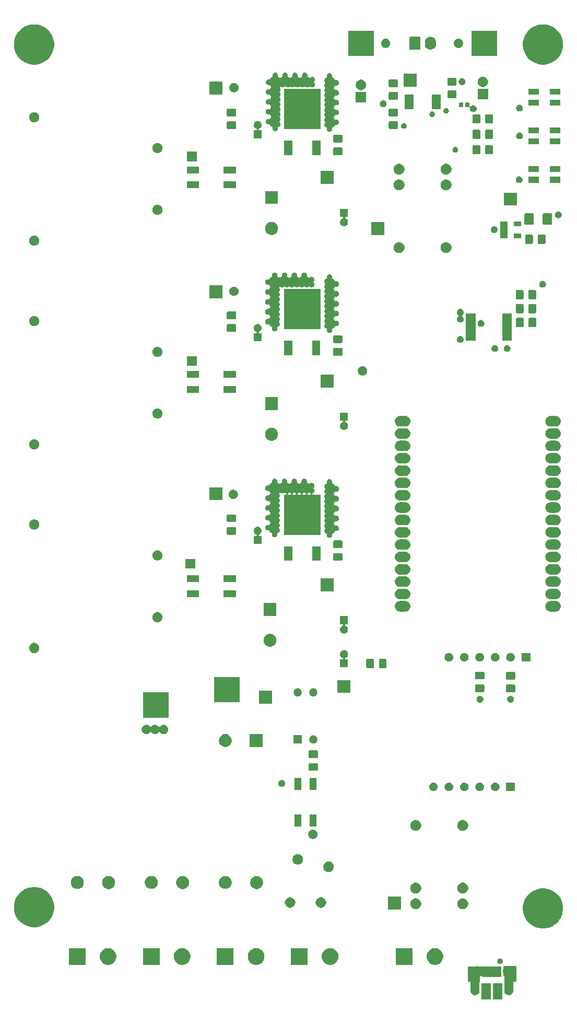
<source format=gbr>
G04 #@! TF.GenerationSoftware,KiCad,Pcbnew,(5.1.4)-1*
G04 #@! TF.CreationDate,2019-12-15T21:40:21+01:00*
G04 #@! TF.ProjectId,AcMonitoringSystem,41634d6f-6e69-4746-9f72-696e67537973,rev?*
G04 #@! TF.SameCoordinates,Original*
G04 #@! TF.FileFunction,Soldermask,Top*
G04 #@! TF.FilePolarity,Negative*
%FSLAX46Y46*%
G04 Gerber Fmt 4.6, Leading zero omitted, Abs format (unit mm)*
G04 Created by KiCad (PCBNEW (5.1.4)-1) date 2019-12-15 21:40:21*
%MOMM*%
%LPD*%
G04 APERTURE LIST*
%ADD10C,0.100000*%
G04 APERTURE END LIST*
D10*
G36*
X158951000Y-180936000D02*
G01*
X157419000Y-180936000D01*
X157419000Y-178334000D01*
X158951000Y-178334000D01*
X158951000Y-180936000D01*
X158951000Y-180936000D01*
G37*
G36*
X157031000Y-180936000D02*
G01*
X155499000Y-180936000D01*
X155499000Y-178334000D01*
X157031000Y-178334000D01*
X157031000Y-180936000D01*
X157031000Y-180936000D01*
G37*
G36*
X154922817Y-175572696D02*
G01*
X154942334Y-175578617D01*
X154966367Y-175583398D01*
X154978620Y-175584000D01*
X155476759Y-175584000D01*
X155481553Y-175587934D01*
X155503164Y-175599485D01*
X155526613Y-175606598D01*
X155550999Y-175609000D01*
X158776000Y-175609000D01*
X158776000Y-177361000D01*
X155674000Y-177361000D01*
X155674000Y-177310999D01*
X155671598Y-177286613D01*
X155664485Y-177263164D01*
X155652934Y-177241553D01*
X155637389Y-177222611D01*
X155618447Y-177207066D01*
X155596836Y-177195515D01*
X155573387Y-177188402D01*
X155549001Y-177186000D01*
X155363499Y-177186000D01*
X155339113Y-177188402D01*
X155315664Y-177195515D01*
X155294053Y-177207066D01*
X155275111Y-177222611D01*
X155259566Y-177241553D01*
X155248015Y-177263164D01*
X155240902Y-177286613D01*
X155238500Y-177310999D01*
X155238500Y-178148225D01*
X155230515Y-178163164D01*
X155223402Y-178186613D01*
X155221000Y-178210999D01*
X155221000Y-179589669D01*
X155218726Y-179598747D01*
X155210495Y-179682320D01*
X155179783Y-179783564D01*
X155168980Y-179819176D01*
X155101568Y-179945294D01*
X155010843Y-180055843D01*
X154900294Y-180146568D01*
X154774175Y-180213980D01*
X154774172Y-180213981D01*
X154637321Y-180255495D01*
X154495000Y-180269512D01*
X154352680Y-180255495D01*
X154215829Y-180213981D01*
X154215826Y-180213980D01*
X154089707Y-180146568D01*
X153979158Y-180055843D01*
X153888432Y-179945294D01*
X153821020Y-179819175D01*
X153821019Y-179819172D01*
X153779505Y-179682321D01*
X153771274Y-179598746D01*
X153769000Y-179587314D01*
X153769000Y-178210999D01*
X153766598Y-178186613D01*
X153759485Y-178163164D01*
X153747934Y-178141553D01*
X153732389Y-178122611D01*
X153713447Y-178107066D01*
X153691836Y-178095515D01*
X153668387Y-178088402D01*
X153644001Y-178086000D01*
X153311500Y-178086000D01*
X153311500Y-177212421D01*
X153314485Y-177206836D01*
X153321598Y-177183387D01*
X153324000Y-177159001D01*
X153324000Y-175584000D01*
X154631379Y-175584000D01*
X154655765Y-175581598D01*
X154667665Y-175578617D01*
X154687182Y-175572696D01*
X154805000Y-175561093D01*
X154922817Y-175572696D01*
X154922817Y-175572696D01*
G37*
G36*
X159668407Y-175563398D02*
G01*
X159680659Y-175564000D01*
X161176000Y-175564000D01*
X161176000Y-177159001D01*
X161178402Y-177183387D01*
X161185515Y-177206836D01*
X161188500Y-177212421D01*
X161188500Y-178086000D01*
X160825999Y-178086000D01*
X160801613Y-178088402D01*
X160778164Y-178095515D01*
X160756553Y-178107066D01*
X160737611Y-178122611D01*
X160722066Y-178141553D01*
X160710515Y-178163164D01*
X160703402Y-178186613D01*
X160701000Y-178210999D01*
X160701000Y-179539347D01*
X160699190Y-179541553D01*
X160687639Y-179563164D01*
X160678726Y-179598747D01*
X160670495Y-179682320D01*
X160639783Y-179783564D01*
X160628980Y-179819176D01*
X160561568Y-179945294D01*
X160470843Y-180055843D01*
X160360294Y-180146568D01*
X160234175Y-180213980D01*
X160234172Y-180213981D01*
X160097321Y-180255495D01*
X159955000Y-180269512D01*
X159812680Y-180255495D01*
X159675829Y-180213981D01*
X159675826Y-180213980D01*
X159549707Y-180146568D01*
X159439158Y-180055843D01*
X159348432Y-179945294D01*
X159281020Y-179819175D01*
X159281019Y-179819172D01*
X159239505Y-179682321D01*
X159229000Y-179575659D01*
X159229000Y-179154342D01*
X159239505Y-179047680D01*
X159243617Y-179034124D01*
X159248398Y-179010092D01*
X159249000Y-178997839D01*
X159249000Y-177290999D01*
X159246598Y-177266613D01*
X159239485Y-177243164D01*
X159227934Y-177221553D01*
X159212389Y-177202611D01*
X159193447Y-177187066D01*
X159171836Y-177175515D01*
X159148387Y-177168402D01*
X159124001Y-177166000D01*
X159074000Y-177166000D01*
X159074000Y-176771586D01*
X159071598Y-176747200D01*
X159068617Y-176735300D01*
X159052696Y-176682818D01*
X159044000Y-176594519D01*
X159044000Y-176135482D01*
X159052696Y-176047183D01*
X159068617Y-175994701D01*
X159073398Y-175970668D01*
X159074000Y-175958415D01*
X159074000Y-175564000D01*
X159609341Y-175564000D01*
X159621593Y-175563398D01*
X159645000Y-175561093D01*
X159668407Y-175563398D01*
X159668407Y-175563398D01*
G37*
G36*
X127351000Y-175351000D02*
G01*
X124649000Y-175351000D01*
X124649000Y-172649000D01*
X127351000Y-172649000D01*
X127351000Y-175351000D01*
X127351000Y-175351000D01*
G37*
G36*
X131394072Y-172700918D02*
G01*
X131639939Y-172802759D01*
X131751328Y-172877187D01*
X131861211Y-172950609D01*
X132049391Y-173138789D01*
X132197242Y-173360063D01*
X132299082Y-173605928D01*
X132351000Y-173866937D01*
X132351000Y-174133063D01*
X132299082Y-174394072D01*
X132197242Y-174639937D01*
X132049391Y-174861211D01*
X131861211Y-175049391D01*
X131784998Y-175100315D01*
X131639939Y-175197241D01*
X131639938Y-175197242D01*
X131639937Y-175197242D01*
X131394072Y-175299082D01*
X131133063Y-175351000D01*
X130866937Y-175351000D01*
X130605928Y-175299082D01*
X130360063Y-175197242D01*
X130360062Y-175197242D01*
X130360061Y-175197241D01*
X130215002Y-175100315D01*
X130138789Y-175049391D01*
X129950609Y-174861211D01*
X129802758Y-174639937D01*
X129700918Y-174394072D01*
X129649000Y-174133063D01*
X129649000Y-173866937D01*
X129700918Y-173605928D01*
X129802758Y-173360063D01*
X129950609Y-173138789D01*
X130138789Y-172950609D01*
X130248672Y-172877187D01*
X130360061Y-172802759D01*
X130605928Y-172700918D01*
X130866937Y-172649000D01*
X131133063Y-172649000D01*
X131394072Y-172700918D01*
X131394072Y-172700918D01*
G37*
G36*
X148394072Y-172700918D02*
G01*
X148639939Y-172802759D01*
X148751328Y-172877187D01*
X148861211Y-172950609D01*
X149049391Y-173138789D01*
X149197242Y-173360063D01*
X149299082Y-173605928D01*
X149351000Y-173866937D01*
X149351000Y-174133063D01*
X149299082Y-174394072D01*
X149197242Y-174639937D01*
X149049391Y-174861211D01*
X148861211Y-175049391D01*
X148784998Y-175100315D01*
X148639939Y-175197241D01*
X148639938Y-175197242D01*
X148639937Y-175197242D01*
X148394072Y-175299082D01*
X148133063Y-175351000D01*
X147866937Y-175351000D01*
X147605928Y-175299082D01*
X147360063Y-175197242D01*
X147360062Y-175197242D01*
X147360061Y-175197241D01*
X147215002Y-175100315D01*
X147138789Y-175049391D01*
X146950609Y-174861211D01*
X146802758Y-174639937D01*
X146700918Y-174394072D01*
X146649000Y-174133063D01*
X146649000Y-173866937D01*
X146700918Y-173605928D01*
X146802758Y-173360063D01*
X146950609Y-173138789D01*
X147138789Y-172950609D01*
X147248672Y-172877187D01*
X147360061Y-172802759D01*
X147605928Y-172700918D01*
X147866937Y-172649000D01*
X148133063Y-172649000D01*
X148394072Y-172700918D01*
X148394072Y-172700918D01*
G37*
G36*
X91351000Y-175351000D02*
G01*
X88649000Y-175351000D01*
X88649000Y-172649000D01*
X91351000Y-172649000D01*
X91351000Y-175351000D01*
X91351000Y-175351000D01*
G37*
G36*
X144351000Y-175351000D02*
G01*
X141649000Y-175351000D01*
X141649000Y-172649000D01*
X144351000Y-172649000D01*
X144351000Y-175351000D01*
X144351000Y-175351000D01*
G37*
G36*
X95394072Y-172700918D02*
G01*
X95639939Y-172802759D01*
X95751328Y-172877187D01*
X95861211Y-172950609D01*
X96049391Y-173138789D01*
X96197242Y-173360063D01*
X96299082Y-173605928D01*
X96351000Y-173866937D01*
X96351000Y-174133063D01*
X96299082Y-174394072D01*
X96197242Y-174639937D01*
X96049391Y-174861211D01*
X95861211Y-175049391D01*
X95784998Y-175100315D01*
X95639939Y-175197241D01*
X95639938Y-175197242D01*
X95639937Y-175197242D01*
X95394072Y-175299082D01*
X95133063Y-175351000D01*
X94866937Y-175351000D01*
X94605928Y-175299082D01*
X94360063Y-175197242D01*
X94360062Y-175197242D01*
X94360061Y-175197241D01*
X94215002Y-175100315D01*
X94138789Y-175049391D01*
X93950609Y-174861211D01*
X93802758Y-174639937D01*
X93700918Y-174394072D01*
X93649000Y-174133063D01*
X93649000Y-173866937D01*
X93700918Y-173605928D01*
X93802758Y-173360063D01*
X93950609Y-173138789D01*
X94138789Y-172950609D01*
X94248672Y-172877187D01*
X94360061Y-172802759D01*
X94605928Y-172700918D01*
X94866937Y-172649000D01*
X95133063Y-172649000D01*
X95394072Y-172700918D01*
X95394072Y-172700918D01*
G37*
G36*
X107394072Y-172700918D02*
G01*
X107639939Y-172802759D01*
X107751328Y-172877187D01*
X107861211Y-172950609D01*
X108049391Y-173138789D01*
X108197242Y-173360063D01*
X108299082Y-173605928D01*
X108351000Y-173866937D01*
X108351000Y-174133063D01*
X108299082Y-174394072D01*
X108197242Y-174639937D01*
X108049391Y-174861211D01*
X107861211Y-175049391D01*
X107784998Y-175100315D01*
X107639939Y-175197241D01*
X107639938Y-175197242D01*
X107639937Y-175197242D01*
X107394072Y-175299082D01*
X107133063Y-175351000D01*
X106866937Y-175351000D01*
X106605928Y-175299082D01*
X106360063Y-175197242D01*
X106360062Y-175197242D01*
X106360061Y-175197241D01*
X106215002Y-175100315D01*
X106138789Y-175049391D01*
X105950609Y-174861211D01*
X105802758Y-174639937D01*
X105700918Y-174394072D01*
X105649000Y-174133063D01*
X105649000Y-173866937D01*
X105700918Y-173605928D01*
X105802758Y-173360063D01*
X105950609Y-173138789D01*
X106138789Y-172950609D01*
X106248672Y-172877187D01*
X106360061Y-172802759D01*
X106605928Y-172700918D01*
X106866937Y-172649000D01*
X107133063Y-172649000D01*
X107394072Y-172700918D01*
X107394072Y-172700918D01*
G37*
G36*
X103351000Y-175351000D02*
G01*
X100649000Y-175351000D01*
X100649000Y-172649000D01*
X103351000Y-172649000D01*
X103351000Y-175351000D01*
X103351000Y-175351000D01*
G37*
G36*
X115351000Y-175351000D02*
G01*
X112649000Y-175351000D01*
X112649000Y-172649000D01*
X115351000Y-172649000D01*
X115351000Y-175351000D01*
X115351000Y-175351000D01*
G37*
G36*
X119394072Y-172700918D02*
G01*
X119639939Y-172802759D01*
X119751328Y-172877187D01*
X119861211Y-172950609D01*
X120049391Y-173138789D01*
X120197242Y-173360063D01*
X120299082Y-173605928D01*
X120351000Y-173866937D01*
X120351000Y-174133063D01*
X120299082Y-174394072D01*
X120197242Y-174639937D01*
X120049391Y-174861211D01*
X119861211Y-175049391D01*
X119784998Y-175100315D01*
X119639939Y-175197241D01*
X119639938Y-175197242D01*
X119639937Y-175197242D01*
X119394072Y-175299082D01*
X119133063Y-175351000D01*
X118866937Y-175351000D01*
X118605928Y-175299082D01*
X118360063Y-175197242D01*
X118360062Y-175197242D01*
X118360061Y-175197241D01*
X118215002Y-175100315D01*
X118138789Y-175049391D01*
X117950609Y-174861211D01*
X117802758Y-174639937D01*
X117700918Y-174394072D01*
X117649000Y-174133063D01*
X117649000Y-173866937D01*
X117700918Y-173605928D01*
X117802758Y-173360063D01*
X117950609Y-173138789D01*
X118138789Y-172950609D01*
X118248672Y-172877187D01*
X118360061Y-172802759D01*
X118605928Y-172700918D01*
X118866937Y-172649000D01*
X119133063Y-172649000D01*
X119394072Y-172700918D01*
X119394072Y-172700918D01*
G37*
G36*
X158681552Y-174316331D02*
G01*
X158763627Y-174350328D01*
X158763629Y-174350329D01*
X158800813Y-174375175D01*
X158837495Y-174399685D01*
X158900315Y-174462505D01*
X158949672Y-174536373D01*
X158983669Y-174618448D01*
X159001000Y-174705579D01*
X159001000Y-174794421D01*
X158983669Y-174881552D01*
X158949672Y-174963627D01*
X158949671Y-174963629D01*
X158900314Y-175037496D01*
X158837496Y-175100314D01*
X158763629Y-175149671D01*
X158763628Y-175149672D01*
X158763627Y-175149672D01*
X158681552Y-175183669D01*
X158594421Y-175201000D01*
X158505579Y-175201000D01*
X158418448Y-175183669D01*
X158336373Y-175149672D01*
X158336372Y-175149672D01*
X158336371Y-175149671D01*
X158262504Y-175100314D01*
X158199686Y-175037496D01*
X158150329Y-174963629D01*
X158150328Y-174963627D01*
X158116331Y-174881552D01*
X158099000Y-174794421D01*
X158099000Y-174705579D01*
X158116331Y-174618448D01*
X158150328Y-174536373D01*
X158199685Y-174462505D01*
X158262505Y-174399685D01*
X158299187Y-174375175D01*
X158336371Y-174350329D01*
X158336373Y-174350328D01*
X158418448Y-174316331D01*
X158505579Y-174299000D01*
X158594421Y-174299000D01*
X158681552Y-174316331D01*
X158681552Y-174316331D01*
G37*
G36*
X166057884Y-162996279D02*
G01*
X166448282Y-163073934D01*
X167039926Y-163319001D01*
X167572392Y-163674784D01*
X168025216Y-164127608D01*
X168380999Y-164660074D01*
X168626066Y-165251718D01*
X168648345Y-165363721D01*
X168751000Y-165879803D01*
X168751000Y-166520197D01*
X168688533Y-166834239D01*
X168626066Y-167148282D01*
X168380999Y-167739926D01*
X168158852Y-168072392D01*
X168025217Y-168272391D01*
X167572391Y-168725217D01*
X167466477Y-168795986D01*
X167039926Y-169080999D01*
X166448282Y-169326066D01*
X166134239Y-169388533D01*
X165820197Y-169451000D01*
X165179803Y-169451000D01*
X164865761Y-169388533D01*
X164551718Y-169326066D01*
X163960074Y-169080999D01*
X163533523Y-168795986D01*
X163427609Y-168725217D01*
X162974783Y-168272391D01*
X162841148Y-168072392D01*
X162619001Y-167739926D01*
X162373934Y-167148282D01*
X162311467Y-166834239D01*
X162249000Y-166520197D01*
X162249000Y-165879803D01*
X162351655Y-165363721D01*
X162373934Y-165251718D01*
X162619001Y-164660074D01*
X162974784Y-164127608D01*
X163427608Y-163674784D01*
X163960074Y-163319001D01*
X164551718Y-163073934D01*
X164942116Y-162996279D01*
X165179803Y-162949000D01*
X165820197Y-162949000D01*
X166057884Y-162996279D01*
X166057884Y-162996279D01*
G37*
G36*
X83634239Y-162811467D02*
G01*
X83948282Y-162873934D01*
X84539926Y-163119001D01*
X84884143Y-163349000D01*
X85072391Y-163474783D01*
X85525217Y-163927609D01*
X85583909Y-164015448D01*
X85880999Y-164460074D01*
X86119165Y-165035058D01*
X86126066Y-165051719D01*
X86251000Y-165679803D01*
X86251000Y-166320197D01*
X86217722Y-166487496D01*
X86126066Y-166948282D01*
X85880999Y-167539926D01*
X85525216Y-168072392D01*
X85072392Y-168525216D01*
X84539926Y-168880999D01*
X83948282Y-169126066D01*
X83634239Y-169188533D01*
X83320197Y-169251000D01*
X82679803Y-169251000D01*
X82365761Y-169188533D01*
X82051718Y-169126066D01*
X81460074Y-168880999D01*
X80927608Y-168525216D01*
X80474784Y-168072392D01*
X80119001Y-167539926D01*
X79873934Y-166948282D01*
X79782278Y-166487496D01*
X79749000Y-166320197D01*
X79749000Y-165679803D01*
X79873934Y-165051719D01*
X79880835Y-165035058D01*
X80119001Y-164460074D01*
X80416091Y-164015448D01*
X80474783Y-163927609D01*
X80927609Y-163474783D01*
X81115857Y-163349000D01*
X81460074Y-163119001D01*
X82051718Y-162873934D01*
X82365761Y-162811467D01*
X82679803Y-162749000D01*
X83320197Y-162749000D01*
X83634239Y-162811467D01*
X83634239Y-162811467D01*
G37*
G36*
X142501000Y-166401000D02*
G01*
X140399000Y-166401000D01*
X140399000Y-164299000D01*
X142501000Y-164299000D01*
X142501000Y-166401000D01*
X142501000Y-166401000D01*
G37*
G36*
X152671614Y-164588985D02*
G01*
X152765520Y-164607664D01*
X152924942Y-164673699D01*
X153068418Y-164769566D01*
X153190434Y-164891582D01*
X153286301Y-165035058D01*
X153352336Y-165194480D01*
X153386000Y-165363721D01*
X153386000Y-165536279D01*
X153352336Y-165705520D01*
X153286301Y-165864942D01*
X153190434Y-166008418D01*
X153068418Y-166130434D01*
X152924942Y-166226301D01*
X152765520Y-166292336D01*
X152680899Y-166309168D01*
X152596280Y-166326000D01*
X152423720Y-166326000D01*
X152339101Y-166309168D01*
X152254480Y-166292336D01*
X152095058Y-166226301D01*
X151951582Y-166130434D01*
X151829566Y-166008418D01*
X151733699Y-165864942D01*
X151667664Y-165705520D01*
X151634000Y-165536279D01*
X151634000Y-165363721D01*
X151667664Y-165194480D01*
X151733699Y-165035058D01*
X151829566Y-164891582D01*
X151951582Y-164769566D01*
X152095058Y-164673699D01*
X152254480Y-164607664D01*
X152348386Y-164588985D01*
X152423720Y-164574000D01*
X152596280Y-164574000D01*
X152671614Y-164588985D01*
X152671614Y-164588985D01*
G37*
G36*
X145051614Y-164588985D02*
G01*
X145145520Y-164607664D01*
X145304942Y-164673699D01*
X145448418Y-164769566D01*
X145570434Y-164891582D01*
X145666301Y-165035058D01*
X145732336Y-165194480D01*
X145766000Y-165363721D01*
X145766000Y-165536279D01*
X145732336Y-165705520D01*
X145666301Y-165864942D01*
X145570434Y-166008418D01*
X145448418Y-166130434D01*
X145304942Y-166226301D01*
X145145520Y-166292336D01*
X145060899Y-166309168D01*
X144976280Y-166326000D01*
X144803720Y-166326000D01*
X144719101Y-166309168D01*
X144634480Y-166292336D01*
X144475058Y-166226301D01*
X144331582Y-166130434D01*
X144209566Y-166008418D01*
X144113699Y-165864942D01*
X144047664Y-165705520D01*
X144014000Y-165536279D01*
X144014000Y-165363721D01*
X144047664Y-165194480D01*
X144113699Y-165035058D01*
X144209566Y-164891582D01*
X144331582Y-164769566D01*
X144475058Y-164673699D01*
X144634480Y-164607664D01*
X144728386Y-164588985D01*
X144803720Y-164574000D01*
X144976280Y-164574000D01*
X145051614Y-164588985D01*
X145051614Y-164588985D01*
G37*
G36*
X124748228Y-164431703D02*
G01*
X124903100Y-164495853D01*
X125042481Y-164588985D01*
X125161015Y-164707519D01*
X125254147Y-164846900D01*
X125318297Y-165001772D01*
X125351000Y-165166184D01*
X125351000Y-165333816D01*
X125318297Y-165498228D01*
X125254147Y-165653100D01*
X125161015Y-165792481D01*
X125042481Y-165911015D01*
X124903100Y-166004147D01*
X124748228Y-166068297D01*
X124583816Y-166101000D01*
X124416184Y-166101000D01*
X124251772Y-166068297D01*
X124096900Y-166004147D01*
X123957519Y-165911015D01*
X123838985Y-165792481D01*
X123745853Y-165653100D01*
X123681703Y-165498228D01*
X123649000Y-165333816D01*
X123649000Y-165166184D01*
X123681703Y-165001772D01*
X123745853Y-164846900D01*
X123838985Y-164707519D01*
X123957519Y-164588985D01*
X124096900Y-164495853D01*
X124251772Y-164431703D01*
X124416184Y-164399000D01*
X124583816Y-164399000D01*
X124748228Y-164431703D01*
X124748228Y-164431703D01*
G37*
G36*
X129748228Y-164431703D02*
G01*
X129903100Y-164495853D01*
X130042481Y-164588985D01*
X130161015Y-164707519D01*
X130254147Y-164846900D01*
X130318297Y-165001772D01*
X130351000Y-165166184D01*
X130351000Y-165333816D01*
X130318297Y-165498228D01*
X130254147Y-165653100D01*
X130161015Y-165792481D01*
X130042481Y-165911015D01*
X129903100Y-166004147D01*
X129748228Y-166068297D01*
X129583816Y-166101000D01*
X129416184Y-166101000D01*
X129251772Y-166068297D01*
X129096900Y-166004147D01*
X128957519Y-165911015D01*
X128838985Y-165792481D01*
X128745853Y-165653100D01*
X128681703Y-165498228D01*
X128649000Y-165333816D01*
X128649000Y-165166184D01*
X128681703Y-165001772D01*
X128745853Y-164846900D01*
X128838985Y-164707519D01*
X128957519Y-164588985D01*
X129096900Y-164495853D01*
X129251772Y-164431703D01*
X129416184Y-164399000D01*
X129583816Y-164399000D01*
X129748228Y-164431703D01*
X129748228Y-164431703D01*
G37*
G36*
X145145520Y-162067664D02*
G01*
X145304942Y-162133699D01*
X145448418Y-162229566D01*
X145570434Y-162351582D01*
X145666301Y-162495058D01*
X145671593Y-162507835D01*
X145732336Y-162654481D01*
X145766000Y-162823720D01*
X145766000Y-162996280D01*
X145763149Y-163010611D01*
X145732336Y-163165520D01*
X145666301Y-163324942D01*
X145570434Y-163468418D01*
X145448418Y-163590434D01*
X145304942Y-163686301D01*
X145145520Y-163752336D01*
X144976280Y-163786000D01*
X144803720Y-163786000D01*
X144634480Y-163752336D01*
X144475058Y-163686301D01*
X144331582Y-163590434D01*
X144209566Y-163468418D01*
X144113699Y-163324942D01*
X144047664Y-163165520D01*
X144016851Y-163010611D01*
X144014000Y-162996280D01*
X144014000Y-162823720D01*
X144047664Y-162654481D01*
X144108407Y-162507835D01*
X144113699Y-162495058D01*
X144209566Y-162351582D01*
X144331582Y-162229566D01*
X144475058Y-162133699D01*
X144634480Y-162067664D01*
X144803720Y-162034000D01*
X144976280Y-162034000D01*
X145145520Y-162067664D01*
X145145520Y-162067664D01*
G37*
G36*
X152765520Y-162067664D02*
G01*
X152924942Y-162133699D01*
X153068418Y-162229566D01*
X153190434Y-162351582D01*
X153286301Y-162495058D01*
X153291593Y-162507835D01*
X153352336Y-162654481D01*
X153386000Y-162823720D01*
X153386000Y-162996280D01*
X153383149Y-163010611D01*
X153352336Y-163165520D01*
X153286301Y-163324942D01*
X153190434Y-163468418D01*
X153068418Y-163590434D01*
X152924942Y-163686301D01*
X152765520Y-163752336D01*
X152596280Y-163786000D01*
X152423720Y-163786000D01*
X152254480Y-163752336D01*
X152095058Y-163686301D01*
X151951582Y-163590434D01*
X151829566Y-163468418D01*
X151733699Y-163324942D01*
X151667664Y-163165520D01*
X151636851Y-163010611D01*
X151634000Y-162996280D01*
X151634000Y-162823720D01*
X151667664Y-162654481D01*
X151728407Y-162507835D01*
X151733699Y-162495058D01*
X151829566Y-162351582D01*
X151951582Y-162229566D01*
X152095058Y-162133699D01*
X152254480Y-162067664D01*
X152423720Y-162034000D01*
X152596280Y-162034000D01*
X152765520Y-162067664D01*
X152765520Y-162067664D01*
G37*
G36*
X95386564Y-160999389D02*
G01*
X95553693Y-161068616D01*
X95577835Y-161078616D01*
X95749973Y-161193635D01*
X95896365Y-161340027D01*
X96004704Y-161502167D01*
X96011385Y-161512167D01*
X96090611Y-161703436D01*
X96131000Y-161906484D01*
X96131000Y-162113516D01*
X96090611Y-162316564D01*
X96016676Y-162495060D01*
X96011384Y-162507835D01*
X95896365Y-162679973D01*
X95749973Y-162826365D01*
X95577835Y-162941384D01*
X95577834Y-162941385D01*
X95577833Y-162941385D01*
X95386564Y-163020611D01*
X95183516Y-163061000D01*
X94976484Y-163061000D01*
X94773436Y-163020611D01*
X94582167Y-162941385D01*
X94582166Y-162941385D01*
X94582165Y-162941384D01*
X94410027Y-162826365D01*
X94263635Y-162679973D01*
X94148616Y-162507835D01*
X94143324Y-162495060D01*
X94069389Y-162316564D01*
X94029000Y-162113516D01*
X94029000Y-161906484D01*
X94069389Y-161703436D01*
X94148615Y-161512167D01*
X94155297Y-161502167D01*
X94263635Y-161340027D01*
X94410027Y-161193635D01*
X94582165Y-161078616D01*
X94606307Y-161068616D01*
X94773436Y-160999389D01*
X94976484Y-160959000D01*
X95183516Y-160959000D01*
X95386564Y-160999389D01*
X95386564Y-160999389D01*
G37*
G36*
X107386564Y-160999389D02*
G01*
X107553693Y-161068616D01*
X107577835Y-161078616D01*
X107749973Y-161193635D01*
X107896365Y-161340027D01*
X108004704Y-161502167D01*
X108011385Y-161512167D01*
X108090611Y-161703436D01*
X108131000Y-161906484D01*
X108131000Y-162113516D01*
X108090611Y-162316564D01*
X108016676Y-162495060D01*
X108011384Y-162507835D01*
X107896365Y-162679973D01*
X107749973Y-162826365D01*
X107577835Y-162941384D01*
X107577834Y-162941385D01*
X107577833Y-162941385D01*
X107386564Y-163020611D01*
X107183516Y-163061000D01*
X106976484Y-163061000D01*
X106773436Y-163020611D01*
X106582167Y-162941385D01*
X106582166Y-162941385D01*
X106582165Y-162941384D01*
X106410027Y-162826365D01*
X106263635Y-162679973D01*
X106148616Y-162507835D01*
X106143324Y-162495060D01*
X106069389Y-162316564D01*
X106029000Y-162113516D01*
X106029000Y-161906484D01*
X106069389Y-161703436D01*
X106148615Y-161512167D01*
X106155297Y-161502167D01*
X106263635Y-161340027D01*
X106410027Y-161193635D01*
X106582165Y-161078616D01*
X106606307Y-161068616D01*
X106773436Y-160999389D01*
X106976484Y-160959000D01*
X107183516Y-160959000D01*
X107386564Y-160999389D01*
X107386564Y-160999389D01*
G37*
G36*
X119386564Y-160999389D02*
G01*
X119553693Y-161068616D01*
X119577835Y-161078616D01*
X119749973Y-161193635D01*
X119896365Y-161340027D01*
X120004704Y-161502167D01*
X120011385Y-161512167D01*
X120090611Y-161703436D01*
X120131000Y-161906484D01*
X120131000Y-162113516D01*
X120090611Y-162316564D01*
X120016676Y-162495060D01*
X120011384Y-162507835D01*
X119896365Y-162679973D01*
X119749973Y-162826365D01*
X119577835Y-162941384D01*
X119577834Y-162941385D01*
X119577833Y-162941385D01*
X119386564Y-163020611D01*
X119183516Y-163061000D01*
X118976484Y-163061000D01*
X118773436Y-163020611D01*
X118582167Y-162941385D01*
X118582166Y-162941385D01*
X118582165Y-162941384D01*
X118410027Y-162826365D01*
X118263635Y-162679973D01*
X118148616Y-162507835D01*
X118143324Y-162495060D01*
X118069389Y-162316564D01*
X118029000Y-162113516D01*
X118029000Y-161906484D01*
X118069389Y-161703436D01*
X118148615Y-161512167D01*
X118155297Y-161502167D01*
X118263635Y-161340027D01*
X118410027Y-161193635D01*
X118582165Y-161078616D01*
X118606307Y-161068616D01*
X118773436Y-160999389D01*
X118976484Y-160959000D01*
X119183516Y-160959000D01*
X119386564Y-160999389D01*
X119386564Y-160999389D01*
G37*
G36*
X114306564Y-160989389D02*
G01*
X114497833Y-161068615D01*
X114497835Y-161068616D01*
X114512801Y-161078616D01*
X114669973Y-161183635D01*
X114816365Y-161330027D01*
X114931385Y-161502167D01*
X115010611Y-161693436D01*
X115051000Y-161896484D01*
X115051000Y-162103516D01*
X115010611Y-162306564D01*
X114931385Y-162497833D01*
X114931384Y-162497835D01*
X114816365Y-162669973D01*
X114669973Y-162816365D01*
X114497835Y-162931384D01*
X114497834Y-162931385D01*
X114497833Y-162931385D01*
X114306564Y-163010611D01*
X114103516Y-163051000D01*
X113896484Y-163051000D01*
X113693436Y-163010611D01*
X113502167Y-162931385D01*
X113502166Y-162931385D01*
X113502165Y-162931384D01*
X113330027Y-162816365D01*
X113183635Y-162669973D01*
X113068616Y-162497835D01*
X113068615Y-162497833D01*
X112989389Y-162306564D01*
X112949000Y-162103516D01*
X112949000Y-161896484D01*
X112989389Y-161693436D01*
X113068615Y-161502167D01*
X113183635Y-161330027D01*
X113330027Y-161183635D01*
X113487199Y-161078616D01*
X113502165Y-161068616D01*
X113502167Y-161068615D01*
X113693436Y-160989389D01*
X113896484Y-160949000D01*
X114103516Y-160949000D01*
X114306564Y-160989389D01*
X114306564Y-160989389D01*
G37*
G36*
X90306564Y-160989389D02*
G01*
X90497833Y-161068615D01*
X90497835Y-161068616D01*
X90512801Y-161078616D01*
X90669973Y-161183635D01*
X90816365Y-161330027D01*
X90931385Y-161502167D01*
X91010611Y-161693436D01*
X91051000Y-161896484D01*
X91051000Y-162103516D01*
X91010611Y-162306564D01*
X90931385Y-162497833D01*
X90931384Y-162497835D01*
X90816365Y-162669973D01*
X90669973Y-162816365D01*
X90497835Y-162931384D01*
X90497834Y-162931385D01*
X90497833Y-162931385D01*
X90306564Y-163010611D01*
X90103516Y-163051000D01*
X89896484Y-163051000D01*
X89693436Y-163010611D01*
X89502167Y-162931385D01*
X89502166Y-162931385D01*
X89502165Y-162931384D01*
X89330027Y-162816365D01*
X89183635Y-162669973D01*
X89068616Y-162497835D01*
X89068615Y-162497833D01*
X88989389Y-162306564D01*
X88949000Y-162103516D01*
X88949000Y-161896484D01*
X88989389Y-161693436D01*
X89068615Y-161502167D01*
X89183635Y-161330027D01*
X89330027Y-161183635D01*
X89487199Y-161078616D01*
X89502165Y-161068616D01*
X89502167Y-161068615D01*
X89693436Y-160989389D01*
X89896484Y-160949000D01*
X90103516Y-160949000D01*
X90306564Y-160989389D01*
X90306564Y-160989389D01*
G37*
G36*
X102306564Y-160989389D02*
G01*
X102497833Y-161068615D01*
X102497835Y-161068616D01*
X102512801Y-161078616D01*
X102669973Y-161183635D01*
X102816365Y-161330027D01*
X102931385Y-161502167D01*
X103010611Y-161693436D01*
X103051000Y-161896484D01*
X103051000Y-162103516D01*
X103010611Y-162306564D01*
X102931385Y-162497833D01*
X102931384Y-162497835D01*
X102816365Y-162669973D01*
X102669973Y-162816365D01*
X102497835Y-162931384D01*
X102497834Y-162931385D01*
X102497833Y-162931385D01*
X102306564Y-163010611D01*
X102103516Y-163051000D01*
X101896484Y-163051000D01*
X101693436Y-163010611D01*
X101502167Y-162931385D01*
X101502166Y-162931385D01*
X101502165Y-162931384D01*
X101330027Y-162816365D01*
X101183635Y-162669973D01*
X101068616Y-162497835D01*
X101068615Y-162497833D01*
X100989389Y-162306564D01*
X100949000Y-162103516D01*
X100949000Y-161896484D01*
X100989389Y-161693436D01*
X101068615Y-161502167D01*
X101183635Y-161330027D01*
X101330027Y-161183635D01*
X101487199Y-161078616D01*
X101502165Y-161068616D01*
X101502167Y-161068615D01*
X101693436Y-160989389D01*
X101896484Y-160949000D01*
X102103516Y-160949000D01*
X102306564Y-160989389D01*
X102306564Y-160989389D01*
G37*
G36*
X130998228Y-158631703D02*
G01*
X131153100Y-158695853D01*
X131292481Y-158788985D01*
X131411015Y-158907519D01*
X131504147Y-159046900D01*
X131568297Y-159201772D01*
X131601000Y-159366184D01*
X131601000Y-159533816D01*
X131568297Y-159698228D01*
X131504147Y-159853100D01*
X131411015Y-159992481D01*
X131292481Y-160111015D01*
X131153100Y-160204147D01*
X130998228Y-160268297D01*
X130833816Y-160301000D01*
X130666184Y-160301000D01*
X130501772Y-160268297D01*
X130346900Y-160204147D01*
X130207519Y-160111015D01*
X130088985Y-159992481D01*
X129995853Y-159853100D01*
X129931703Y-159698228D01*
X129899000Y-159533816D01*
X129899000Y-159366184D01*
X129931703Y-159201772D01*
X129995853Y-159046900D01*
X130088985Y-158907519D01*
X130207519Y-158788985D01*
X130346900Y-158695853D01*
X130501772Y-158631703D01*
X130666184Y-158599000D01*
X130833816Y-158599000D01*
X130998228Y-158631703D01*
X130998228Y-158631703D01*
G37*
G36*
X125998228Y-157431703D02*
G01*
X126153100Y-157495853D01*
X126292481Y-157588985D01*
X126411015Y-157707519D01*
X126504147Y-157846900D01*
X126568297Y-158001772D01*
X126601000Y-158166184D01*
X126601000Y-158333816D01*
X126568297Y-158498228D01*
X126504147Y-158653100D01*
X126411015Y-158792481D01*
X126292481Y-158911015D01*
X126153100Y-159004147D01*
X125998228Y-159068297D01*
X125833816Y-159101000D01*
X125666184Y-159101000D01*
X125501772Y-159068297D01*
X125346900Y-159004147D01*
X125207519Y-158911015D01*
X125088985Y-158792481D01*
X124995853Y-158653100D01*
X124931703Y-158498228D01*
X124899000Y-158333816D01*
X124899000Y-158166184D01*
X124931703Y-158001772D01*
X124995853Y-157846900D01*
X125088985Y-157707519D01*
X125207519Y-157588985D01*
X125346900Y-157495853D01*
X125501772Y-157431703D01*
X125666184Y-157399000D01*
X125833816Y-157399000D01*
X125998228Y-157431703D01*
X125998228Y-157431703D01*
G37*
G36*
X128419059Y-153477860D02*
G01*
X128555732Y-153534472D01*
X128678735Y-153616660D01*
X128783340Y-153721265D01*
X128865528Y-153844268D01*
X128922140Y-153980941D01*
X128951000Y-154126033D01*
X128951000Y-154273967D01*
X128922140Y-154419059D01*
X128865528Y-154555732D01*
X128783340Y-154678735D01*
X128678735Y-154783340D01*
X128555732Y-154865528D01*
X128555731Y-154865529D01*
X128555730Y-154865529D01*
X128419059Y-154922140D01*
X128273968Y-154951000D01*
X128126032Y-154951000D01*
X127980941Y-154922140D01*
X127844270Y-154865529D01*
X127844269Y-154865529D01*
X127844268Y-154865528D01*
X127721265Y-154783340D01*
X127616660Y-154678735D01*
X127534472Y-154555732D01*
X127477860Y-154419059D01*
X127449000Y-154273967D01*
X127449000Y-154126033D01*
X127477860Y-153980941D01*
X127534472Y-153844268D01*
X127616660Y-153721265D01*
X127721265Y-153616660D01*
X127844268Y-153534472D01*
X127980941Y-153477860D01*
X128126032Y-153449000D01*
X128273968Y-153449000D01*
X128419059Y-153477860D01*
X128419059Y-153477860D01*
G37*
G36*
X145060899Y-151890832D02*
G01*
X145145520Y-151907664D01*
X145304942Y-151973699D01*
X145448418Y-152069566D01*
X145570434Y-152191582D01*
X145666301Y-152335058D01*
X145732336Y-152494480D01*
X145766000Y-152663721D01*
X145766000Y-152836279D01*
X145732336Y-153005520D01*
X145666301Y-153164942D01*
X145570434Y-153308418D01*
X145448418Y-153430434D01*
X145304942Y-153526301D01*
X145145520Y-153592336D01*
X145060899Y-153609168D01*
X144976280Y-153626000D01*
X144803720Y-153626000D01*
X144719101Y-153609168D01*
X144634480Y-153592336D01*
X144475058Y-153526301D01*
X144331582Y-153430434D01*
X144209566Y-153308418D01*
X144113699Y-153164942D01*
X144047664Y-153005520D01*
X144014000Y-152836279D01*
X144014000Y-152663721D01*
X144047664Y-152494480D01*
X144113699Y-152335058D01*
X144209566Y-152191582D01*
X144331582Y-152069566D01*
X144475058Y-151973699D01*
X144634480Y-151907664D01*
X144719101Y-151890832D01*
X144803720Y-151874000D01*
X144976280Y-151874000D01*
X145060899Y-151890832D01*
X145060899Y-151890832D01*
G37*
G36*
X152680899Y-151890832D02*
G01*
X152765520Y-151907664D01*
X152924942Y-151973699D01*
X153068418Y-152069566D01*
X153190434Y-152191582D01*
X153286301Y-152335058D01*
X153352336Y-152494480D01*
X153386000Y-152663721D01*
X153386000Y-152836279D01*
X153352336Y-153005520D01*
X153286301Y-153164942D01*
X153190434Y-153308418D01*
X153068418Y-153430434D01*
X152924942Y-153526301D01*
X152765520Y-153592336D01*
X152680899Y-153609168D01*
X152596280Y-153626000D01*
X152423720Y-153626000D01*
X152339101Y-153609168D01*
X152254480Y-153592336D01*
X152095058Y-153526301D01*
X151951582Y-153430434D01*
X151829566Y-153308418D01*
X151733699Y-153164942D01*
X151667664Y-153005520D01*
X151634000Y-152836279D01*
X151634000Y-152663721D01*
X151667664Y-152494480D01*
X151733699Y-152335058D01*
X151829566Y-152191582D01*
X151951582Y-152069566D01*
X152095058Y-151973699D01*
X152254480Y-151907664D01*
X152339101Y-151890832D01*
X152423720Y-151874000D01*
X152596280Y-151874000D01*
X152680899Y-151890832D01*
X152680899Y-151890832D01*
G37*
G36*
X128751000Y-152951000D02*
G01*
X127649000Y-152951000D01*
X127649000Y-150999000D01*
X128751000Y-150999000D01*
X128751000Y-152951000D01*
X128751000Y-152951000D01*
G37*
G36*
X126351000Y-152951000D02*
G01*
X125249000Y-152951000D01*
X125249000Y-150999000D01*
X126351000Y-150999000D01*
X126351000Y-152951000D01*
X126351000Y-152951000D01*
G37*
G36*
X155455641Y-145822092D02*
G01*
X155583941Y-145875236D01*
X155583943Y-145875237D01*
X155614614Y-145895731D01*
X155699410Y-145952390D01*
X155797610Y-146050590D01*
X155874764Y-146166059D01*
X155927908Y-146294359D01*
X155955000Y-146430562D01*
X155955000Y-146569438D01*
X155927908Y-146705641D01*
X155874764Y-146833941D01*
X155874763Y-146833943D01*
X155797609Y-146949411D01*
X155699411Y-147047609D01*
X155583943Y-147124763D01*
X155583942Y-147124764D01*
X155583941Y-147124764D01*
X155455641Y-147177908D01*
X155319438Y-147205000D01*
X155180562Y-147205000D01*
X155044359Y-147177908D01*
X154916059Y-147124764D01*
X154916058Y-147124764D01*
X154916057Y-147124763D01*
X154800589Y-147047609D01*
X154702391Y-146949411D01*
X154625237Y-146833943D01*
X154625236Y-146833941D01*
X154572092Y-146705641D01*
X154545000Y-146569438D01*
X154545000Y-146430562D01*
X154572092Y-146294359D01*
X154625236Y-146166059D01*
X154702390Y-146050590D01*
X154800590Y-145952390D01*
X154885386Y-145895731D01*
X154916057Y-145875237D01*
X154916059Y-145875236D01*
X155044359Y-145822092D01*
X155180562Y-145795000D01*
X155319438Y-145795000D01*
X155455641Y-145822092D01*
X155455641Y-145822092D01*
G37*
G36*
X160955000Y-147205000D02*
G01*
X159545000Y-147205000D01*
X159545000Y-145795000D01*
X160955000Y-145795000D01*
X160955000Y-147205000D01*
X160955000Y-147205000D01*
G37*
G36*
X147955641Y-145822092D02*
G01*
X148083941Y-145875236D01*
X148083943Y-145875237D01*
X148114614Y-145895731D01*
X148199410Y-145952390D01*
X148297610Y-146050590D01*
X148374764Y-146166059D01*
X148427908Y-146294359D01*
X148455000Y-146430562D01*
X148455000Y-146569438D01*
X148427908Y-146705641D01*
X148374764Y-146833941D01*
X148374763Y-146833943D01*
X148297609Y-146949411D01*
X148199411Y-147047609D01*
X148083943Y-147124763D01*
X148083942Y-147124764D01*
X148083941Y-147124764D01*
X147955641Y-147177908D01*
X147819438Y-147205000D01*
X147680562Y-147205000D01*
X147544359Y-147177908D01*
X147416059Y-147124764D01*
X147416058Y-147124764D01*
X147416057Y-147124763D01*
X147300589Y-147047609D01*
X147202391Y-146949411D01*
X147125237Y-146833943D01*
X147125236Y-146833941D01*
X147072092Y-146705641D01*
X147045000Y-146569438D01*
X147045000Y-146430562D01*
X147072092Y-146294359D01*
X147125236Y-146166059D01*
X147202390Y-146050590D01*
X147300590Y-145952390D01*
X147385386Y-145895731D01*
X147416057Y-145875237D01*
X147416059Y-145875236D01*
X147544359Y-145822092D01*
X147680562Y-145795000D01*
X147819438Y-145795000D01*
X147955641Y-145822092D01*
X147955641Y-145822092D01*
G37*
G36*
X150455641Y-145822092D02*
G01*
X150583941Y-145875236D01*
X150583943Y-145875237D01*
X150614614Y-145895731D01*
X150699410Y-145952390D01*
X150797610Y-146050590D01*
X150874764Y-146166059D01*
X150927908Y-146294359D01*
X150955000Y-146430562D01*
X150955000Y-146569438D01*
X150927908Y-146705641D01*
X150874764Y-146833941D01*
X150874763Y-146833943D01*
X150797609Y-146949411D01*
X150699411Y-147047609D01*
X150583943Y-147124763D01*
X150583942Y-147124764D01*
X150583941Y-147124764D01*
X150455641Y-147177908D01*
X150319438Y-147205000D01*
X150180562Y-147205000D01*
X150044359Y-147177908D01*
X149916059Y-147124764D01*
X149916058Y-147124764D01*
X149916057Y-147124763D01*
X149800589Y-147047609D01*
X149702391Y-146949411D01*
X149625237Y-146833943D01*
X149625236Y-146833941D01*
X149572092Y-146705641D01*
X149545000Y-146569438D01*
X149545000Y-146430562D01*
X149572092Y-146294359D01*
X149625236Y-146166059D01*
X149702390Y-146050590D01*
X149800590Y-145952390D01*
X149885386Y-145895731D01*
X149916057Y-145875237D01*
X149916059Y-145875236D01*
X150044359Y-145822092D01*
X150180562Y-145795000D01*
X150319438Y-145795000D01*
X150455641Y-145822092D01*
X150455641Y-145822092D01*
G37*
G36*
X152955641Y-145822092D02*
G01*
X153083941Y-145875236D01*
X153083943Y-145875237D01*
X153114614Y-145895731D01*
X153199410Y-145952390D01*
X153297610Y-146050590D01*
X153374764Y-146166059D01*
X153427908Y-146294359D01*
X153455000Y-146430562D01*
X153455000Y-146569438D01*
X153427908Y-146705641D01*
X153374764Y-146833941D01*
X153374763Y-146833943D01*
X153297609Y-146949411D01*
X153199411Y-147047609D01*
X153083943Y-147124763D01*
X153083942Y-147124764D01*
X153083941Y-147124764D01*
X152955641Y-147177908D01*
X152819438Y-147205000D01*
X152680562Y-147205000D01*
X152544359Y-147177908D01*
X152416059Y-147124764D01*
X152416058Y-147124764D01*
X152416057Y-147124763D01*
X152300589Y-147047609D01*
X152202391Y-146949411D01*
X152125237Y-146833943D01*
X152125236Y-146833941D01*
X152072092Y-146705641D01*
X152045000Y-146569438D01*
X152045000Y-146430562D01*
X152072092Y-146294359D01*
X152125236Y-146166059D01*
X152202390Y-146050590D01*
X152300590Y-145952390D01*
X152385386Y-145895731D01*
X152416057Y-145875237D01*
X152416059Y-145875236D01*
X152544359Y-145822092D01*
X152680562Y-145795000D01*
X152819438Y-145795000D01*
X152955641Y-145822092D01*
X152955641Y-145822092D01*
G37*
G36*
X157955641Y-145822092D02*
G01*
X158083941Y-145875236D01*
X158083943Y-145875237D01*
X158114614Y-145895731D01*
X158199410Y-145952390D01*
X158297610Y-146050590D01*
X158374764Y-146166059D01*
X158427908Y-146294359D01*
X158455000Y-146430562D01*
X158455000Y-146569438D01*
X158427908Y-146705641D01*
X158374764Y-146833941D01*
X158374763Y-146833943D01*
X158297609Y-146949411D01*
X158199411Y-147047609D01*
X158083943Y-147124763D01*
X158083942Y-147124764D01*
X158083941Y-147124764D01*
X157955641Y-147177908D01*
X157819438Y-147205000D01*
X157680562Y-147205000D01*
X157544359Y-147177908D01*
X157416059Y-147124764D01*
X157416058Y-147124764D01*
X157416057Y-147124763D01*
X157300589Y-147047609D01*
X157202391Y-146949411D01*
X157125237Y-146833943D01*
X157125236Y-146833941D01*
X157072092Y-146705641D01*
X157045000Y-146569438D01*
X157045000Y-146430562D01*
X157072092Y-146294359D01*
X157125236Y-146166059D01*
X157202390Y-146050590D01*
X157300590Y-145952390D01*
X157385386Y-145895731D01*
X157416057Y-145875237D01*
X157416059Y-145875236D01*
X157544359Y-145822092D01*
X157680562Y-145795000D01*
X157819438Y-145795000D01*
X157955641Y-145822092D01*
X157955641Y-145822092D01*
G37*
G36*
X128751000Y-147001000D02*
G01*
X127649000Y-147001000D01*
X127649000Y-145049000D01*
X128751000Y-145049000D01*
X128751000Y-147001000D01*
X128751000Y-147001000D01*
G37*
G36*
X126351000Y-147001000D02*
G01*
X125249000Y-147001000D01*
X125249000Y-145049000D01*
X126351000Y-145049000D01*
X126351000Y-147001000D01*
X126351000Y-147001000D01*
G37*
G36*
X123310721Y-145420174D02*
G01*
X123410995Y-145461709D01*
X123410996Y-145461710D01*
X123501242Y-145522010D01*
X123577990Y-145598758D01*
X123577991Y-145598760D01*
X123638291Y-145689005D01*
X123679826Y-145789279D01*
X123701000Y-145895730D01*
X123701000Y-146004270D01*
X123679826Y-146110721D01*
X123638291Y-146210995D01*
X123638290Y-146210996D01*
X123577990Y-146301242D01*
X123501242Y-146377990D01*
X123455812Y-146408345D01*
X123410995Y-146438291D01*
X123310721Y-146479826D01*
X123204270Y-146501000D01*
X123095730Y-146501000D01*
X122989279Y-146479826D01*
X122889005Y-146438291D01*
X122844188Y-146408345D01*
X122798758Y-146377990D01*
X122722010Y-146301242D01*
X122661710Y-146210996D01*
X122661709Y-146210995D01*
X122620174Y-146110721D01*
X122599000Y-146004270D01*
X122599000Y-145895730D01*
X122620174Y-145789279D01*
X122661709Y-145689005D01*
X122722009Y-145598760D01*
X122722010Y-145598758D01*
X122798758Y-145522010D01*
X122889004Y-145461710D01*
X122889005Y-145461709D01*
X122989279Y-145420174D01*
X123095730Y-145399000D01*
X123204270Y-145399000D01*
X123310721Y-145420174D01*
X123310721Y-145420174D01*
G37*
G36*
X128838674Y-142653465D02*
G01*
X128876367Y-142664899D01*
X128911103Y-142683466D01*
X128941548Y-142708452D01*
X128966534Y-142738897D01*
X128985101Y-142773633D01*
X128996535Y-142811326D01*
X129001000Y-142856661D01*
X129001000Y-143693339D01*
X128996535Y-143738674D01*
X128985101Y-143776367D01*
X128966534Y-143811103D01*
X128941548Y-143841548D01*
X128911103Y-143866534D01*
X128876367Y-143885101D01*
X128838674Y-143896535D01*
X128793339Y-143901000D01*
X127706661Y-143901000D01*
X127661326Y-143896535D01*
X127623633Y-143885101D01*
X127588897Y-143866534D01*
X127558452Y-143841548D01*
X127533466Y-143811103D01*
X127514899Y-143776367D01*
X127503465Y-143738674D01*
X127499000Y-143693339D01*
X127499000Y-142856661D01*
X127503465Y-142811326D01*
X127514899Y-142773633D01*
X127533466Y-142738897D01*
X127558452Y-142708452D01*
X127588897Y-142683466D01*
X127623633Y-142664899D01*
X127661326Y-142653465D01*
X127706661Y-142649000D01*
X128793339Y-142649000D01*
X128838674Y-142653465D01*
X128838674Y-142653465D01*
G37*
G36*
X128838674Y-140603465D02*
G01*
X128876367Y-140614899D01*
X128911103Y-140633466D01*
X128941548Y-140658452D01*
X128966534Y-140688897D01*
X128985101Y-140723633D01*
X128996535Y-140761326D01*
X129001000Y-140806661D01*
X129001000Y-141643339D01*
X128996535Y-141688674D01*
X128985101Y-141726367D01*
X128966534Y-141761103D01*
X128941548Y-141791548D01*
X128911103Y-141816534D01*
X128876367Y-141835101D01*
X128838674Y-141846535D01*
X128793339Y-141851000D01*
X127706661Y-141851000D01*
X127661326Y-141846535D01*
X127623633Y-141835101D01*
X127588897Y-141816534D01*
X127558452Y-141791548D01*
X127533466Y-141761103D01*
X127514899Y-141726367D01*
X127503465Y-141688674D01*
X127499000Y-141643339D01*
X127499000Y-140806661D01*
X127503465Y-140761326D01*
X127514899Y-140723633D01*
X127533466Y-140688897D01*
X127558452Y-140658452D01*
X127588897Y-140633466D01*
X127623633Y-140614899D01*
X127661326Y-140603465D01*
X127706661Y-140599000D01*
X128793339Y-140599000D01*
X128838674Y-140603465D01*
X128838674Y-140603465D01*
G37*
G36*
X114306564Y-137989389D02*
G01*
X114497833Y-138068615D01*
X114497835Y-138068616D01*
X114669973Y-138183635D01*
X114816365Y-138330027D01*
X114931031Y-138501636D01*
X114931385Y-138502167D01*
X115010611Y-138693436D01*
X115051000Y-138896484D01*
X115051000Y-139103516D01*
X115010611Y-139306564D01*
X114931385Y-139497833D01*
X114931384Y-139497835D01*
X114816365Y-139669973D01*
X114669973Y-139816365D01*
X114497835Y-139931384D01*
X114497834Y-139931385D01*
X114497833Y-139931385D01*
X114306564Y-140010611D01*
X114103516Y-140051000D01*
X113896484Y-140051000D01*
X113693436Y-140010611D01*
X113502167Y-139931385D01*
X113502166Y-139931385D01*
X113502165Y-139931384D01*
X113330027Y-139816365D01*
X113183635Y-139669973D01*
X113068616Y-139497835D01*
X113068615Y-139497833D01*
X112989389Y-139306564D01*
X112949000Y-139103516D01*
X112949000Y-138896484D01*
X112989389Y-138693436D01*
X113068615Y-138502167D01*
X113068970Y-138501636D01*
X113183635Y-138330027D01*
X113330027Y-138183635D01*
X113502165Y-138068616D01*
X113502167Y-138068615D01*
X113693436Y-137989389D01*
X113896484Y-137949000D01*
X114103516Y-137949000D01*
X114306564Y-137989389D01*
X114306564Y-137989389D01*
G37*
G36*
X120051000Y-140051000D02*
G01*
X117949000Y-140051000D01*
X117949000Y-137949000D01*
X120051000Y-137949000D01*
X120051000Y-140051000D01*
X120051000Y-140051000D01*
G37*
G36*
X126381000Y-139461000D02*
G01*
X125079000Y-139461000D01*
X125079000Y-138159000D01*
X126381000Y-138159000D01*
X126381000Y-139461000D01*
X126381000Y-139461000D01*
G37*
G36*
X128457970Y-138183635D02*
G01*
X128459890Y-138184017D01*
X128578364Y-138233091D01*
X128684988Y-138304335D01*
X128775665Y-138395012D01*
X128846909Y-138501636D01*
X128895983Y-138620110D01*
X128921000Y-138745882D01*
X128921000Y-138874118D01*
X128895983Y-138999890D01*
X128846909Y-139118364D01*
X128775665Y-139224988D01*
X128684988Y-139315665D01*
X128578364Y-139386909D01*
X128578363Y-139386910D01*
X128578362Y-139386910D01*
X128459890Y-139435983D01*
X128334119Y-139461000D01*
X128205881Y-139461000D01*
X128080110Y-139435983D01*
X127961638Y-139386910D01*
X127961637Y-139386910D01*
X127961636Y-139386909D01*
X127855012Y-139315665D01*
X127764335Y-139224988D01*
X127693091Y-139118364D01*
X127644017Y-138999890D01*
X127619000Y-138874118D01*
X127619000Y-138745882D01*
X127644017Y-138620110D01*
X127693091Y-138501636D01*
X127764335Y-138395012D01*
X127855012Y-138304335D01*
X127961636Y-138233091D01*
X128080110Y-138184017D01*
X128082030Y-138183635D01*
X128205881Y-138159000D01*
X128334119Y-138159000D01*
X128457970Y-138183635D01*
X128457970Y-138183635D01*
G37*
G36*
X101419059Y-136477860D02*
G01*
X101555732Y-136534472D01*
X101678735Y-136616660D01*
X101783340Y-136721265D01*
X101783341Y-136721267D01*
X101796067Y-136740313D01*
X101811612Y-136759255D01*
X101830554Y-136774800D01*
X101852165Y-136786351D01*
X101875614Y-136793464D01*
X101900000Y-136795866D01*
X101924386Y-136793464D01*
X101947835Y-136786351D01*
X101969446Y-136774800D01*
X101988388Y-136759255D01*
X102003933Y-136740313D01*
X102016659Y-136721267D01*
X102016660Y-136721265D01*
X102121265Y-136616660D01*
X102244268Y-136534472D01*
X102380941Y-136477860D01*
X102526032Y-136449000D01*
X102673968Y-136449000D01*
X102819059Y-136477860D01*
X102955732Y-136534472D01*
X103078735Y-136616660D01*
X103183340Y-136721265D01*
X103183341Y-136721267D01*
X103196067Y-136740313D01*
X103211612Y-136759255D01*
X103230554Y-136774800D01*
X103252165Y-136786351D01*
X103275614Y-136793464D01*
X103300000Y-136795866D01*
X103324386Y-136793464D01*
X103347835Y-136786351D01*
X103369446Y-136774800D01*
X103388388Y-136759255D01*
X103403933Y-136740313D01*
X103416659Y-136721267D01*
X103416660Y-136721265D01*
X103521265Y-136616660D01*
X103644268Y-136534472D01*
X103780941Y-136477860D01*
X103926032Y-136449000D01*
X104073968Y-136449000D01*
X104219059Y-136477860D01*
X104355732Y-136534472D01*
X104478735Y-136616660D01*
X104583340Y-136721265D01*
X104665528Y-136844268D01*
X104722140Y-136980941D01*
X104751000Y-137126033D01*
X104751000Y-137273967D01*
X104722140Y-137419059D01*
X104665528Y-137555732D01*
X104583340Y-137678735D01*
X104478735Y-137783340D01*
X104355732Y-137865528D01*
X104355731Y-137865529D01*
X104355730Y-137865529D01*
X104219059Y-137922140D01*
X104073968Y-137951000D01*
X103926032Y-137951000D01*
X103780941Y-137922140D01*
X103644270Y-137865529D01*
X103644269Y-137865529D01*
X103644268Y-137865528D01*
X103521265Y-137783340D01*
X103416660Y-137678735D01*
X103403930Y-137659684D01*
X103388388Y-137640745D01*
X103369446Y-137625200D01*
X103347835Y-137613649D01*
X103324386Y-137606536D01*
X103300000Y-137604134D01*
X103275614Y-137606536D01*
X103252165Y-137613649D01*
X103230554Y-137625200D01*
X103211612Y-137640745D01*
X103196070Y-137659684D01*
X103183340Y-137678735D01*
X103078735Y-137783340D01*
X102955732Y-137865528D01*
X102955731Y-137865529D01*
X102955730Y-137865529D01*
X102819059Y-137922140D01*
X102673968Y-137951000D01*
X102526032Y-137951000D01*
X102380941Y-137922140D01*
X102244270Y-137865529D01*
X102244269Y-137865529D01*
X102244268Y-137865528D01*
X102121265Y-137783340D01*
X102016660Y-137678735D01*
X102003930Y-137659684D01*
X101988388Y-137640745D01*
X101969446Y-137625200D01*
X101947835Y-137613649D01*
X101924386Y-137606536D01*
X101900000Y-137604134D01*
X101875614Y-137606536D01*
X101852165Y-137613649D01*
X101830554Y-137625200D01*
X101811612Y-137640745D01*
X101796070Y-137659684D01*
X101783340Y-137678735D01*
X101678735Y-137783340D01*
X101555732Y-137865528D01*
X101555731Y-137865529D01*
X101555730Y-137865529D01*
X101419059Y-137922140D01*
X101273968Y-137951000D01*
X101126032Y-137951000D01*
X100980941Y-137922140D01*
X100844270Y-137865529D01*
X100844269Y-137865529D01*
X100844268Y-137865528D01*
X100721265Y-137783340D01*
X100616660Y-137678735D01*
X100534472Y-137555732D01*
X100477860Y-137419059D01*
X100449000Y-137273967D01*
X100449000Y-137126033D01*
X100477860Y-136980941D01*
X100534472Y-136844268D01*
X100616660Y-136721265D01*
X100721265Y-136616660D01*
X100844268Y-136534472D01*
X100980941Y-136477860D01*
X101126032Y-136449000D01*
X101273968Y-136449000D01*
X101419059Y-136477860D01*
X101419059Y-136477860D01*
G37*
G36*
X104801000Y-135301000D02*
G01*
X100699000Y-135301000D01*
X100699000Y-131199000D01*
X104801000Y-131199000D01*
X104801000Y-135301000D01*
X104801000Y-135301000D01*
G37*
G36*
X121551000Y-133051000D02*
G01*
X119449000Y-133051000D01*
X119449000Y-130949000D01*
X121551000Y-130949000D01*
X121551000Y-133051000D01*
X121551000Y-133051000D01*
G37*
G36*
X155460721Y-131770174D02*
G01*
X155560995Y-131811709D01*
X155560996Y-131811710D01*
X155651242Y-131872010D01*
X155727990Y-131948758D01*
X155727991Y-131948760D01*
X155788291Y-132039005D01*
X155829826Y-132139279D01*
X155851000Y-132245730D01*
X155851000Y-132354270D01*
X155829826Y-132460721D01*
X155788291Y-132560995D01*
X155788290Y-132560996D01*
X155727990Y-132651242D01*
X155651242Y-132727990D01*
X155605812Y-132758345D01*
X155560995Y-132788291D01*
X155460721Y-132829826D01*
X155354270Y-132851000D01*
X155245730Y-132851000D01*
X155139279Y-132829826D01*
X155039005Y-132788291D01*
X154994188Y-132758345D01*
X154948758Y-132727990D01*
X154872010Y-132651242D01*
X154811710Y-132560996D01*
X154811709Y-132560995D01*
X154770174Y-132460721D01*
X154749000Y-132354270D01*
X154749000Y-132245730D01*
X154770174Y-132139279D01*
X154811709Y-132039005D01*
X154872009Y-131948760D01*
X154872010Y-131948758D01*
X154948758Y-131872010D01*
X155039004Y-131811710D01*
X155039005Y-131811709D01*
X155139279Y-131770174D01*
X155245730Y-131749000D01*
X155354270Y-131749000D01*
X155460721Y-131770174D01*
X155460721Y-131770174D01*
G37*
G36*
X160410721Y-131770174D02*
G01*
X160510995Y-131811709D01*
X160510996Y-131811710D01*
X160601242Y-131872010D01*
X160677990Y-131948758D01*
X160677991Y-131948760D01*
X160738291Y-132039005D01*
X160779826Y-132139279D01*
X160801000Y-132245730D01*
X160801000Y-132354270D01*
X160779826Y-132460721D01*
X160738291Y-132560995D01*
X160738290Y-132560996D01*
X160677990Y-132651242D01*
X160601242Y-132727990D01*
X160555812Y-132758345D01*
X160510995Y-132788291D01*
X160410721Y-132829826D01*
X160304270Y-132851000D01*
X160195730Y-132851000D01*
X160089279Y-132829826D01*
X159989005Y-132788291D01*
X159944188Y-132758345D01*
X159898758Y-132727990D01*
X159822010Y-132651242D01*
X159761710Y-132560996D01*
X159761709Y-132560995D01*
X159720174Y-132460721D01*
X159699000Y-132354270D01*
X159699000Y-132245730D01*
X159720174Y-132139279D01*
X159761709Y-132039005D01*
X159822009Y-131948760D01*
X159822010Y-131948758D01*
X159898758Y-131872010D01*
X159989004Y-131811710D01*
X159989005Y-131811709D01*
X160089279Y-131770174D01*
X160195730Y-131749000D01*
X160304270Y-131749000D01*
X160410721Y-131770174D01*
X160410721Y-131770174D01*
G37*
G36*
X116301000Y-132801000D02*
G01*
X112199000Y-132801000D01*
X112199000Y-128699000D01*
X116301000Y-128699000D01*
X116301000Y-132801000D01*
X116301000Y-132801000D01*
G37*
G36*
X125919890Y-130564017D02*
G01*
X126038364Y-130613091D01*
X126144988Y-130684335D01*
X126235665Y-130775012D01*
X126306910Y-130881638D01*
X126355983Y-131000110D01*
X126379144Y-131116548D01*
X126381000Y-131125882D01*
X126381000Y-131254118D01*
X126355983Y-131379890D01*
X126306909Y-131498364D01*
X126235665Y-131604988D01*
X126144988Y-131695665D01*
X126038364Y-131766909D01*
X126038363Y-131766910D01*
X126038362Y-131766910D01*
X125919890Y-131815983D01*
X125794119Y-131841000D01*
X125665881Y-131841000D01*
X125540110Y-131815983D01*
X125421638Y-131766910D01*
X125421637Y-131766910D01*
X125421636Y-131766909D01*
X125315012Y-131695665D01*
X125224335Y-131604988D01*
X125153091Y-131498364D01*
X125104017Y-131379890D01*
X125079000Y-131254118D01*
X125079000Y-131125882D01*
X125080857Y-131116548D01*
X125104017Y-131000110D01*
X125153090Y-130881638D01*
X125224335Y-130775012D01*
X125315012Y-130684335D01*
X125421636Y-130613091D01*
X125540110Y-130564017D01*
X125665881Y-130539000D01*
X125794119Y-130539000D01*
X125919890Y-130564017D01*
X125919890Y-130564017D01*
G37*
G36*
X128459890Y-130564017D02*
G01*
X128578364Y-130613091D01*
X128684988Y-130684335D01*
X128775665Y-130775012D01*
X128846910Y-130881638D01*
X128895983Y-131000110D01*
X128919144Y-131116548D01*
X128921000Y-131125882D01*
X128921000Y-131254118D01*
X128895983Y-131379890D01*
X128846909Y-131498364D01*
X128775665Y-131604988D01*
X128684988Y-131695665D01*
X128578364Y-131766909D01*
X128578363Y-131766910D01*
X128578362Y-131766910D01*
X128459890Y-131815983D01*
X128334119Y-131841000D01*
X128205881Y-131841000D01*
X128080110Y-131815983D01*
X127961638Y-131766910D01*
X127961637Y-131766910D01*
X127961636Y-131766909D01*
X127855012Y-131695665D01*
X127764335Y-131604988D01*
X127693091Y-131498364D01*
X127644017Y-131379890D01*
X127619000Y-131254118D01*
X127619000Y-131125882D01*
X127620857Y-131116548D01*
X127644017Y-131000110D01*
X127693090Y-130881638D01*
X127764335Y-130775012D01*
X127855012Y-130684335D01*
X127961636Y-130613091D01*
X128080110Y-130564017D01*
X128205881Y-130539000D01*
X128334119Y-130539000D01*
X128459890Y-130564017D01*
X128459890Y-130564017D01*
G37*
G36*
X134301000Y-131301000D02*
G01*
X132199000Y-131301000D01*
X132199000Y-129199000D01*
X134301000Y-129199000D01*
X134301000Y-131301000D01*
X134301000Y-131301000D01*
G37*
G36*
X160838674Y-129928465D02*
G01*
X160876367Y-129939899D01*
X160911103Y-129958466D01*
X160941548Y-129983452D01*
X160966534Y-130013897D01*
X160985101Y-130048633D01*
X160996535Y-130086326D01*
X161001000Y-130131661D01*
X161001000Y-130968339D01*
X160996535Y-131013674D01*
X160985101Y-131051367D01*
X160966534Y-131086103D01*
X160941548Y-131116548D01*
X160911103Y-131141534D01*
X160876367Y-131160101D01*
X160838674Y-131171535D01*
X160793339Y-131176000D01*
X159706661Y-131176000D01*
X159661326Y-131171535D01*
X159623633Y-131160101D01*
X159588897Y-131141534D01*
X159558452Y-131116548D01*
X159533466Y-131086103D01*
X159514899Y-131051367D01*
X159503465Y-131013674D01*
X159499000Y-130968339D01*
X159499000Y-130131661D01*
X159503465Y-130086326D01*
X159514899Y-130048633D01*
X159533466Y-130013897D01*
X159558452Y-129983452D01*
X159588897Y-129958466D01*
X159623633Y-129939899D01*
X159661326Y-129928465D01*
X159706661Y-129924000D01*
X160793339Y-129924000D01*
X160838674Y-129928465D01*
X160838674Y-129928465D01*
G37*
G36*
X155838674Y-129903465D02*
G01*
X155876367Y-129914899D01*
X155911103Y-129933466D01*
X155941548Y-129958452D01*
X155966534Y-129988897D01*
X155985101Y-130023633D01*
X155996535Y-130061326D01*
X156001000Y-130106661D01*
X156001000Y-130943339D01*
X155996535Y-130988674D01*
X155985101Y-131026367D01*
X155966534Y-131061103D01*
X155941548Y-131091548D01*
X155911103Y-131116534D01*
X155876367Y-131135101D01*
X155838674Y-131146535D01*
X155793339Y-131151000D01*
X154706661Y-131151000D01*
X154661326Y-131146535D01*
X154623633Y-131135101D01*
X154588897Y-131116534D01*
X154558452Y-131091548D01*
X154533466Y-131061103D01*
X154514899Y-131026367D01*
X154503465Y-130988674D01*
X154499000Y-130943339D01*
X154499000Y-130106661D01*
X154503465Y-130061326D01*
X154514899Y-130023633D01*
X154533466Y-129988897D01*
X154558452Y-129958452D01*
X154588897Y-129933466D01*
X154623633Y-129914899D01*
X154661326Y-129903465D01*
X154706661Y-129899000D01*
X155793339Y-129899000D01*
X155838674Y-129903465D01*
X155838674Y-129903465D01*
G37*
G36*
X160838674Y-127878465D02*
G01*
X160876367Y-127889899D01*
X160911103Y-127908466D01*
X160941548Y-127933452D01*
X160966534Y-127963897D01*
X160985101Y-127998633D01*
X160996535Y-128036326D01*
X161001000Y-128081661D01*
X161001000Y-128918339D01*
X160996535Y-128963674D01*
X160985101Y-129001367D01*
X160966534Y-129036103D01*
X160941548Y-129066548D01*
X160911103Y-129091534D01*
X160876367Y-129110101D01*
X160838674Y-129121535D01*
X160793339Y-129126000D01*
X159706661Y-129126000D01*
X159661326Y-129121535D01*
X159623633Y-129110101D01*
X159588897Y-129091534D01*
X159558452Y-129066548D01*
X159533466Y-129036103D01*
X159514899Y-129001367D01*
X159503465Y-128963674D01*
X159499000Y-128918339D01*
X159499000Y-128081661D01*
X159503465Y-128036326D01*
X159514899Y-127998633D01*
X159533466Y-127963897D01*
X159558452Y-127933452D01*
X159588897Y-127908466D01*
X159623633Y-127889899D01*
X159661326Y-127878465D01*
X159706661Y-127874000D01*
X160793339Y-127874000D01*
X160838674Y-127878465D01*
X160838674Y-127878465D01*
G37*
G36*
X155838674Y-127853465D02*
G01*
X155876367Y-127864899D01*
X155911103Y-127883466D01*
X155941548Y-127908452D01*
X155966534Y-127938897D01*
X155985101Y-127973633D01*
X155996535Y-128011326D01*
X156001000Y-128056661D01*
X156001000Y-128893339D01*
X155996535Y-128938674D01*
X155985101Y-128976367D01*
X155966534Y-129011103D01*
X155941548Y-129041548D01*
X155911103Y-129066534D01*
X155876367Y-129085101D01*
X155838674Y-129096535D01*
X155793339Y-129101000D01*
X154706661Y-129101000D01*
X154661326Y-129096535D01*
X154623633Y-129085101D01*
X154588897Y-129066534D01*
X154558452Y-129041548D01*
X154533466Y-129011103D01*
X154514899Y-128976367D01*
X154503465Y-128938674D01*
X154499000Y-128893339D01*
X154499000Y-128056661D01*
X154503465Y-128011326D01*
X154514899Y-127973633D01*
X154533466Y-127938897D01*
X154558452Y-127908452D01*
X154588897Y-127883466D01*
X154623633Y-127864899D01*
X154661326Y-127853465D01*
X154706661Y-127849000D01*
X155793339Y-127849000D01*
X155838674Y-127853465D01*
X155838674Y-127853465D01*
G37*
G36*
X137938674Y-125753465D02*
G01*
X137976367Y-125764899D01*
X138011103Y-125783466D01*
X138041548Y-125808452D01*
X138066534Y-125838897D01*
X138085101Y-125873633D01*
X138096535Y-125911326D01*
X138101000Y-125956661D01*
X138101000Y-127043339D01*
X138096535Y-127088674D01*
X138085101Y-127126367D01*
X138066534Y-127161103D01*
X138041548Y-127191548D01*
X138011103Y-127216534D01*
X137976367Y-127235101D01*
X137938674Y-127246535D01*
X137893339Y-127251000D01*
X137056661Y-127251000D01*
X137011326Y-127246535D01*
X136973633Y-127235101D01*
X136938897Y-127216534D01*
X136908452Y-127191548D01*
X136883466Y-127161103D01*
X136864899Y-127126367D01*
X136853465Y-127088674D01*
X136849000Y-127043339D01*
X136849000Y-125956661D01*
X136853465Y-125911326D01*
X136864899Y-125873633D01*
X136883466Y-125838897D01*
X136908452Y-125808452D01*
X136938897Y-125783466D01*
X136973633Y-125764899D01*
X137011326Y-125753465D01*
X137056661Y-125749000D01*
X137893339Y-125749000D01*
X137938674Y-125753465D01*
X137938674Y-125753465D01*
G37*
G36*
X139988674Y-125753465D02*
G01*
X140026367Y-125764899D01*
X140061103Y-125783466D01*
X140091548Y-125808452D01*
X140116534Y-125838897D01*
X140135101Y-125873633D01*
X140146535Y-125911326D01*
X140151000Y-125956661D01*
X140151000Y-127043339D01*
X140146535Y-127088674D01*
X140135101Y-127126367D01*
X140116534Y-127161103D01*
X140091548Y-127191548D01*
X140061103Y-127216534D01*
X140026367Y-127235101D01*
X139988674Y-127246535D01*
X139943339Y-127251000D01*
X139106661Y-127251000D01*
X139061326Y-127246535D01*
X139023633Y-127235101D01*
X138988897Y-127216534D01*
X138958452Y-127191548D01*
X138933466Y-127161103D01*
X138914899Y-127126367D01*
X138903465Y-127088674D01*
X138899000Y-127043339D01*
X138899000Y-125956661D01*
X138903465Y-125911326D01*
X138914899Y-125873633D01*
X138933466Y-125838897D01*
X138958452Y-125808452D01*
X138988897Y-125783466D01*
X139023633Y-125764899D01*
X139061326Y-125753465D01*
X139106661Y-125749000D01*
X139943339Y-125749000D01*
X139988674Y-125753465D01*
X139988674Y-125753465D01*
G37*
G36*
X133439890Y-124374017D02*
G01*
X133558364Y-124423091D01*
X133664988Y-124494335D01*
X133755665Y-124585012D01*
X133826909Y-124691636D01*
X133875983Y-124810110D01*
X133901000Y-124935882D01*
X133901000Y-125064118D01*
X133875983Y-125189890D01*
X133826909Y-125308364D01*
X133755665Y-125414988D01*
X133664988Y-125505665D01*
X133558364Y-125576909D01*
X133558363Y-125576910D01*
X133558362Y-125576910D01*
X133482056Y-125608517D01*
X133460445Y-125620068D01*
X133441503Y-125635613D01*
X133425958Y-125654555D01*
X133414407Y-125676166D01*
X133407294Y-125699615D01*
X133404892Y-125724001D01*
X133407294Y-125748387D01*
X133414407Y-125771836D01*
X133425958Y-125793447D01*
X133441503Y-125812389D01*
X133460445Y-125827934D01*
X133482056Y-125839485D01*
X133505505Y-125846598D01*
X133529891Y-125849000D01*
X133901000Y-125849000D01*
X133901000Y-127151000D01*
X132599000Y-127151000D01*
X132599000Y-125849000D01*
X132970109Y-125849000D01*
X132994495Y-125846598D01*
X133017944Y-125839485D01*
X133039555Y-125827934D01*
X133058497Y-125812389D01*
X133074042Y-125793447D01*
X133085593Y-125771836D01*
X133092706Y-125748387D01*
X133095108Y-125724001D01*
X133092706Y-125699615D01*
X133085593Y-125676166D01*
X133074042Y-125654555D01*
X133058497Y-125635613D01*
X133039555Y-125620068D01*
X133017944Y-125608517D01*
X132941638Y-125576910D01*
X132941637Y-125576910D01*
X132941636Y-125576909D01*
X132835012Y-125505665D01*
X132744335Y-125414988D01*
X132673091Y-125308364D01*
X132624017Y-125189890D01*
X132599000Y-125064118D01*
X132599000Y-124935882D01*
X132624017Y-124810110D01*
X132673091Y-124691636D01*
X132744335Y-124585012D01*
X132835012Y-124494335D01*
X132941636Y-124423091D01*
X133060110Y-124374017D01*
X133185881Y-124349000D01*
X133314119Y-124349000D01*
X133439890Y-124374017D01*
X133439890Y-124374017D01*
G37*
G36*
X152955641Y-124822092D02*
G01*
X153083941Y-124875236D01*
X153083943Y-124875237D01*
X153142069Y-124914076D01*
X153199410Y-124952390D01*
X153297610Y-125050590D01*
X153374764Y-125166059D01*
X153427908Y-125294359D01*
X153455000Y-125430562D01*
X153455000Y-125569438D01*
X153427908Y-125705641D01*
X153391537Y-125793447D01*
X153374763Y-125833943D01*
X153297609Y-125949411D01*
X153199411Y-126047609D01*
X153083943Y-126124763D01*
X153083942Y-126124764D01*
X153083941Y-126124764D01*
X152955641Y-126177908D01*
X152819438Y-126205000D01*
X152680562Y-126205000D01*
X152544359Y-126177908D01*
X152416059Y-126124764D01*
X152416058Y-126124764D01*
X152416057Y-126124763D01*
X152300589Y-126047609D01*
X152202391Y-125949411D01*
X152125237Y-125833943D01*
X152108463Y-125793447D01*
X152072092Y-125705641D01*
X152045000Y-125569438D01*
X152045000Y-125430562D01*
X152072092Y-125294359D01*
X152125236Y-125166059D01*
X152202390Y-125050590D01*
X152300590Y-124952390D01*
X152357931Y-124914076D01*
X152416057Y-124875237D01*
X152416059Y-124875236D01*
X152544359Y-124822092D01*
X152680562Y-124795000D01*
X152819438Y-124795000D01*
X152955641Y-124822092D01*
X152955641Y-124822092D01*
G37*
G36*
X155455641Y-124822092D02*
G01*
X155583941Y-124875236D01*
X155583943Y-124875237D01*
X155642069Y-124914076D01*
X155699410Y-124952390D01*
X155797610Y-125050590D01*
X155874764Y-125166059D01*
X155927908Y-125294359D01*
X155955000Y-125430562D01*
X155955000Y-125569438D01*
X155927908Y-125705641D01*
X155891537Y-125793447D01*
X155874763Y-125833943D01*
X155797609Y-125949411D01*
X155699411Y-126047609D01*
X155583943Y-126124763D01*
X155583942Y-126124764D01*
X155583941Y-126124764D01*
X155455641Y-126177908D01*
X155319438Y-126205000D01*
X155180562Y-126205000D01*
X155044359Y-126177908D01*
X154916059Y-126124764D01*
X154916058Y-126124764D01*
X154916057Y-126124763D01*
X154800589Y-126047609D01*
X154702391Y-125949411D01*
X154625237Y-125833943D01*
X154608463Y-125793447D01*
X154572092Y-125705641D01*
X154545000Y-125569438D01*
X154545000Y-125430562D01*
X154572092Y-125294359D01*
X154625236Y-125166059D01*
X154702390Y-125050590D01*
X154800590Y-124952390D01*
X154857931Y-124914076D01*
X154916057Y-124875237D01*
X154916059Y-124875236D01*
X155044359Y-124822092D01*
X155180562Y-124795000D01*
X155319438Y-124795000D01*
X155455641Y-124822092D01*
X155455641Y-124822092D01*
G37*
G36*
X150455641Y-124822092D02*
G01*
X150583941Y-124875236D01*
X150583943Y-124875237D01*
X150642069Y-124914076D01*
X150699410Y-124952390D01*
X150797610Y-125050590D01*
X150874764Y-125166059D01*
X150927908Y-125294359D01*
X150955000Y-125430562D01*
X150955000Y-125569438D01*
X150927908Y-125705641D01*
X150891537Y-125793447D01*
X150874763Y-125833943D01*
X150797609Y-125949411D01*
X150699411Y-126047609D01*
X150583943Y-126124763D01*
X150583942Y-126124764D01*
X150583941Y-126124764D01*
X150455641Y-126177908D01*
X150319438Y-126205000D01*
X150180562Y-126205000D01*
X150044359Y-126177908D01*
X149916059Y-126124764D01*
X149916058Y-126124764D01*
X149916057Y-126124763D01*
X149800589Y-126047609D01*
X149702391Y-125949411D01*
X149625237Y-125833943D01*
X149608463Y-125793447D01*
X149572092Y-125705641D01*
X149545000Y-125569438D01*
X149545000Y-125430562D01*
X149572092Y-125294359D01*
X149625236Y-125166059D01*
X149702390Y-125050590D01*
X149800590Y-124952390D01*
X149857931Y-124914076D01*
X149916057Y-124875237D01*
X149916059Y-124875236D01*
X150044359Y-124822092D01*
X150180562Y-124795000D01*
X150319438Y-124795000D01*
X150455641Y-124822092D01*
X150455641Y-124822092D01*
G37*
G36*
X157955641Y-124822092D02*
G01*
X158083941Y-124875236D01*
X158083943Y-124875237D01*
X158142069Y-124914076D01*
X158199410Y-124952390D01*
X158297610Y-125050590D01*
X158374764Y-125166059D01*
X158427908Y-125294359D01*
X158455000Y-125430562D01*
X158455000Y-125569438D01*
X158427908Y-125705641D01*
X158391537Y-125793447D01*
X158374763Y-125833943D01*
X158297609Y-125949411D01*
X158199411Y-126047609D01*
X158083943Y-126124763D01*
X158083942Y-126124764D01*
X158083941Y-126124764D01*
X157955641Y-126177908D01*
X157819438Y-126205000D01*
X157680562Y-126205000D01*
X157544359Y-126177908D01*
X157416059Y-126124764D01*
X157416058Y-126124764D01*
X157416057Y-126124763D01*
X157300589Y-126047609D01*
X157202391Y-125949411D01*
X157125237Y-125833943D01*
X157108463Y-125793447D01*
X157072092Y-125705641D01*
X157045000Y-125569438D01*
X157045000Y-125430562D01*
X157072092Y-125294359D01*
X157125236Y-125166059D01*
X157202390Y-125050590D01*
X157300590Y-124952390D01*
X157357931Y-124914076D01*
X157416057Y-124875237D01*
X157416059Y-124875236D01*
X157544359Y-124822092D01*
X157680562Y-124795000D01*
X157819438Y-124795000D01*
X157955641Y-124822092D01*
X157955641Y-124822092D01*
G37*
G36*
X163455000Y-126205000D02*
G01*
X162045000Y-126205000D01*
X162045000Y-124795000D01*
X163455000Y-124795000D01*
X163455000Y-126205000D01*
X163455000Y-126205000D01*
G37*
G36*
X160455641Y-124822092D02*
G01*
X160583941Y-124875236D01*
X160583943Y-124875237D01*
X160642069Y-124914076D01*
X160699410Y-124952390D01*
X160797610Y-125050590D01*
X160874764Y-125166059D01*
X160927908Y-125294359D01*
X160955000Y-125430562D01*
X160955000Y-125569438D01*
X160927908Y-125705641D01*
X160891537Y-125793447D01*
X160874763Y-125833943D01*
X160797609Y-125949411D01*
X160699411Y-126047609D01*
X160583943Y-126124763D01*
X160583942Y-126124764D01*
X160583941Y-126124764D01*
X160455641Y-126177908D01*
X160319438Y-126205000D01*
X160180562Y-126205000D01*
X160044359Y-126177908D01*
X159916059Y-126124764D01*
X159916058Y-126124764D01*
X159916057Y-126124763D01*
X159800589Y-126047609D01*
X159702391Y-125949411D01*
X159625237Y-125833943D01*
X159608463Y-125793447D01*
X159572092Y-125705641D01*
X159545000Y-125569438D01*
X159545000Y-125430562D01*
X159572092Y-125294359D01*
X159625236Y-125166059D01*
X159702390Y-125050590D01*
X159800590Y-124952390D01*
X159857931Y-124914076D01*
X159916057Y-124875237D01*
X159916059Y-124875236D01*
X160044359Y-124822092D01*
X160180562Y-124795000D01*
X160319438Y-124795000D01*
X160455641Y-124822092D01*
X160455641Y-124822092D01*
G37*
G36*
X83240935Y-123205742D02*
G01*
X83391258Y-123268008D01*
X83526545Y-123358404D01*
X83641596Y-123473455D01*
X83731992Y-123608742D01*
X83794258Y-123759065D01*
X83826000Y-123918646D01*
X83826000Y-124081354D01*
X83794258Y-124240935D01*
X83731992Y-124391258D01*
X83641596Y-124526545D01*
X83526545Y-124641596D01*
X83391258Y-124731992D01*
X83240935Y-124794258D01*
X83081354Y-124826000D01*
X82918646Y-124826000D01*
X82759065Y-124794258D01*
X82608742Y-124731992D01*
X82473455Y-124641596D01*
X82358404Y-124526545D01*
X82268008Y-124391258D01*
X82205742Y-124240935D01*
X82174000Y-124081354D01*
X82174000Y-123918646D01*
X82205742Y-123759065D01*
X82268008Y-123608742D01*
X82358404Y-123473455D01*
X82473455Y-123358404D01*
X82608742Y-123268008D01*
X82759065Y-123205742D01*
X82918646Y-123174000D01*
X83081354Y-123174000D01*
X83240935Y-123205742D01*
X83240935Y-123205742D01*
G37*
G36*
X121556564Y-121739389D02*
G01*
X121747833Y-121818615D01*
X121747835Y-121818616D01*
X121919973Y-121933635D01*
X122066365Y-122080027D01*
X122181385Y-122252167D01*
X122260611Y-122443436D01*
X122301000Y-122646484D01*
X122301000Y-122853516D01*
X122260611Y-123056564D01*
X122198819Y-123205743D01*
X122181384Y-123247835D01*
X122066365Y-123419973D01*
X121919973Y-123566365D01*
X121747835Y-123681384D01*
X121747834Y-123681385D01*
X121747833Y-123681385D01*
X121556564Y-123760611D01*
X121353516Y-123801000D01*
X121146484Y-123801000D01*
X120943436Y-123760611D01*
X120752167Y-123681385D01*
X120752166Y-123681385D01*
X120752165Y-123681384D01*
X120580027Y-123566365D01*
X120433635Y-123419973D01*
X120318616Y-123247835D01*
X120301181Y-123205743D01*
X120239389Y-123056564D01*
X120199000Y-122853516D01*
X120199000Y-122646484D01*
X120239389Y-122443436D01*
X120318615Y-122252167D01*
X120433635Y-122080027D01*
X120580027Y-121933635D01*
X120752165Y-121818616D01*
X120752167Y-121818615D01*
X120943436Y-121739389D01*
X121146484Y-121699000D01*
X121353516Y-121699000D01*
X121556564Y-121739389D01*
X121556564Y-121739389D01*
G37*
G36*
X133901000Y-120151000D02*
G01*
X133529891Y-120151000D01*
X133505505Y-120153402D01*
X133482056Y-120160515D01*
X133460445Y-120172066D01*
X133441503Y-120187611D01*
X133425958Y-120206553D01*
X133414407Y-120228164D01*
X133407294Y-120251613D01*
X133404892Y-120275999D01*
X133407294Y-120300385D01*
X133414407Y-120323834D01*
X133425958Y-120345445D01*
X133441503Y-120364387D01*
X133460445Y-120379932D01*
X133482055Y-120391483D01*
X133558364Y-120423091D01*
X133664988Y-120494335D01*
X133755665Y-120585012D01*
X133826909Y-120691636D01*
X133875983Y-120810110D01*
X133901000Y-120935882D01*
X133901000Y-121064118D01*
X133875983Y-121189890D01*
X133826909Y-121308364D01*
X133755665Y-121414988D01*
X133664988Y-121505665D01*
X133558364Y-121576909D01*
X133558363Y-121576910D01*
X133558362Y-121576910D01*
X133439890Y-121625983D01*
X133314119Y-121651000D01*
X133185881Y-121651000D01*
X133060110Y-121625983D01*
X132941638Y-121576910D01*
X132941637Y-121576910D01*
X132941636Y-121576909D01*
X132835012Y-121505665D01*
X132744335Y-121414988D01*
X132673091Y-121308364D01*
X132624017Y-121189890D01*
X132599000Y-121064118D01*
X132599000Y-120935882D01*
X132624017Y-120810110D01*
X132673091Y-120691636D01*
X132744335Y-120585012D01*
X132835012Y-120494335D01*
X132941636Y-120423091D01*
X133017945Y-120391483D01*
X133039555Y-120379932D01*
X133058497Y-120364387D01*
X133074042Y-120345445D01*
X133085593Y-120323834D01*
X133092706Y-120300385D01*
X133095108Y-120275999D01*
X133092706Y-120251613D01*
X133085593Y-120228164D01*
X133074042Y-120206553D01*
X133058497Y-120187611D01*
X133039555Y-120172066D01*
X133017944Y-120160515D01*
X132994495Y-120153402D01*
X132970109Y-120151000D01*
X132599000Y-120151000D01*
X132599000Y-118849000D01*
X133901000Y-118849000D01*
X133901000Y-120151000D01*
X133901000Y-120151000D01*
G37*
G36*
X103240935Y-118205742D02*
G01*
X103391258Y-118268008D01*
X103526545Y-118358404D01*
X103641596Y-118473455D01*
X103731992Y-118608742D01*
X103794258Y-118759065D01*
X103826000Y-118918646D01*
X103826000Y-119081354D01*
X103794258Y-119240935D01*
X103731992Y-119391258D01*
X103641596Y-119526545D01*
X103526545Y-119641596D01*
X103391258Y-119731992D01*
X103240935Y-119794258D01*
X103081354Y-119826000D01*
X102918646Y-119826000D01*
X102759065Y-119794258D01*
X102608742Y-119731992D01*
X102473455Y-119641596D01*
X102358404Y-119526545D01*
X102268008Y-119391258D01*
X102205742Y-119240935D01*
X102174000Y-119081354D01*
X102174000Y-118918646D01*
X102205742Y-118759065D01*
X102268008Y-118608742D01*
X102358404Y-118473455D01*
X102473455Y-118358404D01*
X102608742Y-118268008D01*
X102759065Y-118205742D01*
X102918646Y-118174000D01*
X103081354Y-118174000D01*
X103240935Y-118205742D01*
X103240935Y-118205742D01*
G37*
G36*
X122301000Y-118801000D02*
G01*
X120199000Y-118801000D01*
X120199000Y-116699000D01*
X122301000Y-116699000D01*
X122301000Y-118801000D01*
X122301000Y-118801000D01*
G37*
G36*
X143316823Y-116411313D02*
G01*
X143477242Y-116459976D01*
X143609906Y-116530886D01*
X143625078Y-116538996D01*
X143754659Y-116645341D01*
X143861004Y-116774922D01*
X143861005Y-116774924D01*
X143940024Y-116922758D01*
X143988687Y-117083177D01*
X144005117Y-117250000D01*
X143988687Y-117416823D01*
X143940024Y-117577242D01*
X143869114Y-117709906D01*
X143861004Y-117725078D01*
X143754659Y-117854659D01*
X143625078Y-117961004D01*
X143625076Y-117961005D01*
X143477242Y-118040024D01*
X143316823Y-118088687D01*
X143191804Y-118101000D01*
X142308196Y-118101000D01*
X142183177Y-118088687D01*
X142022758Y-118040024D01*
X141874924Y-117961005D01*
X141874922Y-117961004D01*
X141745341Y-117854659D01*
X141638996Y-117725078D01*
X141630886Y-117709906D01*
X141559976Y-117577242D01*
X141511313Y-117416823D01*
X141494883Y-117250000D01*
X141511313Y-117083177D01*
X141559976Y-116922758D01*
X141638995Y-116774924D01*
X141638996Y-116774922D01*
X141745341Y-116645341D01*
X141874922Y-116538996D01*
X141890094Y-116530886D01*
X142022758Y-116459976D01*
X142183177Y-116411313D01*
X142308196Y-116399000D01*
X143191804Y-116399000D01*
X143316823Y-116411313D01*
X143316823Y-116411313D01*
G37*
G36*
X167716823Y-116411313D02*
G01*
X167877242Y-116459976D01*
X168009906Y-116530886D01*
X168025078Y-116538996D01*
X168154659Y-116645341D01*
X168261004Y-116774922D01*
X168261005Y-116774924D01*
X168340024Y-116922758D01*
X168388687Y-117083177D01*
X168405117Y-117250000D01*
X168388687Y-117416823D01*
X168340024Y-117577242D01*
X168269114Y-117709906D01*
X168261004Y-117725078D01*
X168154659Y-117854659D01*
X168025078Y-117961004D01*
X168025076Y-117961005D01*
X167877242Y-118040024D01*
X167716823Y-118088687D01*
X167591804Y-118101000D01*
X166708196Y-118101000D01*
X166583177Y-118088687D01*
X166422758Y-118040024D01*
X166274924Y-117961005D01*
X166274922Y-117961004D01*
X166145341Y-117854659D01*
X166038996Y-117725078D01*
X166030886Y-117709906D01*
X165959976Y-117577242D01*
X165911313Y-117416823D01*
X165894883Y-117250000D01*
X165911313Y-117083177D01*
X165959976Y-116922758D01*
X166038995Y-116774924D01*
X166038996Y-116774922D01*
X166145341Y-116645341D01*
X166274922Y-116538996D01*
X166290094Y-116530886D01*
X166422758Y-116459976D01*
X166583177Y-116411313D01*
X166708196Y-116399000D01*
X167591804Y-116399000D01*
X167716823Y-116411313D01*
X167716823Y-116411313D01*
G37*
G36*
X143316823Y-114411313D02*
G01*
X143477242Y-114459976D01*
X143609906Y-114530886D01*
X143625078Y-114538996D01*
X143754659Y-114645341D01*
X143861004Y-114774922D01*
X143861005Y-114774924D01*
X143940024Y-114922758D01*
X143988687Y-115083177D01*
X144005117Y-115250000D01*
X143988687Y-115416823D01*
X143940024Y-115577242D01*
X143869114Y-115709906D01*
X143861004Y-115725078D01*
X143754659Y-115854659D01*
X143625078Y-115961004D01*
X143625076Y-115961005D01*
X143477242Y-116040024D01*
X143316823Y-116088687D01*
X143191804Y-116101000D01*
X142308196Y-116101000D01*
X142183177Y-116088687D01*
X142022758Y-116040024D01*
X141874924Y-115961005D01*
X141874922Y-115961004D01*
X141745341Y-115854659D01*
X141638996Y-115725078D01*
X141630886Y-115709906D01*
X141559976Y-115577242D01*
X141511313Y-115416823D01*
X141494883Y-115250000D01*
X141511313Y-115083177D01*
X141559976Y-114922758D01*
X141638995Y-114774924D01*
X141638996Y-114774922D01*
X141745341Y-114645341D01*
X141874922Y-114538996D01*
X141890094Y-114530886D01*
X142022758Y-114459976D01*
X142183177Y-114411313D01*
X142308196Y-114399000D01*
X143191804Y-114399000D01*
X143316823Y-114411313D01*
X143316823Y-114411313D01*
G37*
G36*
X167716823Y-114411313D02*
G01*
X167877242Y-114459976D01*
X168009906Y-114530886D01*
X168025078Y-114538996D01*
X168154659Y-114645341D01*
X168261004Y-114774922D01*
X168261005Y-114774924D01*
X168340024Y-114922758D01*
X168388687Y-115083177D01*
X168405117Y-115250000D01*
X168388687Y-115416823D01*
X168340024Y-115577242D01*
X168269114Y-115709906D01*
X168261004Y-115725078D01*
X168154659Y-115854659D01*
X168025078Y-115961004D01*
X168025076Y-115961005D01*
X167877242Y-116040024D01*
X167716823Y-116088687D01*
X167591804Y-116101000D01*
X166708196Y-116101000D01*
X166583177Y-116088687D01*
X166422758Y-116040024D01*
X166274924Y-115961005D01*
X166274922Y-115961004D01*
X166145341Y-115854659D01*
X166038996Y-115725078D01*
X166030886Y-115709906D01*
X165959976Y-115577242D01*
X165911313Y-115416823D01*
X165894883Y-115250000D01*
X165911313Y-115083177D01*
X165959976Y-114922758D01*
X166038995Y-114774924D01*
X166038996Y-114774922D01*
X166145341Y-114645341D01*
X166274922Y-114538996D01*
X166290094Y-114530886D01*
X166422758Y-114459976D01*
X166583177Y-114411313D01*
X166708196Y-114399000D01*
X167591804Y-114399000D01*
X167716823Y-114411313D01*
X167716823Y-114411313D01*
G37*
G36*
X109751000Y-115751000D02*
G01*
X107799000Y-115751000D01*
X107799000Y-114649000D01*
X109751000Y-114649000D01*
X109751000Y-115751000D01*
X109751000Y-115751000D01*
G37*
G36*
X115701000Y-115751000D02*
G01*
X113749000Y-115751000D01*
X113749000Y-114649000D01*
X115701000Y-114649000D01*
X115701000Y-115751000D01*
X115701000Y-115751000D01*
G37*
G36*
X131551000Y-114801000D02*
G01*
X129449000Y-114801000D01*
X129449000Y-112699000D01*
X131551000Y-112699000D01*
X131551000Y-114801000D01*
X131551000Y-114801000D01*
G37*
G36*
X167716823Y-112411313D02*
G01*
X167877242Y-112459976D01*
X168009906Y-112530886D01*
X168025078Y-112538996D01*
X168154659Y-112645341D01*
X168261004Y-112774922D01*
X168261005Y-112774924D01*
X168340024Y-112922758D01*
X168388687Y-113083177D01*
X168405117Y-113250000D01*
X168388687Y-113416823D01*
X168340024Y-113577242D01*
X168269114Y-113709906D01*
X168261004Y-113725078D01*
X168154659Y-113854659D01*
X168025078Y-113961004D01*
X168025076Y-113961005D01*
X167877242Y-114040024D01*
X167716823Y-114088687D01*
X167591804Y-114101000D01*
X166708196Y-114101000D01*
X166583177Y-114088687D01*
X166422758Y-114040024D01*
X166274924Y-113961005D01*
X166274922Y-113961004D01*
X166145341Y-113854659D01*
X166038996Y-113725078D01*
X166030886Y-113709906D01*
X165959976Y-113577242D01*
X165911313Y-113416823D01*
X165894883Y-113250000D01*
X165911313Y-113083177D01*
X165959976Y-112922758D01*
X166038995Y-112774924D01*
X166038996Y-112774922D01*
X166145341Y-112645341D01*
X166274922Y-112538996D01*
X166290094Y-112530886D01*
X166422758Y-112459976D01*
X166583177Y-112411313D01*
X166708196Y-112399000D01*
X167591804Y-112399000D01*
X167716823Y-112411313D01*
X167716823Y-112411313D01*
G37*
G36*
X143316823Y-112411313D02*
G01*
X143477242Y-112459976D01*
X143609906Y-112530886D01*
X143625078Y-112538996D01*
X143754659Y-112645341D01*
X143861004Y-112774922D01*
X143861005Y-112774924D01*
X143940024Y-112922758D01*
X143988687Y-113083177D01*
X144005117Y-113250000D01*
X143988687Y-113416823D01*
X143940024Y-113577242D01*
X143869114Y-113709906D01*
X143861004Y-113725078D01*
X143754659Y-113854659D01*
X143625078Y-113961004D01*
X143625076Y-113961005D01*
X143477242Y-114040024D01*
X143316823Y-114088687D01*
X143191804Y-114101000D01*
X142308196Y-114101000D01*
X142183177Y-114088687D01*
X142022758Y-114040024D01*
X141874924Y-113961005D01*
X141874922Y-113961004D01*
X141745341Y-113854659D01*
X141638996Y-113725078D01*
X141630886Y-113709906D01*
X141559976Y-113577242D01*
X141511313Y-113416823D01*
X141494883Y-113250000D01*
X141511313Y-113083177D01*
X141559976Y-112922758D01*
X141638995Y-112774924D01*
X141638996Y-112774922D01*
X141745341Y-112645341D01*
X141874922Y-112538996D01*
X141890094Y-112530886D01*
X142022758Y-112459976D01*
X142183177Y-112411313D01*
X142308196Y-112399000D01*
X143191804Y-112399000D01*
X143316823Y-112411313D01*
X143316823Y-112411313D01*
G37*
G36*
X109751000Y-113351000D02*
G01*
X107799000Y-113351000D01*
X107799000Y-112249000D01*
X109751000Y-112249000D01*
X109751000Y-113351000D01*
X109751000Y-113351000D01*
G37*
G36*
X115701000Y-113351000D02*
G01*
X113749000Y-113351000D01*
X113749000Y-112249000D01*
X115701000Y-112249000D01*
X115701000Y-113351000D01*
X115701000Y-113351000D01*
G37*
G36*
X167716823Y-110411313D02*
G01*
X167877242Y-110459976D01*
X168009906Y-110530886D01*
X168025078Y-110538996D01*
X168154659Y-110645341D01*
X168261004Y-110774922D01*
X168261005Y-110774924D01*
X168340024Y-110922758D01*
X168388687Y-111083177D01*
X168405117Y-111250000D01*
X168388687Y-111416823D01*
X168340024Y-111577242D01*
X168269114Y-111709906D01*
X168261004Y-111725078D01*
X168154659Y-111854659D01*
X168025078Y-111961004D01*
X168025076Y-111961005D01*
X167877242Y-112040024D01*
X167716823Y-112088687D01*
X167591804Y-112101000D01*
X166708196Y-112101000D01*
X166583177Y-112088687D01*
X166422758Y-112040024D01*
X166274924Y-111961005D01*
X166274922Y-111961004D01*
X166145341Y-111854659D01*
X166038996Y-111725078D01*
X166030886Y-111709906D01*
X165959976Y-111577242D01*
X165911313Y-111416823D01*
X165894883Y-111250000D01*
X165911313Y-111083177D01*
X165959976Y-110922758D01*
X166038995Y-110774924D01*
X166038996Y-110774922D01*
X166145341Y-110645341D01*
X166274922Y-110538996D01*
X166290094Y-110530886D01*
X166422758Y-110459976D01*
X166583177Y-110411313D01*
X166708196Y-110399000D01*
X167591804Y-110399000D01*
X167716823Y-110411313D01*
X167716823Y-110411313D01*
G37*
G36*
X143316823Y-110411313D02*
G01*
X143477242Y-110459976D01*
X143609906Y-110530886D01*
X143625078Y-110538996D01*
X143754659Y-110645341D01*
X143861004Y-110774922D01*
X143861005Y-110774924D01*
X143940024Y-110922758D01*
X143988687Y-111083177D01*
X144005117Y-111250000D01*
X143988687Y-111416823D01*
X143940024Y-111577242D01*
X143869114Y-111709906D01*
X143861004Y-111725078D01*
X143754659Y-111854659D01*
X143625078Y-111961004D01*
X143625076Y-111961005D01*
X143477242Y-112040024D01*
X143316823Y-112088687D01*
X143191804Y-112101000D01*
X142308196Y-112101000D01*
X142183177Y-112088687D01*
X142022758Y-112040024D01*
X141874924Y-111961005D01*
X141874922Y-111961004D01*
X141745341Y-111854659D01*
X141638996Y-111725078D01*
X141630886Y-111709906D01*
X141559976Y-111577242D01*
X141511313Y-111416823D01*
X141494883Y-111250000D01*
X141511313Y-111083177D01*
X141559976Y-110922758D01*
X141638995Y-110774924D01*
X141638996Y-110774922D01*
X141745341Y-110645341D01*
X141874922Y-110538996D01*
X141890094Y-110530886D01*
X142022758Y-110459976D01*
X142183177Y-110411313D01*
X142308196Y-110399000D01*
X143191804Y-110399000D01*
X143316823Y-110411313D01*
X143316823Y-110411313D01*
G37*
G36*
X109101000Y-111151000D02*
G01*
X107499000Y-111151000D01*
X107499000Y-109549000D01*
X109101000Y-109549000D01*
X109101000Y-111151000D01*
X109101000Y-111151000D01*
G37*
G36*
X143316823Y-108411313D02*
G01*
X143477242Y-108459976D01*
X143609906Y-108530886D01*
X143625078Y-108538996D01*
X143754659Y-108645341D01*
X143861004Y-108774922D01*
X143861005Y-108774924D01*
X143940024Y-108922758D01*
X143988687Y-109083177D01*
X144005117Y-109250000D01*
X143988687Y-109416823D01*
X143940024Y-109577242D01*
X143870141Y-109707983D01*
X143861004Y-109725078D01*
X143754659Y-109854659D01*
X143625078Y-109961004D01*
X143625076Y-109961005D01*
X143477242Y-110040024D01*
X143316823Y-110088687D01*
X143191804Y-110101000D01*
X142308196Y-110101000D01*
X142183177Y-110088687D01*
X142022758Y-110040024D01*
X141874924Y-109961005D01*
X141874922Y-109961004D01*
X141745341Y-109854659D01*
X141638996Y-109725078D01*
X141629859Y-109707983D01*
X141559976Y-109577242D01*
X141511313Y-109416823D01*
X141494883Y-109250000D01*
X141511313Y-109083177D01*
X141559976Y-108922758D01*
X141638995Y-108774924D01*
X141638996Y-108774922D01*
X141745341Y-108645341D01*
X141874922Y-108538996D01*
X141890094Y-108530886D01*
X142022758Y-108459976D01*
X142183177Y-108411313D01*
X142308196Y-108399000D01*
X143191804Y-108399000D01*
X143316823Y-108411313D01*
X143316823Y-108411313D01*
G37*
G36*
X167716823Y-108411313D02*
G01*
X167877242Y-108459976D01*
X168009906Y-108530886D01*
X168025078Y-108538996D01*
X168154659Y-108645341D01*
X168261004Y-108774922D01*
X168261005Y-108774924D01*
X168340024Y-108922758D01*
X168388687Y-109083177D01*
X168405117Y-109250000D01*
X168388687Y-109416823D01*
X168340024Y-109577242D01*
X168270141Y-109707983D01*
X168261004Y-109725078D01*
X168154659Y-109854659D01*
X168025078Y-109961004D01*
X168025076Y-109961005D01*
X167877242Y-110040024D01*
X167716823Y-110088687D01*
X167591804Y-110101000D01*
X166708196Y-110101000D01*
X166583177Y-110088687D01*
X166422758Y-110040024D01*
X166274924Y-109961005D01*
X166274922Y-109961004D01*
X166145341Y-109854659D01*
X166038996Y-109725078D01*
X166029859Y-109707983D01*
X165959976Y-109577242D01*
X165911313Y-109416823D01*
X165894883Y-109250000D01*
X165911313Y-109083177D01*
X165959976Y-108922758D01*
X166038995Y-108774924D01*
X166038996Y-108774922D01*
X166145341Y-108645341D01*
X166274922Y-108538996D01*
X166290094Y-108530886D01*
X166422758Y-108459976D01*
X166583177Y-108411313D01*
X166708196Y-108399000D01*
X167591804Y-108399000D01*
X167716823Y-108411313D01*
X167716823Y-108411313D01*
G37*
G36*
X132838674Y-108628465D02*
G01*
X132876367Y-108639899D01*
X132911103Y-108658466D01*
X132941548Y-108683452D01*
X132966534Y-108713897D01*
X132985101Y-108748633D01*
X132996535Y-108786326D01*
X133001000Y-108831661D01*
X133001000Y-109668339D01*
X132996535Y-109713674D01*
X132985101Y-109751367D01*
X132966534Y-109786103D01*
X132941548Y-109816548D01*
X132911103Y-109841534D01*
X132876367Y-109860101D01*
X132838674Y-109871535D01*
X132793339Y-109876000D01*
X131706661Y-109876000D01*
X131661326Y-109871535D01*
X131623633Y-109860101D01*
X131588897Y-109841534D01*
X131558452Y-109816548D01*
X131533466Y-109786103D01*
X131514899Y-109751367D01*
X131503465Y-109713674D01*
X131499000Y-109668339D01*
X131499000Y-108831661D01*
X131503465Y-108786326D01*
X131514899Y-108748633D01*
X131533466Y-108713897D01*
X131558452Y-108683452D01*
X131588897Y-108658466D01*
X131623633Y-108639899D01*
X131661326Y-108628465D01*
X131706661Y-108624000D01*
X132793339Y-108624000D01*
X132838674Y-108628465D01*
X132838674Y-108628465D01*
G37*
G36*
X129431000Y-109851000D02*
G01*
X128129000Y-109851000D01*
X128129000Y-107549000D01*
X129431000Y-107549000D01*
X129431000Y-109851000D01*
X129431000Y-109851000D01*
G37*
G36*
X124871000Y-109851000D02*
G01*
X123569000Y-109851000D01*
X123569000Y-107549000D01*
X124871000Y-107549000D01*
X124871000Y-109851000D01*
X124871000Y-109851000D01*
G37*
G36*
X103240935Y-108205742D02*
G01*
X103391258Y-108268008D01*
X103526545Y-108358404D01*
X103641596Y-108473455D01*
X103731992Y-108608742D01*
X103794258Y-108759065D01*
X103826000Y-108918646D01*
X103826000Y-109081354D01*
X103794258Y-109240935D01*
X103731992Y-109391258D01*
X103641596Y-109526545D01*
X103526545Y-109641596D01*
X103391258Y-109731992D01*
X103240935Y-109794258D01*
X103081354Y-109826000D01*
X102918646Y-109826000D01*
X102759065Y-109794258D01*
X102608742Y-109731992D01*
X102473455Y-109641596D01*
X102358404Y-109526545D01*
X102268008Y-109391258D01*
X102205742Y-109240935D01*
X102174000Y-109081354D01*
X102174000Y-108918646D01*
X102205742Y-108759065D01*
X102268008Y-108608742D01*
X102358404Y-108473455D01*
X102473455Y-108358404D01*
X102608742Y-108268008D01*
X102759065Y-108205742D01*
X102918646Y-108174000D01*
X103081354Y-108174000D01*
X103240935Y-108205742D01*
X103240935Y-108205742D01*
G37*
G36*
X167716823Y-106411313D02*
G01*
X167877242Y-106459976D01*
X168009906Y-106530886D01*
X168025078Y-106538996D01*
X168154659Y-106645341D01*
X168261004Y-106774922D01*
X168261005Y-106774924D01*
X168340024Y-106922758D01*
X168388687Y-107083177D01*
X168405117Y-107250000D01*
X168388687Y-107416823D01*
X168340024Y-107577242D01*
X168324158Y-107606925D01*
X168261004Y-107725078D01*
X168154659Y-107854659D01*
X168025078Y-107961004D01*
X168025076Y-107961005D01*
X167877242Y-108040024D01*
X167716823Y-108088687D01*
X167591804Y-108101000D01*
X166708196Y-108101000D01*
X166583177Y-108088687D01*
X166422758Y-108040024D01*
X166274924Y-107961005D01*
X166274922Y-107961004D01*
X166145341Y-107854659D01*
X166038996Y-107725078D01*
X165975842Y-107606925D01*
X165959976Y-107577242D01*
X165911313Y-107416823D01*
X165894883Y-107250000D01*
X165911313Y-107083177D01*
X165959976Y-106922758D01*
X166038995Y-106774924D01*
X166038996Y-106774922D01*
X166145341Y-106645341D01*
X166274922Y-106538996D01*
X166290094Y-106530886D01*
X166422758Y-106459976D01*
X166583177Y-106411313D01*
X166708196Y-106399000D01*
X167591804Y-106399000D01*
X167716823Y-106411313D01*
X167716823Y-106411313D01*
G37*
G36*
X143316823Y-106411313D02*
G01*
X143477242Y-106459976D01*
X143609906Y-106530886D01*
X143625078Y-106538996D01*
X143754659Y-106645341D01*
X143861004Y-106774922D01*
X143861005Y-106774924D01*
X143940024Y-106922758D01*
X143988687Y-107083177D01*
X144005117Y-107250000D01*
X143988687Y-107416823D01*
X143940024Y-107577242D01*
X143924158Y-107606925D01*
X143861004Y-107725078D01*
X143754659Y-107854659D01*
X143625078Y-107961004D01*
X143625076Y-107961005D01*
X143477242Y-108040024D01*
X143316823Y-108088687D01*
X143191804Y-108101000D01*
X142308196Y-108101000D01*
X142183177Y-108088687D01*
X142022758Y-108040024D01*
X141874924Y-107961005D01*
X141874922Y-107961004D01*
X141745341Y-107854659D01*
X141638996Y-107725078D01*
X141575842Y-107606925D01*
X141559976Y-107577242D01*
X141511313Y-107416823D01*
X141494883Y-107250000D01*
X141511313Y-107083177D01*
X141559976Y-106922758D01*
X141638995Y-106774924D01*
X141638996Y-106774922D01*
X141745341Y-106645341D01*
X141874922Y-106538996D01*
X141890094Y-106530886D01*
X142022758Y-106459976D01*
X142183177Y-106411313D01*
X142308196Y-106399000D01*
X143191804Y-106399000D01*
X143316823Y-106411313D01*
X143316823Y-106411313D01*
G37*
G36*
X132838674Y-106578465D02*
G01*
X132876367Y-106589899D01*
X132911103Y-106608466D01*
X132941548Y-106633452D01*
X132966534Y-106663897D01*
X132985101Y-106698633D01*
X132996535Y-106736326D01*
X133001000Y-106781661D01*
X133001000Y-107618339D01*
X132996535Y-107663674D01*
X132985101Y-107701367D01*
X132966534Y-107736103D01*
X132941548Y-107766548D01*
X132911103Y-107791534D01*
X132876367Y-107810101D01*
X132838674Y-107821535D01*
X132793339Y-107826000D01*
X131706661Y-107826000D01*
X131661326Y-107821535D01*
X131623633Y-107810101D01*
X131588897Y-107791534D01*
X131558452Y-107766548D01*
X131533466Y-107736103D01*
X131514899Y-107701367D01*
X131503465Y-107663674D01*
X131499000Y-107618339D01*
X131499000Y-106781661D01*
X131503465Y-106736326D01*
X131514899Y-106698633D01*
X131533466Y-106663897D01*
X131558452Y-106633452D01*
X131588897Y-106608466D01*
X131623633Y-106589899D01*
X131661326Y-106578465D01*
X131706661Y-106574000D01*
X132793339Y-106574000D01*
X132838674Y-106578465D01*
X132838674Y-106578465D01*
G37*
G36*
X119439890Y-104374017D02*
G01*
X119472429Y-104387495D01*
X119558364Y-104423091D01*
X119664988Y-104494335D01*
X119755665Y-104585012D01*
X119824739Y-104688388D01*
X119826910Y-104691638D01*
X119875983Y-104810110D01*
X119901000Y-104935881D01*
X119901000Y-105064119D01*
X119875983Y-105189890D01*
X119830510Y-105299672D01*
X119826909Y-105308364D01*
X119755665Y-105414988D01*
X119664988Y-105505665D01*
X119558364Y-105576909D01*
X119558363Y-105576910D01*
X119558362Y-105576910D01*
X119482056Y-105608517D01*
X119460445Y-105620068D01*
X119441503Y-105635613D01*
X119425958Y-105654555D01*
X119414407Y-105676166D01*
X119407294Y-105699615D01*
X119404892Y-105724001D01*
X119407294Y-105748387D01*
X119414407Y-105771836D01*
X119425958Y-105793447D01*
X119441503Y-105812389D01*
X119460445Y-105827934D01*
X119482056Y-105839485D01*
X119505505Y-105846598D01*
X119529891Y-105849000D01*
X119901000Y-105849000D01*
X119901000Y-107151000D01*
X118599000Y-107151000D01*
X118599000Y-105849000D01*
X118970109Y-105849000D01*
X118994495Y-105846598D01*
X119017944Y-105839485D01*
X119039555Y-105827934D01*
X119058497Y-105812389D01*
X119074042Y-105793447D01*
X119085593Y-105771836D01*
X119092706Y-105748387D01*
X119095108Y-105724001D01*
X119092706Y-105699615D01*
X119085593Y-105676166D01*
X119074042Y-105654555D01*
X119058497Y-105635613D01*
X119039555Y-105620068D01*
X119017944Y-105608517D01*
X118941638Y-105576910D01*
X118941637Y-105576910D01*
X118941636Y-105576909D01*
X118835012Y-105505665D01*
X118744335Y-105414988D01*
X118673091Y-105308364D01*
X118669491Y-105299672D01*
X118624017Y-105189890D01*
X118599000Y-105064119D01*
X118599000Y-104935881D01*
X118624017Y-104810110D01*
X118673090Y-104691638D01*
X118675262Y-104688388D01*
X118744335Y-104585012D01*
X118835012Y-104494335D01*
X118941636Y-104423091D01*
X119027572Y-104387495D01*
X119060110Y-104374017D01*
X119185881Y-104349000D01*
X119314119Y-104349000D01*
X119439890Y-104374017D01*
X119439890Y-104374017D01*
G37*
G36*
X131031552Y-96666331D02*
G01*
X131113627Y-96700328D01*
X131113629Y-96700329D01*
X131131850Y-96712504D01*
X131187495Y-96749685D01*
X131250315Y-96812505D01*
X131299672Y-96886373D01*
X131333669Y-96968448D01*
X131351000Y-97055579D01*
X131351000Y-97144421D01*
X131335991Y-97219875D01*
X131333589Y-97244261D01*
X131335991Y-97268647D01*
X131343104Y-97292096D01*
X131354655Y-97313706D01*
X131370200Y-97332648D01*
X131389142Y-97348194D01*
X131410753Y-97359745D01*
X131429059Y-97365299D01*
X131513627Y-97400328D01*
X131513629Y-97400329D01*
X131531850Y-97412504D01*
X131587495Y-97449685D01*
X131650315Y-97512505D01*
X131699672Y-97586373D01*
X131734701Y-97670941D01*
X131740256Y-97689250D01*
X131751808Y-97710860D01*
X131767354Y-97729802D01*
X131786296Y-97745347D01*
X131807907Y-97756897D01*
X131831356Y-97764010D01*
X131855742Y-97766411D01*
X131880125Y-97764009D01*
X131955579Y-97749000D01*
X132044421Y-97749000D01*
X132131552Y-97766331D01*
X132213627Y-97800328D01*
X132213629Y-97800329D01*
X132231850Y-97812504D01*
X132287495Y-97849685D01*
X132350315Y-97912505D01*
X132399672Y-97986373D01*
X132433669Y-98068448D01*
X132451000Y-98155579D01*
X132451000Y-98244421D01*
X132433669Y-98331552D01*
X132400630Y-98411314D01*
X132399671Y-98413629D01*
X132385744Y-98434472D01*
X132350315Y-98487495D01*
X132287495Y-98550315D01*
X132279615Y-98555580D01*
X132213629Y-98599671D01*
X132213628Y-98599672D01*
X132213627Y-98599672D01*
X132131552Y-98633669D01*
X132044421Y-98651000D01*
X131955579Y-98651000D01*
X131880125Y-98635991D01*
X131855739Y-98633589D01*
X131831353Y-98635991D01*
X131807904Y-98643104D01*
X131786294Y-98654655D01*
X131767352Y-98670200D01*
X131751806Y-98689142D01*
X131740255Y-98710753D01*
X131734701Y-98729059D01*
X131699672Y-98813627D01*
X131699671Y-98813629D01*
X131688362Y-98830554D01*
X131650315Y-98887495D01*
X131626198Y-98911612D01*
X131610653Y-98930554D01*
X131599102Y-98952165D01*
X131591989Y-98975614D01*
X131589587Y-99000000D01*
X131591989Y-99024386D01*
X131599102Y-99047835D01*
X131610653Y-99069446D01*
X131626198Y-99088388D01*
X131650315Y-99112505D01*
X131699672Y-99186373D01*
X131734701Y-99270941D01*
X131740256Y-99289250D01*
X131751808Y-99310860D01*
X131767354Y-99329802D01*
X131786296Y-99345347D01*
X131807907Y-99356897D01*
X131831356Y-99364010D01*
X131855742Y-99366411D01*
X131880125Y-99364009D01*
X131955579Y-99349000D01*
X132044421Y-99349000D01*
X132131552Y-99366331D01*
X132213627Y-99400328D01*
X132213629Y-99400329D01*
X132231850Y-99412504D01*
X132287495Y-99449685D01*
X132350315Y-99512505D01*
X132351066Y-99513629D01*
X132394569Y-99578735D01*
X132399672Y-99586373D01*
X132433669Y-99668448D01*
X132451000Y-99755579D01*
X132451000Y-99844421D01*
X132433669Y-99931552D01*
X132410961Y-99986373D01*
X132399671Y-100013629D01*
X132375159Y-100050314D01*
X132350315Y-100087495D01*
X132287495Y-100150315D01*
X132279615Y-100155580D01*
X132213629Y-100199671D01*
X132213628Y-100199672D01*
X132213627Y-100199672D01*
X132131552Y-100233669D01*
X132044421Y-100251000D01*
X131955579Y-100251000D01*
X131880125Y-100235991D01*
X131855739Y-100233589D01*
X131831353Y-100235991D01*
X131807904Y-100243104D01*
X131786294Y-100254655D01*
X131767352Y-100270200D01*
X131751806Y-100289142D01*
X131740255Y-100310753D01*
X131734701Y-100329059D01*
X131699672Y-100413627D01*
X131650315Y-100487495D01*
X131626198Y-100511612D01*
X131610653Y-100530554D01*
X131599102Y-100552165D01*
X131591989Y-100575614D01*
X131589587Y-100600000D01*
X131591989Y-100624386D01*
X131599102Y-100647835D01*
X131610653Y-100669446D01*
X131626198Y-100688388D01*
X131650315Y-100712505D01*
X131699672Y-100786373D01*
X131734701Y-100870941D01*
X131740256Y-100889250D01*
X131751808Y-100910860D01*
X131767354Y-100929802D01*
X131786296Y-100945347D01*
X131807907Y-100956897D01*
X131831356Y-100964010D01*
X131855742Y-100966411D01*
X131880125Y-100964009D01*
X131955579Y-100949000D01*
X132044421Y-100949000D01*
X132131552Y-100966331D01*
X132213627Y-101000328D01*
X132213629Y-101000329D01*
X132231850Y-101012504D01*
X132287495Y-101049685D01*
X132350315Y-101112505D01*
X132399672Y-101186373D01*
X132433669Y-101268448D01*
X132451000Y-101355579D01*
X132451000Y-101444421D01*
X132433669Y-101531552D01*
X132399672Y-101613627D01*
X132350315Y-101687495D01*
X132287495Y-101750315D01*
X132279615Y-101755580D01*
X132213629Y-101799671D01*
X132213628Y-101799672D01*
X132213627Y-101799672D01*
X132131552Y-101833669D01*
X132044421Y-101851000D01*
X131955579Y-101851000D01*
X131880125Y-101835991D01*
X131855739Y-101833589D01*
X131831353Y-101835991D01*
X131807904Y-101843104D01*
X131786294Y-101854655D01*
X131767352Y-101870200D01*
X131751806Y-101889142D01*
X131740255Y-101910753D01*
X131734701Y-101929059D01*
X131699672Y-102013627D01*
X131699671Y-102013629D01*
X131676037Y-102049000D01*
X131650315Y-102087495D01*
X131626198Y-102111612D01*
X131610653Y-102130554D01*
X131599102Y-102152165D01*
X131591989Y-102175614D01*
X131589587Y-102200000D01*
X131591989Y-102224386D01*
X131599102Y-102247835D01*
X131610653Y-102269446D01*
X131626198Y-102288388D01*
X131650314Y-102312504D01*
X131688544Y-102369718D01*
X131699672Y-102386373D01*
X131734701Y-102470941D01*
X131740256Y-102489250D01*
X131751808Y-102510860D01*
X131767354Y-102529802D01*
X131786296Y-102545347D01*
X131807907Y-102556897D01*
X131831356Y-102564010D01*
X131855742Y-102566411D01*
X131880125Y-102564009D01*
X131955579Y-102549000D01*
X132044421Y-102549000D01*
X132131552Y-102566331D01*
X132213627Y-102600328D01*
X132213629Y-102600329D01*
X132231850Y-102612504D01*
X132287495Y-102649685D01*
X132350315Y-102712505D01*
X132399672Y-102786373D01*
X132433669Y-102868448D01*
X132451000Y-102955579D01*
X132451000Y-103044421D01*
X132433669Y-103131552D01*
X132399672Y-103213627D01*
X132350315Y-103287495D01*
X132287495Y-103350315D01*
X132279615Y-103355580D01*
X132213629Y-103399671D01*
X132213628Y-103399672D01*
X132213627Y-103399672D01*
X132131552Y-103433669D01*
X132044421Y-103451000D01*
X131955579Y-103451000D01*
X131880125Y-103435991D01*
X131855739Y-103433589D01*
X131831353Y-103435991D01*
X131807904Y-103443104D01*
X131786294Y-103454655D01*
X131767352Y-103470200D01*
X131751806Y-103489142D01*
X131740255Y-103510753D01*
X131734701Y-103529059D01*
X131699672Y-103613627D01*
X131650315Y-103687495D01*
X131626198Y-103711612D01*
X131610653Y-103730554D01*
X131599102Y-103752165D01*
X131591989Y-103775614D01*
X131589587Y-103800000D01*
X131591989Y-103824386D01*
X131599102Y-103847835D01*
X131610653Y-103869446D01*
X131626198Y-103888388D01*
X131650315Y-103912505D01*
X131699672Y-103986373D01*
X131734701Y-104070941D01*
X131740256Y-104089250D01*
X131751808Y-104110860D01*
X131767354Y-104129802D01*
X131786296Y-104145347D01*
X131807907Y-104156897D01*
X131831356Y-104164010D01*
X131855742Y-104166411D01*
X131880125Y-104164009D01*
X131955579Y-104149000D01*
X132044421Y-104149000D01*
X132131552Y-104166331D01*
X132213627Y-104200328D01*
X132213629Y-104200329D01*
X132231850Y-104212504D01*
X132287495Y-104249685D01*
X132350315Y-104312505D01*
X132399672Y-104386373D01*
X132433669Y-104468448D01*
X132451000Y-104555579D01*
X132451000Y-104644421D01*
X132433669Y-104731552D01*
X132399672Y-104813627D01*
X132350315Y-104887495D01*
X132287495Y-104950315D01*
X132279615Y-104955580D01*
X132213629Y-104999671D01*
X132213628Y-104999672D01*
X132213627Y-104999672D01*
X132131552Y-105033669D01*
X132044421Y-105051000D01*
X131955579Y-105051000D01*
X131880125Y-105035991D01*
X131855739Y-105033589D01*
X131831353Y-105035991D01*
X131807904Y-105043104D01*
X131786294Y-105054655D01*
X131767352Y-105070200D01*
X131751806Y-105089142D01*
X131740255Y-105110753D01*
X131734701Y-105129059D01*
X131699672Y-105213627D01*
X131650315Y-105287495D01*
X131587495Y-105350315D01*
X131561997Y-105367352D01*
X131513629Y-105399671D01*
X131513628Y-105399672D01*
X131513627Y-105399672D01*
X131429059Y-105434701D01*
X131410750Y-105440256D01*
X131389140Y-105451808D01*
X131370198Y-105467354D01*
X131354653Y-105486296D01*
X131343103Y-105507907D01*
X131335990Y-105531356D01*
X131333589Y-105555742D01*
X131335991Y-105580125D01*
X131351000Y-105655579D01*
X131351000Y-105744421D01*
X131333669Y-105831552D01*
X131299672Y-105913627D01*
X131250315Y-105987495D01*
X131187495Y-106050315D01*
X131150813Y-106074825D01*
X131113629Y-106099671D01*
X131113628Y-106099672D01*
X131113627Y-106099672D01*
X131031552Y-106133669D01*
X130944421Y-106151000D01*
X130855579Y-106151000D01*
X130768448Y-106133669D01*
X130686373Y-106099672D01*
X130686372Y-106099672D01*
X130686371Y-106099671D01*
X130649187Y-106074825D01*
X130612505Y-106050315D01*
X130549685Y-105987495D01*
X130500328Y-105913627D01*
X130466331Y-105831552D01*
X130449000Y-105744421D01*
X130449000Y-105655579D01*
X130464009Y-105580125D01*
X130466411Y-105555739D01*
X130464009Y-105531353D01*
X130456896Y-105507904D01*
X130445345Y-105486294D01*
X130429800Y-105467352D01*
X130410858Y-105451806D01*
X130389247Y-105440255D01*
X130370941Y-105434701D01*
X130286373Y-105399672D01*
X130286372Y-105399672D01*
X130286371Y-105399671D01*
X130238003Y-105367352D01*
X130212505Y-105350315D01*
X130149685Y-105287495D01*
X130100328Y-105213627D01*
X130066331Y-105131552D01*
X130049000Y-105044421D01*
X130049000Y-104955579D01*
X130066331Y-104868448D01*
X130100328Y-104786373D01*
X130149685Y-104712505D01*
X130173802Y-104688388D01*
X130189347Y-104669446D01*
X130200898Y-104647835D01*
X130208011Y-104624386D01*
X130210413Y-104600000D01*
X130208011Y-104575614D01*
X130200898Y-104552165D01*
X130189347Y-104530554D01*
X130173802Y-104511612D01*
X130149685Y-104487495D01*
X130111638Y-104430554D01*
X130100329Y-104413629D01*
X130100328Y-104413627D01*
X130066331Y-104331552D01*
X130049000Y-104244421D01*
X130049000Y-104155579D01*
X130066331Y-104068448D01*
X130100328Y-103986373D01*
X130149685Y-103912505D01*
X130173802Y-103888388D01*
X130189347Y-103869446D01*
X130200898Y-103847835D01*
X130208011Y-103824386D01*
X130210413Y-103800000D01*
X130208011Y-103775614D01*
X130200898Y-103752165D01*
X130189347Y-103730554D01*
X130173802Y-103711612D01*
X130149685Y-103687495D01*
X130100328Y-103613627D01*
X130066331Y-103531552D01*
X130049000Y-103444421D01*
X130049000Y-103355579D01*
X130066331Y-103268448D01*
X130100328Y-103186373D01*
X130149685Y-103112505D01*
X130173802Y-103088388D01*
X130189347Y-103069446D01*
X130200898Y-103047835D01*
X130208011Y-103024386D01*
X130210413Y-103000000D01*
X130208011Y-102975614D01*
X130200898Y-102952165D01*
X130189347Y-102930554D01*
X130173802Y-102911612D01*
X130149685Y-102887495D01*
X130100328Y-102813627D01*
X130066331Y-102731552D01*
X130049000Y-102644421D01*
X130049000Y-102555579D01*
X130066331Y-102468448D01*
X130100328Y-102386373D01*
X130111457Y-102369718D01*
X130149686Y-102312504D01*
X130173802Y-102288388D01*
X130189347Y-102269446D01*
X130200898Y-102247835D01*
X130208011Y-102224386D01*
X130210413Y-102200000D01*
X130208011Y-102175614D01*
X130200898Y-102152165D01*
X130189347Y-102130554D01*
X130173802Y-102111612D01*
X130149685Y-102087495D01*
X130123963Y-102049000D01*
X130100329Y-102013629D01*
X130100328Y-102013627D01*
X130066331Y-101931552D01*
X130049000Y-101844421D01*
X130049000Y-101755579D01*
X130066331Y-101668448D01*
X130100328Y-101586373D01*
X130149685Y-101512505D01*
X130173802Y-101488388D01*
X130189347Y-101469446D01*
X130200898Y-101447835D01*
X130208011Y-101424386D01*
X130210413Y-101400000D01*
X130208011Y-101375614D01*
X130200898Y-101352165D01*
X130189347Y-101330554D01*
X130173802Y-101311612D01*
X130149685Y-101287495D01*
X130100328Y-101213627D01*
X130066331Y-101131552D01*
X130049000Y-101044421D01*
X130049000Y-100955579D01*
X130066331Y-100868448D01*
X130100328Y-100786373D01*
X130149685Y-100712505D01*
X130173802Y-100688388D01*
X130189347Y-100669446D01*
X130200898Y-100647835D01*
X130208011Y-100624386D01*
X130210413Y-100600000D01*
X130208011Y-100575614D01*
X130200898Y-100552165D01*
X130189347Y-100530554D01*
X130173802Y-100511612D01*
X130149685Y-100487495D01*
X130100328Y-100413627D01*
X130066331Y-100331552D01*
X130049000Y-100244421D01*
X130049000Y-100155579D01*
X130066331Y-100068448D01*
X130100328Y-99986373D01*
X130149685Y-99912505D01*
X130173802Y-99888388D01*
X130189347Y-99869446D01*
X130200898Y-99847835D01*
X130208011Y-99824386D01*
X130210413Y-99800000D01*
X130208011Y-99775614D01*
X130200898Y-99752165D01*
X130189347Y-99730554D01*
X130173802Y-99711612D01*
X130149685Y-99687495D01*
X130100328Y-99613627D01*
X130066331Y-99531552D01*
X130049000Y-99444421D01*
X130049000Y-99355579D01*
X130066331Y-99268448D01*
X130100328Y-99186373D01*
X130149685Y-99112505D01*
X130173802Y-99088388D01*
X130189347Y-99069446D01*
X130200898Y-99047835D01*
X130208011Y-99024386D01*
X130210413Y-99000000D01*
X130208011Y-98975614D01*
X130200898Y-98952165D01*
X130189347Y-98930554D01*
X130173802Y-98911612D01*
X130149685Y-98887495D01*
X130111638Y-98830554D01*
X130100329Y-98813629D01*
X130100328Y-98813627D01*
X130066331Y-98731552D01*
X130049000Y-98644421D01*
X130049000Y-98555579D01*
X130066331Y-98468448D01*
X130100328Y-98386373D01*
X130149685Y-98312505D01*
X130173802Y-98288388D01*
X130189347Y-98269446D01*
X130200898Y-98247835D01*
X130208011Y-98224386D01*
X130210413Y-98200000D01*
X130208011Y-98175614D01*
X130200898Y-98152165D01*
X130189347Y-98130554D01*
X130173802Y-98111612D01*
X130149685Y-98087495D01*
X130123963Y-98049000D01*
X130100329Y-98013629D01*
X130100328Y-98013627D01*
X130066331Y-97931552D01*
X130049000Y-97844421D01*
X130049000Y-97755579D01*
X130066331Y-97668448D01*
X130100328Y-97586373D01*
X130149685Y-97512505D01*
X130212505Y-97449685D01*
X130268150Y-97412504D01*
X130286371Y-97400329D01*
X130286373Y-97400328D01*
X130370941Y-97365299D01*
X130389250Y-97359744D01*
X130410860Y-97348192D01*
X130429802Y-97332646D01*
X130445347Y-97313704D01*
X130456897Y-97292093D01*
X130464010Y-97268644D01*
X130466411Y-97244258D01*
X130464009Y-97219875D01*
X130449000Y-97144421D01*
X130449000Y-97055579D01*
X130466331Y-96968448D01*
X130500328Y-96886373D01*
X130549685Y-96812505D01*
X130612505Y-96749685D01*
X130668150Y-96712504D01*
X130686371Y-96700329D01*
X130686373Y-96700328D01*
X130768448Y-96666331D01*
X130855579Y-96649000D01*
X130944421Y-96649000D01*
X131031552Y-96666331D01*
X131031552Y-96666331D01*
G37*
G36*
X167716823Y-104411313D02*
G01*
X167827441Y-104444869D01*
X167862751Y-104455580D01*
X167877242Y-104459976D01*
X168001780Y-104526543D01*
X168025078Y-104538996D01*
X168154659Y-104645341D01*
X168261004Y-104774922D01*
X168261005Y-104774924D01*
X168340024Y-104922758D01*
X168388687Y-105083177D01*
X168405117Y-105250000D01*
X168388687Y-105416823D01*
X168340024Y-105577242D01*
X168304116Y-105644421D01*
X168261004Y-105725078D01*
X168154659Y-105854659D01*
X168025078Y-105961004D01*
X168025076Y-105961005D01*
X167877242Y-106040024D01*
X167716823Y-106088687D01*
X167591804Y-106101000D01*
X166708196Y-106101000D01*
X166583177Y-106088687D01*
X166422758Y-106040024D01*
X166274924Y-105961005D01*
X166274922Y-105961004D01*
X166145341Y-105854659D01*
X166038996Y-105725078D01*
X165995884Y-105644421D01*
X165959976Y-105577242D01*
X165911313Y-105416823D01*
X165894883Y-105250000D01*
X165911313Y-105083177D01*
X165959976Y-104922758D01*
X166038995Y-104774924D01*
X166038996Y-104774922D01*
X166145341Y-104645341D01*
X166274922Y-104538996D01*
X166298220Y-104526543D01*
X166422758Y-104459976D01*
X166437250Y-104455580D01*
X166472559Y-104444869D01*
X166583177Y-104411313D01*
X166708196Y-104399000D01*
X167591804Y-104399000D01*
X167716823Y-104411313D01*
X167716823Y-104411313D01*
G37*
G36*
X143316823Y-104411313D02*
G01*
X143427441Y-104444869D01*
X143462751Y-104455580D01*
X143477242Y-104459976D01*
X143601780Y-104526543D01*
X143625078Y-104538996D01*
X143754659Y-104645341D01*
X143861004Y-104774922D01*
X143861005Y-104774924D01*
X143940024Y-104922758D01*
X143988687Y-105083177D01*
X144005117Y-105250000D01*
X143988687Y-105416823D01*
X143940024Y-105577242D01*
X143904116Y-105644421D01*
X143861004Y-105725078D01*
X143754659Y-105854659D01*
X143625078Y-105961004D01*
X143625076Y-105961005D01*
X143477242Y-106040024D01*
X143316823Y-106088687D01*
X143191804Y-106101000D01*
X142308196Y-106101000D01*
X142183177Y-106088687D01*
X142022758Y-106040024D01*
X141874924Y-105961005D01*
X141874922Y-105961004D01*
X141745341Y-105854659D01*
X141638996Y-105725078D01*
X141595884Y-105644421D01*
X141559976Y-105577242D01*
X141511313Y-105416823D01*
X141494883Y-105250000D01*
X141511313Y-105083177D01*
X141559976Y-104922758D01*
X141638995Y-104774924D01*
X141638996Y-104774922D01*
X141745341Y-104645341D01*
X141874922Y-104538996D01*
X141898220Y-104526543D01*
X142022758Y-104459976D01*
X142037250Y-104455580D01*
X142072559Y-104444869D01*
X142183177Y-104411313D01*
X142308196Y-104399000D01*
X143191804Y-104399000D01*
X143316823Y-104411313D01*
X143316823Y-104411313D01*
G37*
G36*
X122131552Y-96566331D02*
G01*
X122213627Y-96600328D01*
X122213629Y-96600329D01*
X122250813Y-96625175D01*
X122287495Y-96649685D01*
X122350315Y-96712505D01*
X122399672Y-96786373D01*
X122433669Y-96868448D01*
X122451000Y-96955579D01*
X122451000Y-97044421D01*
X122435991Y-97119875D01*
X122433589Y-97144261D01*
X122435991Y-97168647D01*
X122443104Y-97192096D01*
X122454655Y-97213706D01*
X122470200Y-97232648D01*
X122489142Y-97248194D01*
X122510753Y-97259745D01*
X122529059Y-97265299D01*
X122593753Y-97292096D01*
X122613629Y-97300329D01*
X122633646Y-97313704D01*
X122687495Y-97349685D01*
X122711612Y-97373802D01*
X122730554Y-97389347D01*
X122752165Y-97400898D01*
X122775614Y-97408011D01*
X122800000Y-97410413D01*
X122824386Y-97408011D01*
X122847835Y-97400898D01*
X122869446Y-97389347D01*
X122888388Y-97373802D01*
X122912505Y-97349685D01*
X122966354Y-97313704D01*
X122986371Y-97300329D01*
X123006247Y-97292096D01*
X123070941Y-97265299D01*
X123089250Y-97259744D01*
X123110860Y-97248192D01*
X123129802Y-97232646D01*
X123145347Y-97213704D01*
X123156897Y-97192093D01*
X123164010Y-97168644D01*
X123166411Y-97144258D01*
X123164009Y-97119875D01*
X123149000Y-97044421D01*
X123149000Y-96955579D01*
X123166331Y-96868448D01*
X123200328Y-96786373D01*
X123249685Y-96712505D01*
X123312505Y-96649685D01*
X123349187Y-96625175D01*
X123386371Y-96600329D01*
X123386373Y-96600328D01*
X123468448Y-96566331D01*
X123555579Y-96549000D01*
X123644421Y-96549000D01*
X123731552Y-96566331D01*
X123813627Y-96600328D01*
X123813629Y-96600329D01*
X123850813Y-96625175D01*
X123887495Y-96649685D01*
X123950315Y-96712505D01*
X123999672Y-96786373D01*
X124033669Y-96868448D01*
X124051000Y-96955579D01*
X124051000Y-97044421D01*
X124035991Y-97119875D01*
X124033589Y-97144261D01*
X124035991Y-97168647D01*
X124043104Y-97192096D01*
X124054655Y-97213706D01*
X124070200Y-97232648D01*
X124089142Y-97248194D01*
X124110753Y-97259745D01*
X124129059Y-97265299D01*
X124193753Y-97292096D01*
X124213629Y-97300329D01*
X124233646Y-97313704D01*
X124287495Y-97349685D01*
X124311612Y-97373802D01*
X124330554Y-97389347D01*
X124352165Y-97400898D01*
X124375614Y-97408011D01*
X124400000Y-97410413D01*
X124424386Y-97408011D01*
X124447835Y-97400898D01*
X124469446Y-97389347D01*
X124488388Y-97373802D01*
X124512505Y-97349685D01*
X124566354Y-97313704D01*
X124586371Y-97300329D01*
X124606247Y-97292096D01*
X124670941Y-97265299D01*
X124689250Y-97259744D01*
X124710860Y-97248192D01*
X124729802Y-97232646D01*
X124745347Y-97213704D01*
X124756897Y-97192093D01*
X124764010Y-97168644D01*
X124766411Y-97144258D01*
X124764009Y-97119875D01*
X124749000Y-97044421D01*
X124749000Y-96955579D01*
X124766331Y-96868448D01*
X124800328Y-96786373D01*
X124849685Y-96712505D01*
X124912505Y-96649685D01*
X124949187Y-96625175D01*
X124986371Y-96600329D01*
X124986373Y-96600328D01*
X125068448Y-96566331D01*
X125155579Y-96549000D01*
X125244421Y-96549000D01*
X125331552Y-96566331D01*
X125413627Y-96600328D01*
X125413629Y-96600329D01*
X125450813Y-96625175D01*
X125487495Y-96649685D01*
X125550315Y-96712505D01*
X125599672Y-96786373D01*
X125633669Y-96868448D01*
X125651000Y-96955579D01*
X125651000Y-97044421D01*
X125635991Y-97119875D01*
X125633589Y-97144261D01*
X125635991Y-97168647D01*
X125643104Y-97192096D01*
X125654655Y-97213706D01*
X125670200Y-97232648D01*
X125689142Y-97248194D01*
X125710753Y-97259745D01*
X125729059Y-97265299D01*
X125793753Y-97292096D01*
X125813629Y-97300329D01*
X125833646Y-97313704D01*
X125887495Y-97349685D01*
X125911612Y-97373802D01*
X125930554Y-97389347D01*
X125952165Y-97400898D01*
X125975614Y-97408011D01*
X126000000Y-97410413D01*
X126024386Y-97408011D01*
X126047835Y-97400898D01*
X126069446Y-97389347D01*
X126088388Y-97373802D01*
X126112505Y-97349685D01*
X126166354Y-97313704D01*
X126186371Y-97300329D01*
X126206247Y-97292096D01*
X126270941Y-97265299D01*
X126289250Y-97259744D01*
X126310860Y-97248192D01*
X126329802Y-97232646D01*
X126345347Y-97213704D01*
X126356897Y-97192093D01*
X126364010Y-97168644D01*
X126366411Y-97144258D01*
X126364009Y-97119875D01*
X126349000Y-97044421D01*
X126349000Y-96955579D01*
X126366331Y-96868448D01*
X126400328Y-96786373D01*
X126449685Y-96712505D01*
X126512505Y-96649685D01*
X126549187Y-96625175D01*
X126586371Y-96600329D01*
X126586373Y-96600328D01*
X126668448Y-96566331D01*
X126755579Y-96549000D01*
X126844421Y-96549000D01*
X126931552Y-96566331D01*
X127013627Y-96600328D01*
X127013629Y-96600329D01*
X127050813Y-96625175D01*
X127087495Y-96649685D01*
X127150315Y-96712505D01*
X127199672Y-96786373D01*
X127233669Y-96868448D01*
X127251000Y-96955579D01*
X127251000Y-97044421D01*
X127235991Y-97119875D01*
X127233589Y-97144261D01*
X127235991Y-97168647D01*
X127243104Y-97192096D01*
X127254655Y-97213706D01*
X127270200Y-97232648D01*
X127289142Y-97248194D01*
X127310753Y-97259745D01*
X127329059Y-97265299D01*
X127393753Y-97292096D01*
X127413629Y-97300329D01*
X127433646Y-97313704D01*
X127487495Y-97349685D01*
X127511612Y-97373802D01*
X127530554Y-97389347D01*
X127552165Y-97400898D01*
X127575614Y-97408011D01*
X127600000Y-97410413D01*
X127624386Y-97408011D01*
X127647835Y-97400898D01*
X127669446Y-97389347D01*
X127688388Y-97373802D01*
X127712505Y-97349685D01*
X127766354Y-97313704D01*
X127786371Y-97300329D01*
X127806247Y-97292096D01*
X127868448Y-97266331D01*
X127955579Y-97249000D01*
X128044421Y-97249000D01*
X128131552Y-97266331D01*
X128193753Y-97292096D01*
X128213629Y-97300329D01*
X128233646Y-97313704D01*
X128287495Y-97349685D01*
X128350315Y-97412505D01*
X128399672Y-97486373D01*
X128433669Y-97568448D01*
X128451000Y-97655579D01*
X128451000Y-97744421D01*
X128433669Y-97831552D01*
X128399672Y-97913627D01*
X128350315Y-97987495D01*
X128326198Y-98011612D01*
X128310653Y-98030554D01*
X128299102Y-98052165D01*
X128291989Y-98075614D01*
X128289587Y-98100000D01*
X128291989Y-98124386D01*
X128299102Y-98147835D01*
X128310653Y-98169446D01*
X128326198Y-98188388D01*
X128350315Y-98212505D01*
X128399672Y-98286373D01*
X128433669Y-98368448D01*
X128451000Y-98455579D01*
X128451000Y-98544421D01*
X128433669Y-98631552D01*
X128399672Y-98713627D01*
X128350315Y-98787495D01*
X128287495Y-98850315D01*
X128213629Y-98899671D01*
X128192273Y-98908517D01*
X128170663Y-98920068D01*
X128151721Y-98935614D01*
X128136176Y-98954556D01*
X128124625Y-98976167D01*
X128117512Y-98999616D01*
X128115110Y-99024002D01*
X128117512Y-99048388D01*
X128124625Y-99071837D01*
X128136176Y-99093447D01*
X128151722Y-99112389D01*
X128170664Y-99127934D01*
X128192275Y-99139485D01*
X128215724Y-99146598D01*
X128240109Y-99149000D01*
X129451000Y-99149000D01*
X129451000Y-105651000D01*
X123549000Y-105651000D01*
X123549000Y-99149000D01*
X123759891Y-99149000D01*
X123784277Y-99146598D01*
X123807726Y-99139485D01*
X123829337Y-99127934D01*
X123848279Y-99112389D01*
X123863824Y-99093447D01*
X123875375Y-99071836D01*
X123882488Y-99048387D01*
X123884889Y-99024002D01*
X124115110Y-99024002D01*
X124117512Y-99048388D01*
X124124625Y-99071837D01*
X124136176Y-99093447D01*
X124151722Y-99112389D01*
X124170664Y-99127934D01*
X124192275Y-99139485D01*
X124215724Y-99146598D01*
X124240109Y-99149000D01*
X124559891Y-99149000D01*
X124584277Y-99146598D01*
X124607726Y-99139485D01*
X124629337Y-99127934D01*
X124648279Y-99112389D01*
X124663824Y-99093447D01*
X124675375Y-99071836D01*
X124682488Y-99048387D01*
X124684889Y-99024002D01*
X124915110Y-99024002D01*
X124917512Y-99048388D01*
X124924625Y-99071837D01*
X124936176Y-99093447D01*
X124951722Y-99112389D01*
X124970664Y-99127934D01*
X124992275Y-99139485D01*
X125015724Y-99146598D01*
X125040109Y-99149000D01*
X125359891Y-99149000D01*
X125384277Y-99146598D01*
X125407726Y-99139485D01*
X125429337Y-99127934D01*
X125448279Y-99112389D01*
X125463824Y-99093447D01*
X125475375Y-99071836D01*
X125482488Y-99048387D01*
X125484889Y-99024002D01*
X125715110Y-99024002D01*
X125717512Y-99048388D01*
X125724625Y-99071837D01*
X125736176Y-99093447D01*
X125751722Y-99112389D01*
X125770664Y-99127934D01*
X125792275Y-99139485D01*
X125815724Y-99146598D01*
X125840109Y-99149000D01*
X126159891Y-99149000D01*
X126184277Y-99146598D01*
X126207726Y-99139485D01*
X126229337Y-99127934D01*
X126248279Y-99112389D01*
X126263824Y-99093447D01*
X126275375Y-99071836D01*
X126282488Y-99048387D01*
X126284889Y-99024002D01*
X126515110Y-99024002D01*
X126517512Y-99048388D01*
X126524625Y-99071837D01*
X126536176Y-99093447D01*
X126551722Y-99112389D01*
X126570664Y-99127934D01*
X126592275Y-99139485D01*
X126615724Y-99146598D01*
X126640109Y-99149000D01*
X126959891Y-99149000D01*
X126984277Y-99146598D01*
X127007726Y-99139485D01*
X127029337Y-99127934D01*
X127048279Y-99112389D01*
X127063824Y-99093447D01*
X127075375Y-99071836D01*
X127082488Y-99048387D01*
X127084889Y-99024002D01*
X127315110Y-99024002D01*
X127317512Y-99048388D01*
X127324625Y-99071837D01*
X127336176Y-99093447D01*
X127351722Y-99112389D01*
X127370664Y-99127934D01*
X127392275Y-99139485D01*
X127415724Y-99146598D01*
X127440109Y-99149000D01*
X127759891Y-99149000D01*
X127784277Y-99146598D01*
X127807726Y-99139485D01*
X127829337Y-99127934D01*
X127848279Y-99112389D01*
X127863824Y-99093447D01*
X127875375Y-99071836D01*
X127882488Y-99048387D01*
X127884890Y-99024001D01*
X127882488Y-98999615D01*
X127875375Y-98976166D01*
X127863824Y-98954555D01*
X127848279Y-98935613D01*
X127829337Y-98920068D01*
X127807727Y-98908517D01*
X127786371Y-98899671D01*
X127712505Y-98850315D01*
X127688388Y-98826198D01*
X127669446Y-98810653D01*
X127647835Y-98799102D01*
X127624386Y-98791989D01*
X127600000Y-98789587D01*
X127575614Y-98791989D01*
X127552165Y-98799102D01*
X127530554Y-98810653D01*
X127511612Y-98826198D01*
X127487495Y-98850315D01*
X127413629Y-98899671D01*
X127392273Y-98908517D01*
X127370663Y-98920068D01*
X127351721Y-98935614D01*
X127336176Y-98954556D01*
X127324625Y-98976167D01*
X127317512Y-98999616D01*
X127315110Y-99024002D01*
X127084889Y-99024002D01*
X127084890Y-99024001D01*
X127082488Y-98999615D01*
X127075375Y-98976166D01*
X127063824Y-98954555D01*
X127048279Y-98935613D01*
X127029337Y-98920068D01*
X127007727Y-98908517D01*
X126986371Y-98899671D01*
X126912505Y-98850315D01*
X126888388Y-98826198D01*
X126869446Y-98810653D01*
X126847835Y-98799102D01*
X126824386Y-98791989D01*
X126800000Y-98789587D01*
X126775614Y-98791989D01*
X126752165Y-98799102D01*
X126730554Y-98810653D01*
X126711612Y-98826198D01*
X126687495Y-98850315D01*
X126613629Y-98899671D01*
X126592273Y-98908517D01*
X126570663Y-98920068D01*
X126551721Y-98935614D01*
X126536176Y-98954556D01*
X126524625Y-98976167D01*
X126517512Y-98999616D01*
X126515110Y-99024002D01*
X126284889Y-99024002D01*
X126284890Y-99024001D01*
X126282488Y-98999615D01*
X126275375Y-98976166D01*
X126263824Y-98954555D01*
X126248279Y-98935613D01*
X126229337Y-98920068D01*
X126207727Y-98908517D01*
X126186371Y-98899671D01*
X126112505Y-98850315D01*
X126088388Y-98826198D01*
X126069446Y-98810653D01*
X126047835Y-98799102D01*
X126024386Y-98791989D01*
X126000000Y-98789587D01*
X125975614Y-98791989D01*
X125952165Y-98799102D01*
X125930554Y-98810653D01*
X125911612Y-98826198D01*
X125887495Y-98850315D01*
X125813629Y-98899671D01*
X125792273Y-98908517D01*
X125770663Y-98920068D01*
X125751721Y-98935614D01*
X125736176Y-98954556D01*
X125724625Y-98976167D01*
X125717512Y-98999616D01*
X125715110Y-99024002D01*
X125484889Y-99024002D01*
X125484890Y-99024001D01*
X125482488Y-98999615D01*
X125475375Y-98976166D01*
X125463824Y-98954555D01*
X125448279Y-98935613D01*
X125429337Y-98920068D01*
X125407727Y-98908517D01*
X125386371Y-98899671D01*
X125312505Y-98850315D01*
X125288388Y-98826198D01*
X125269446Y-98810653D01*
X125247835Y-98799102D01*
X125224386Y-98791989D01*
X125200000Y-98789587D01*
X125175614Y-98791989D01*
X125152165Y-98799102D01*
X125130554Y-98810653D01*
X125111612Y-98826198D01*
X125087495Y-98850315D01*
X125013629Y-98899671D01*
X124992273Y-98908517D01*
X124970663Y-98920068D01*
X124951721Y-98935614D01*
X124936176Y-98954556D01*
X124924625Y-98976167D01*
X124917512Y-98999616D01*
X124915110Y-99024002D01*
X124684889Y-99024002D01*
X124684890Y-99024001D01*
X124682488Y-98999615D01*
X124675375Y-98976166D01*
X124663824Y-98954555D01*
X124648279Y-98935613D01*
X124629337Y-98920068D01*
X124607727Y-98908517D01*
X124586371Y-98899671D01*
X124512505Y-98850315D01*
X124488388Y-98826198D01*
X124469446Y-98810653D01*
X124447835Y-98799102D01*
X124424386Y-98791989D01*
X124400000Y-98789587D01*
X124375614Y-98791989D01*
X124352165Y-98799102D01*
X124330554Y-98810653D01*
X124311612Y-98826198D01*
X124287495Y-98850315D01*
X124213629Y-98899671D01*
X124192273Y-98908517D01*
X124170663Y-98920068D01*
X124151721Y-98935614D01*
X124136176Y-98954556D01*
X124124625Y-98976167D01*
X124117512Y-98999616D01*
X124115110Y-99024002D01*
X123884889Y-99024002D01*
X123884890Y-99024001D01*
X123882488Y-98999615D01*
X123875375Y-98976166D01*
X123863824Y-98954555D01*
X123848279Y-98935613D01*
X123829337Y-98920068D01*
X123807727Y-98908517D01*
X123786371Y-98899671D01*
X123712505Y-98850315D01*
X123688388Y-98826198D01*
X123669446Y-98810653D01*
X123647835Y-98799102D01*
X123624386Y-98791989D01*
X123600000Y-98789587D01*
X123575614Y-98791989D01*
X123552165Y-98799102D01*
X123530554Y-98810653D01*
X123511612Y-98826198D01*
X123487495Y-98850315D01*
X123413629Y-98899671D01*
X123392273Y-98908517D01*
X123384547Y-98912647D01*
X123376166Y-98915189D01*
X123331552Y-98933669D01*
X123244421Y-98951000D01*
X123155579Y-98951000D01*
X123068448Y-98933669D01*
X122986373Y-98899672D01*
X122986372Y-98899672D01*
X122986371Y-98899671D01*
X122946225Y-98872846D01*
X122924614Y-98861295D01*
X122901165Y-98854182D01*
X122876779Y-98851780D01*
X122852393Y-98854182D01*
X122828944Y-98861295D01*
X122807333Y-98872846D01*
X122788392Y-98888391D01*
X122772846Y-98907333D01*
X122761295Y-98928944D01*
X122754182Y-98952393D01*
X122751780Y-98976779D01*
X122754182Y-99001165D01*
X122761295Y-99024614D01*
X122772846Y-99046225D01*
X122789960Y-99071837D01*
X122799672Y-99086373D01*
X122833669Y-99168448D01*
X122851000Y-99255579D01*
X122851000Y-99344421D01*
X122833669Y-99431552D01*
X122799672Y-99513627D01*
X122750315Y-99587495D01*
X122726198Y-99611612D01*
X122710653Y-99630554D01*
X122699102Y-99652165D01*
X122691989Y-99675614D01*
X122689587Y-99700000D01*
X122691989Y-99724386D01*
X122699102Y-99747835D01*
X122710653Y-99769446D01*
X122726198Y-99788388D01*
X122750315Y-99812505D01*
X122799672Y-99886373D01*
X122833669Y-99968448D01*
X122851000Y-100055579D01*
X122851000Y-100144421D01*
X122833669Y-100231552D01*
X122799672Y-100313627D01*
X122750315Y-100387495D01*
X122726198Y-100411612D01*
X122710653Y-100430554D01*
X122699102Y-100452165D01*
X122691989Y-100475614D01*
X122689587Y-100500000D01*
X122691989Y-100524386D01*
X122699102Y-100547835D01*
X122710653Y-100569446D01*
X122726198Y-100588388D01*
X122750315Y-100612505D01*
X122799672Y-100686373D01*
X122833669Y-100768448D01*
X122851000Y-100855579D01*
X122851000Y-100944421D01*
X122833669Y-101031552D01*
X122799672Y-101113627D01*
X122750315Y-101187495D01*
X122726198Y-101211612D01*
X122710653Y-101230554D01*
X122699102Y-101252165D01*
X122691989Y-101275614D01*
X122689587Y-101300000D01*
X122691989Y-101324386D01*
X122699102Y-101347835D01*
X122710653Y-101369446D01*
X122726198Y-101388388D01*
X122750315Y-101412505D01*
X122799672Y-101486373D01*
X122833669Y-101568448D01*
X122851000Y-101655579D01*
X122851000Y-101744421D01*
X122833669Y-101831552D01*
X122799672Y-101913627D01*
X122750315Y-101987495D01*
X122726198Y-102011612D01*
X122710653Y-102030554D01*
X122699102Y-102052165D01*
X122691989Y-102075614D01*
X122689587Y-102100000D01*
X122691989Y-102124386D01*
X122699102Y-102147835D01*
X122710653Y-102169446D01*
X122726198Y-102188388D01*
X122750315Y-102212505D01*
X122799672Y-102286373D01*
X122833669Y-102368448D01*
X122851000Y-102455579D01*
X122851000Y-102544421D01*
X122833669Y-102631552D01*
X122799672Y-102713627D01*
X122750315Y-102787495D01*
X122726198Y-102811612D01*
X122710653Y-102830554D01*
X122699102Y-102852165D01*
X122691989Y-102875614D01*
X122689587Y-102900000D01*
X122691989Y-102924386D01*
X122699102Y-102947835D01*
X122710653Y-102969446D01*
X122726198Y-102988388D01*
X122750315Y-103012505D01*
X122799672Y-103086373D01*
X122833669Y-103168448D01*
X122851000Y-103255579D01*
X122851000Y-103344421D01*
X122833669Y-103431552D01*
X122799672Y-103513627D01*
X122750315Y-103587495D01*
X122726198Y-103611612D01*
X122710653Y-103630554D01*
X122699102Y-103652165D01*
X122691989Y-103675614D01*
X122689587Y-103700000D01*
X122691989Y-103724386D01*
X122699102Y-103747835D01*
X122710653Y-103769446D01*
X122726198Y-103788388D01*
X122750315Y-103812505D01*
X122799672Y-103886373D01*
X122833669Y-103968448D01*
X122851000Y-104055579D01*
X122851000Y-104144421D01*
X122833669Y-104231552D01*
X122799672Y-104313627D01*
X122750315Y-104387495D01*
X122726198Y-104411612D01*
X122710653Y-104430554D01*
X122699102Y-104452165D01*
X122691989Y-104475614D01*
X122689587Y-104500000D01*
X122691989Y-104524386D01*
X122699102Y-104547835D01*
X122710653Y-104569446D01*
X122726198Y-104588388D01*
X122750315Y-104612505D01*
X122799672Y-104686373D01*
X122833669Y-104768448D01*
X122851000Y-104855579D01*
X122851000Y-104944421D01*
X122833669Y-105031552D01*
X122809814Y-105089142D01*
X122799671Y-105113629D01*
X122750314Y-105187496D01*
X122687496Y-105250314D01*
X122613629Y-105299671D01*
X122613628Y-105299672D01*
X122613627Y-105299672D01*
X122529059Y-105334701D01*
X122510750Y-105340256D01*
X122489140Y-105351808D01*
X122470198Y-105367354D01*
X122454653Y-105386296D01*
X122443103Y-105407907D01*
X122435990Y-105431356D01*
X122433589Y-105455742D01*
X122435991Y-105480125D01*
X122451000Y-105555579D01*
X122451000Y-105644421D01*
X122433669Y-105731552D01*
X122408031Y-105793447D01*
X122399671Y-105813629D01*
X122376037Y-105849000D01*
X122350315Y-105887495D01*
X122287495Y-105950315D01*
X122271496Y-105961005D01*
X122213629Y-105999671D01*
X122213628Y-105999672D01*
X122213627Y-105999672D01*
X122131552Y-106033669D01*
X122044421Y-106051000D01*
X121955579Y-106051000D01*
X121868448Y-106033669D01*
X121786373Y-105999672D01*
X121786372Y-105999672D01*
X121786371Y-105999671D01*
X121728504Y-105961005D01*
X121712505Y-105950315D01*
X121649685Y-105887495D01*
X121623963Y-105849000D01*
X121600329Y-105813629D01*
X121591969Y-105793447D01*
X121566331Y-105731552D01*
X121549000Y-105644421D01*
X121549000Y-105555579D01*
X121564009Y-105480125D01*
X121566411Y-105455739D01*
X121564009Y-105431353D01*
X121556896Y-105407904D01*
X121545345Y-105386294D01*
X121529800Y-105367352D01*
X121510858Y-105351806D01*
X121489247Y-105340255D01*
X121470941Y-105334701D01*
X121386373Y-105299672D01*
X121386372Y-105299672D01*
X121386371Y-105299671D01*
X121312504Y-105250314D01*
X121249686Y-105187496D01*
X121200329Y-105113629D01*
X121190186Y-105089142D01*
X121165299Y-105029059D01*
X121159744Y-105010750D01*
X121148192Y-104989140D01*
X121132646Y-104970198D01*
X121113704Y-104954653D01*
X121092093Y-104943103D01*
X121068644Y-104935990D01*
X121044258Y-104933589D01*
X121019875Y-104935991D01*
X120944421Y-104951000D01*
X120855579Y-104951000D01*
X120768448Y-104933669D01*
X120686373Y-104899672D01*
X120686372Y-104899672D01*
X120686371Y-104899671D01*
X120620385Y-104855580D01*
X120612505Y-104850315D01*
X120549685Y-104787495D01*
X120500328Y-104713627D01*
X120466331Y-104631552D01*
X120449000Y-104544421D01*
X120449000Y-104455579D01*
X120466331Y-104368448D01*
X120500328Y-104286373D01*
X120549685Y-104212505D01*
X120612505Y-104149685D01*
X120649187Y-104125175D01*
X120686371Y-104100329D01*
X120686373Y-104100328D01*
X120768448Y-104066331D01*
X120855579Y-104049000D01*
X120944421Y-104049000D01*
X121019875Y-104064009D01*
X121044261Y-104066411D01*
X121068647Y-104064009D01*
X121092096Y-104056896D01*
X121113706Y-104045345D01*
X121132648Y-104029800D01*
X121148194Y-104010858D01*
X121159745Y-103989247D01*
X121165299Y-103970941D01*
X121200328Y-103886373D01*
X121249685Y-103812505D01*
X121273802Y-103788388D01*
X121289347Y-103769446D01*
X121300898Y-103747835D01*
X121308011Y-103724386D01*
X121310413Y-103700000D01*
X121308011Y-103675614D01*
X121300898Y-103652165D01*
X121289347Y-103630554D01*
X121273802Y-103611612D01*
X121249685Y-103587495D01*
X121200328Y-103513627D01*
X121165299Y-103429059D01*
X121159744Y-103410750D01*
X121148192Y-103389140D01*
X121132646Y-103370198D01*
X121113704Y-103354653D01*
X121092093Y-103343103D01*
X121068644Y-103335990D01*
X121044258Y-103333589D01*
X121019875Y-103335991D01*
X120944421Y-103351000D01*
X120855579Y-103351000D01*
X120768448Y-103333669D01*
X120686373Y-103299672D01*
X120686372Y-103299672D01*
X120686371Y-103299671D01*
X120639643Y-103268448D01*
X120612505Y-103250315D01*
X120549685Y-103187495D01*
X120500328Y-103113627D01*
X120466331Y-103031552D01*
X120449000Y-102944421D01*
X120449000Y-102855579D01*
X120466331Y-102768448D01*
X120500328Y-102686373D01*
X120549685Y-102612505D01*
X120612505Y-102549685D01*
X120669913Y-102511326D01*
X120686371Y-102500329D01*
X120686373Y-102500328D01*
X120768448Y-102466331D01*
X120855579Y-102449000D01*
X120944421Y-102449000D01*
X121019875Y-102464009D01*
X121044261Y-102466411D01*
X121068647Y-102464009D01*
X121092096Y-102456896D01*
X121113706Y-102445345D01*
X121132648Y-102429800D01*
X121148194Y-102410858D01*
X121159745Y-102389247D01*
X121165299Y-102370941D01*
X121200328Y-102286373D01*
X121249685Y-102212505D01*
X121273802Y-102188388D01*
X121289347Y-102169446D01*
X121300898Y-102147835D01*
X121308011Y-102124386D01*
X121310413Y-102100000D01*
X121308011Y-102075614D01*
X121300898Y-102052165D01*
X121289347Y-102030554D01*
X121273802Y-102011612D01*
X121249685Y-101987495D01*
X121200328Y-101913627D01*
X121165299Y-101829059D01*
X121159744Y-101810750D01*
X121148192Y-101789140D01*
X121132646Y-101770198D01*
X121113704Y-101754653D01*
X121092093Y-101743103D01*
X121068644Y-101735990D01*
X121044258Y-101733589D01*
X121019875Y-101735991D01*
X120944421Y-101751000D01*
X120855579Y-101751000D01*
X120768448Y-101733669D01*
X120686373Y-101699672D01*
X120686372Y-101699672D01*
X120686371Y-101699671D01*
X120620385Y-101655580D01*
X120612505Y-101650315D01*
X120549685Y-101587495D01*
X120500328Y-101513627D01*
X120466331Y-101431552D01*
X120449000Y-101344421D01*
X120449000Y-101255579D01*
X120466331Y-101168448D01*
X120500328Y-101086373D01*
X120549685Y-101012505D01*
X120612505Y-100949685D01*
X120652804Y-100922758D01*
X120686371Y-100900329D01*
X120686373Y-100900328D01*
X120768448Y-100866331D01*
X120855579Y-100849000D01*
X120944421Y-100849000D01*
X121019875Y-100864009D01*
X121044261Y-100866411D01*
X121068647Y-100864009D01*
X121092096Y-100856896D01*
X121113706Y-100845345D01*
X121132648Y-100829800D01*
X121148194Y-100810858D01*
X121159745Y-100789247D01*
X121165299Y-100770941D01*
X121200328Y-100686373D01*
X121249685Y-100612505D01*
X121273802Y-100588388D01*
X121289347Y-100569446D01*
X121300898Y-100547835D01*
X121308011Y-100524386D01*
X121310413Y-100500000D01*
X121308011Y-100475614D01*
X121300898Y-100452165D01*
X121289347Y-100430554D01*
X121273802Y-100411612D01*
X121249685Y-100387495D01*
X121200328Y-100313627D01*
X121165299Y-100229059D01*
X121159744Y-100210750D01*
X121148192Y-100189140D01*
X121132646Y-100170198D01*
X121113704Y-100154653D01*
X121092093Y-100143103D01*
X121068644Y-100135990D01*
X121044258Y-100133589D01*
X121019875Y-100135991D01*
X120944421Y-100151000D01*
X120855579Y-100151000D01*
X120768448Y-100133669D01*
X120686373Y-100099672D01*
X120686372Y-100099672D01*
X120686371Y-100099671D01*
X120620385Y-100055580D01*
X120612505Y-100050315D01*
X120549685Y-99987495D01*
X120500328Y-99913627D01*
X120466331Y-99831552D01*
X120449000Y-99744421D01*
X120449000Y-99655579D01*
X120466331Y-99568448D01*
X120500328Y-99486373D01*
X120549685Y-99412505D01*
X120612505Y-99349685D01*
X120658340Y-99319059D01*
X120686371Y-99300329D01*
X120686373Y-99300328D01*
X120768448Y-99266331D01*
X120855579Y-99249000D01*
X120944421Y-99249000D01*
X121019875Y-99264009D01*
X121044261Y-99266411D01*
X121068647Y-99264009D01*
X121092096Y-99256896D01*
X121113706Y-99245345D01*
X121132648Y-99229800D01*
X121148194Y-99210858D01*
X121159745Y-99189247D01*
X121165299Y-99170941D01*
X121200328Y-99086373D01*
X121210041Y-99071837D01*
X121241594Y-99024614D01*
X121249685Y-99012505D01*
X121273802Y-98988388D01*
X121289347Y-98969446D01*
X121300898Y-98947835D01*
X121308011Y-98924386D01*
X121310413Y-98900000D01*
X121308011Y-98875614D01*
X121300898Y-98852165D01*
X121289347Y-98830554D01*
X121273802Y-98811612D01*
X121249685Y-98787495D01*
X121200328Y-98713627D01*
X121165299Y-98629059D01*
X121159744Y-98610750D01*
X121148192Y-98589140D01*
X121132646Y-98570198D01*
X121113704Y-98554653D01*
X121092093Y-98543103D01*
X121068644Y-98535990D01*
X121044258Y-98533589D01*
X121019875Y-98535991D01*
X120944421Y-98551000D01*
X120855579Y-98551000D01*
X120768448Y-98533669D01*
X120686373Y-98499672D01*
X120686372Y-98499672D01*
X120686371Y-98499671D01*
X120626964Y-98459976D01*
X120612505Y-98450315D01*
X120549685Y-98387495D01*
X120500328Y-98313627D01*
X120466331Y-98231552D01*
X120449000Y-98144421D01*
X120449000Y-98055579D01*
X120466331Y-97968448D01*
X120500328Y-97886373D01*
X120549685Y-97812505D01*
X120612505Y-97749685D01*
X120649335Y-97725076D01*
X120686371Y-97700329D01*
X120686373Y-97700328D01*
X120768448Y-97666331D01*
X120855579Y-97649000D01*
X120944421Y-97649000D01*
X121019875Y-97664009D01*
X121044261Y-97666411D01*
X121068647Y-97664009D01*
X121092096Y-97656896D01*
X121113706Y-97645345D01*
X121132648Y-97629800D01*
X121148194Y-97610858D01*
X121159745Y-97589247D01*
X121165299Y-97570941D01*
X121200328Y-97486373D01*
X121249685Y-97412505D01*
X121312505Y-97349685D01*
X121366354Y-97313704D01*
X121386371Y-97300329D01*
X121406247Y-97292096D01*
X121470941Y-97265299D01*
X121489250Y-97259744D01*
X121510860Y-97248192D01*
X121529802Y-97232646D01*
X121545347Y-97213704D01*
X121556897Y-97192093D01*
X121564010Y-97168644D01*
X121566411Y-97144258D01*
X121564009Y-97119875D01*
X121549000Y-97044421D01*
X121549000Y-96955579D01*
X121566331Y-96868448D01*
X121600328Y-96786373D01*
X121649685Y-96712505D01*
X121712505Y-96649685D01*
X121749187Y-96625175D01*
X121786371Y-96600329D01*
X121786373Y-96600328D01*
X121868448Y-96566331D01*
X121955579Y-96549000D01*
X122044421Y-96549000D01*
X122131552Y-96566331D01*
X122131552Y-96566331D01*
G37*
G36*
X115588674Y-104403465D02*
G01*
X115626367Y-104414899D01*
X115661103Y-104433466D01*
X115691548Y-104458452D01*
X115716534Y-104488897D01*
X115735101Y-104523633D01*
X115746535Y-104561326D01*
X115751000Y-104606661D01*
X115751000Y-105443339D01*
X115746535Y-105488674D01*
X115735101Y-105526367D01*
X115716534Y-105561103D01*
X115691548Y-105591548D01*
X115661103Y-105616534D01*
X115626367Y-105635101D01*
X115588674Y-105646535D01*
X115543339Y-105651000D01*
X114456661Y-105651000D01*
X114411326Y-105646535D01*
X114373633Y-105635101D01*
X114338897Y-105616534D01*
X114308452Y-105591548D01*
X114283466Y-105561103D01*
X114264899Y-105526367D01*
X114253465Y-105488674D01*
X114249000Y-105443339D01*
X114249000Y-104606661D01*
X114253465Y-104561326D01*
X114264899Y-104523633D01*
X114283466Y-104488897D01*
X114308452Y-104458452D01*
X114338897Y-104433466D01*
X114373633Y-104414899D01*
X114411326Y-104403465D01*
X114456661Y-104399000D01*
X115543339Y-104399000D01*
X115588674Y-104403465D01*
X115588674Y-104403465D01*
G37*
G36*
X83240935Y-103205742D02*
G01*
X83391258Y-103268008D01*
X83526545Y-103358404D01*
X83641596Y-103473455D01*
X83731992Y-103608742D01*
X83794258Y-103759065D01*
X83826000Y-103918646D01*
X83826000Y-104081354D01*
X83794258Y-104240935D01*
X83731992Y-104391258D01*
X83641596Y-104526545D01*
X83526545Y-104641596D01*
X83391258Y-104731992D01*
X83240935Y-104794258D01*
X83081354Y-104826000D01*
X82918646Y-104826000D01*
X82759065Y-104794258D01*
X82608742Y-104731992D01*
X82473455Y-104641596D01*
X82358404Y-104526545D01*
X82268008Y-104391258D01*
X82205742Y-104240935D01*
X82174000Y-104081354D01*
X82174000Y-103918646D01*
X82205742Y-103759065D01*
X82268008Y-103608742D01*
X82358404Y-103473455D01*
X82473455Y-103358404D01*
X82608742Y-103268008D01*
X82759065Y-103205742D01*
X82918646Y-103174000D01*
X83081354Y-103174000D01*
X83240935Y-103205742D01*
X83240935Y-103205742D01*
G37*
G36*
X143316823Y-102411313D02*
G01*
X143407754Y-102438897D01*
X143462751Y-102455580D01*
X143477242Y-102459976D01*
X143552735Y-102500328D01*
X143625078Y-102538996D01*
X143754659Y-102645341D01*
X143861004Y-102774922D01*
X143861005Y-102774924D01*
X143940024Y-102922758D01*
X143940025Y-102922761D01*
X143948193Y-102949686D01*
X143988687Y-103083177D01*
X144005117Y-103250000D01*
X143988687Y-103416823D01*
X143940024Y-103577242D01*
X143900966Y-103650314D01*
X143861004Y-103725078D01*
X143754659Y-103854659D01*
X143625078Y-103961004D01*
X143625076Y-103961005D01*
X143477242Y-104040024D01*
X143316823Y-104088687D01*
X143191804Y-104101000D01*
X142308196Y-104101000D01*
X142183177Y-104088687D01*
X142022758Y-104040024D01*
X141874924Y-103961005D01*
X141874922Y-103961004D01*
X141745341Y-103854659D01*
X141638996Y-103725078D01*
X141599034Y-103650314D01*
X141559976Y-103577242D01*
X141511313Y-103416823D01*
X141494883Y-103250000D01*
X141511313Y-103083177D01*
X141551807Y-102949686D01*
X141559975Y-102922761D01*
X141559976Y-102922758D01*
X141638995Y-102774924D01*
X141638996Y-102774922D01*
X141745341Y-102645341D01*
X141874922Y-102538996D01*
X141947265Y-102500328D01*
X142022758Y-102459976D01*
X142037250Y-102455580D01*
X142092246Y-102438897D01*
X142183177Y-102411313D01*
X142308196Y-102399000D01*
X143191804Y-102399000D01*
X143316823Y-102411313D01*
X143316823Y-102411313D01*
G37*
G36*
X167716823Y-102411313D02*
G01*
X167807754Y-102438897D01*
X167862751Y-102455580D01*
X167877242Y-102459976D01*
X167952735Y-102500328D01*
X168025078Y-102538996D01*
X168154659Y-102645341D01*
X168261004Y-102774922D01*
X168261005Y-102774924D01*
X168340024Y-102922758D01*
X168340025Y-102922761D01*
X168348193Y-102949686D01*
X168388687Y-103083177D01*
X168405117Y-103250000D01*
X168388687Y-103416823D01*
X168340024Y-103577242D01*
X168300966Y-103650314D01*
X168261004Y-103725078D01*
X168154659Y-103854659D01*
X168025078Y-103961004D01*
X168025076Y-103961005D01*
X167877242Y-104040024D01*
X167716823Y-104088687D01*
X167591804Y-104101000D01*
X166708196Y-104101000D01*
X166583177Y-104088687D01*
X166422758Y-104040024D01*
X166274924Y-103961005D01*
X166274922Y-103961004D01*
X166145341Y-103854659D01*
X166038996Y-103725078D01*
X165999034Y-103650314D01*
X165959976Y-103577242D01*
X165911313Y-103416823D01*
X165894883Y-103250000D01*
X165911313Y-103083177D01*
X165951807Y-102949686D01*
X165959975Y-102922761D01*
X165959976Y-102922758D01*
X166038995Y-102774924D01*
X166038996Y-102774922D01*
X166145341Y-102645341D01*
X166274922Y-102538996D01*
X166347265Y-102500328D01*
X166422758Y-102459976D01*
X166437250Y-102455580D01*
X166492246Y-102438897D01*
X166583177Y-102411313D01*
X166708196Y-102399000D01*
X167591804Y-102399000D01*
X167716823Y-102411313D01*
X167716823Y-102411313D01*
G37*
G36*
X115588674Y-102353465D02*
G01*
X115626367Y-102364899D01*
X115661103Y-102383466D01*
X115691548Y-102408452D01*
X115716534Y-102438897D01*
X115735101Y-102473633D01*
X115746535Y-102511326D01*
X115751000Y-102556661D01*
X115751000Y-103393339D01*
X115746535Y-103438674D01*
X115735101Y-103476367D01*
X115716534Y-103511103D01*
X115691548Y-103541548D01*
X115661103Y-103566534D01*
X115626367Y-103585101D01*
X115588674Y-103596535D01*
X115543339Y-103601000D01*
X114456661Y-103601000D01*
X114411326Y-103596535D01*
X114373633Y-103585101D01*
X114338897Y-103566534D01*
X114308452Y-103541548D01*
X114283466Y-103511103D01*
X114264899Y-103476367D01*
X114253465Y-103438674D01*
X114249000Y-103393339D01*
X114249000Y-102556661D01*
X114253465Y-102511326D01*
X114264899Y-102473633D01*
X114283466Y-102438897D01*
X114308452Y-102408452D01*
X114338897Y-102383466D01*
X114373633Y-102364899D01*
X114411326Y-102353465D01*
X114456661Y-102349000D01*
X115543339Y-102349000D01*
X115588674Y-102353465D01*
X115588674Y-102353465D01*
G37*
G36*
X143316823Y-100411313D02*
G01*
X143477242Y-100459976D01*
X143609284Y-100530554D01*
X143625078Y-100538996D01*
X143754659Y-100645341D01*
X143861004Y-100774922D01*
X143861005Y-100774924D01*
X143940024Y-100922758D01*
X143940025Y-100922761D01*
X143948192Y-100949685D01*
X143988687Y-101083177D01*
X144005117Y-101250000D01*
X143988687Y-101416823D01*
X143940024Y-101577242D01*
X143898152Y-101655579D01*
X143861004Y-101725078D01*
X143754659Y-101854659D01*
X143625078Y-101961004D01*
X143625076Y-101961005D01*
X143477242Y-102040024D01*
X143316823Y-102088687D01*
X143191804Y-102101000D01*
X142308196Y-102101000D01*
X142183177Y-102088687D01*
X142022758Y-102040024D01*
X141874924Y-101961005D01*
X141874922Y-101961004D01*
X141745341Y-101854659D01*
X141638996Y-101725078D01*
X141601848Y-101655579D01*
X141559976Y-101577242D01*
X141511313Y-101416823D01*
X141494883Y-101250000D01*
X141511313Y-101083177D01*
X141551808Y-100949685D01*
X141559975Y-100922761D01*
X141559976Y-100922758D01*
X141638995Y-100774924D01*
X141638996Y-100774922D01*
X141745341Y-100645341D01*
X141874922Y-100538996D01*
X141890716Y-100530554D01*
X142022758Y-100459976D01*
X142183177Y-100411313D01*
X142308196Y-100399000D01*
X143191804Y-100399000D01*
X143316823Y-100411313D01*
X143316823Y-100411313D01*
G37*
G36*
X167716823Y-100411313D02*
G01*
X167877242Y-100459976D01*
X168009284Y-100530554D01*
X168025078Y-100538996D01*
X168154659Y-100645341D01*
X168261004Y-100774922D01*
X168261005Y-100774924D01*
X168340024Y-100922758D01*
X168340025Y-100922761D01*
X168348192Y-100949685D01*
X168388687Y-101083177D01*
X168405117Y-101250000D01*
X168388687Y-101416823D01*
X168340024Y-101577242D01*
X168298152Y-101655579D01*
X168261004Y-101725078D01*
X168154659Y-101854659D01*
X168025078Y-101961004D01*
X168025076Y-101961005D01*
X167877242Y-102040024D01*
X167716823Y-102088687D01*
X167591804Y-102101000D01*
X166708196Y-102101000D01*
X166583177Y-102088687D01*
X166422758Y-102040024D01*
X166274924Y-101961005D01*
X166274922Y-101961004D01*
X166145341Y-101854659D01*
X166038996Y-101725078D01*
X166001848Y-101655579D01*
X165959976Y-101577242D01*
X165911313Y-101416823D01*
X165894883Y-101250000D01*
X165911313Y-101083177D01*
X165951808Y-100949685D01*
X165959975Y-100922761D01*
X165959976Y-100922758D01*
X166038995Y-100774924D01*
X166038996Y-100774922D01*
X166145341Y-100645341D01*
X166274922Y-100538996D01*
X166290716Y-100530554D01*
X166422758Y-100459976D01*
X166583177Y-100411313D01*
X166708196Y-100399000D01*
X167591804Y-100399000D01*
X167716823Y-100411313D01*
X167716823Y-100411313D01*
G37*
G36*
X167716823Y-98411313D02*
G01*
X167793167Y-98434472D01*
X167862751Y-98455580D01*
X167877242Y-98459976D01*
X167983288Y-98516659D01*
X168025078Y-98538996D01*
X168154659Y-98645341D01*
X168261004Y-98774922D01*
X168261005Y-98774924D01*
X168340024Y-98922758D01*
X168340025Y-98922761D01*
X168348193Y-98949686D01*
X168388687Y-99083177D01*
X168405117Y-99250000D01*
X168388687Y-99416823D01*
X168340024Y-99577242D01*
X168300966Y-99650314D01*
X168261004Y-99725078D01*
X168154659Y-99854659D01*
X168025078Y-99961004D01*
X168025076Y-99961005D01*
X167877242Y-100040024D01*
X167716823Y-100088687D01*
X167591804Y-100101000D01*
X166708196Y-100101000D01*
X166583177Y-100088687D01*
X166422758Y-100040024D01*
X166274924Y-99961005D01*
X166274922Y-99961004D01*
X166145341Y-99854659D01*
X166038996Y-99725078D01*
X165999034Y-99650314D01*
X165959976Y-99577242D01*
X165911313Y-99416823D01*
X165894883Y-99250000D01*
X165911313Y-99083177D01*
X165951807Y-98949686D01*
X165959975Y-98922761D01*
X165959976Y-98922758D01*
X166038995Y-98774924D01*
X166038996Y-98774922D01*
X166145341Y-98645341D01*
X166274922Y-98538996D01*
X166316712Y-98516659D01*
X166422758Y-98459976D01*
X166437250Y-98455580D01*
X166506833Y-98434472D01*
X166583177Y-98411313D01*
X166708196Y-98399000D01*
X167591804Y-98399000D01*
X167716823Y-98411313D01*
X167716823Y-98411313D01*
G37*
G36*
X143316823Y-98411313D02*
G01*
X143393167Y-98434472D01*
X143462751Y-98455580D01*
X143477242Y-98459976D01*
X143583288Y-98516659D01*
X143625078Y-98538996D01*
X143754659Y-98645341D01*
X143861004Y-98774922D01*
X143861005Y-98774924D01*
X143940024Y-98922758D01*
X143940025Y-98922761D01*
X143948193Y-98949686D01*
X143988687Y-99083177D01*
X144005117Y-99250000D01*
X143988687Y-99416823D01*
X143940024Y-99577242D01*
X143900966Y-99650314D01*
X143861004Y-99725078D01*
X143754659Y-99854659D01*
X143625078Y-99961004D01*
X143625076Y-99961005D01*
X143477242Y-100040024D01*
X143316823Y-100088687D01*
X143191804Y-100101000D01*
X142308196Y-100101000D01*
X142183177Y-100088687D01*
X142022758Y-100040024D01*
X141874924Y-99961005D01*
X141874922Y-99961004D01*
X141745341Y-99854659D01*
X141638996Y-99725078D01*
X141599034Y-99650314D01*
X141559976Y-99577242D01*
X141511313Y-99416823D01*
X141494883Y-99250000D01*
X141511313Y-99083177D01*
X141551807Y-98949686D01*
X141559975Y-98922761D01*
X141559976Y-98922758D01*
X141638995Y-98774924D01*
X141638996Y-98774922D01*
X141745341Y-98645341D01*
X141874922Y-98538996D01*
X141916712Y-98516659D01*
X142022758Y-98459976D01*
X142037250Y-98455580D01*
X142106833Y-98434472D01*
X142183177Y-98411313D01*
X142308196Y-98399000D01*
X143191804Y-98399000D01*
X143316823Y-98411313D01*
X143316823Y-98411313D01*
G37*
G36*
X113551000Y-100051000D02*
G01*
X111449000Y-100051000D01*
X111449000Y-97949000D01*
X113551000Y-97949000D01*
X113551000Y-100051000D01*
X113551000Y-100051000D01*
G37*
G36*
X115519059Y-98377860D02*
G01*
X115599822Y-98411313D01*
X115655732Y-98434472D01*
X115778735Y-98516660D01*
X115883340Y-98621265D01*
X115957031Y-98731552D01*
X115965529Y-98744270D01*
X116022140Y-98880941D01*
X116051000Y-99026032D01*
X116051000Y-99173968D01*
X116022140Y-99319059D01*
X115968033Y-99449686D01*
X115965528Y-99455732D01*
X115883340Y-99578735D01*
X115778735Y-99683340D01*
X115655732Y-99765528D01*
X115655731Y-99765529D01*
X115655730Y-99765529D01*
X115519059Y-99822140D01*
X115373968Y-99851000D01*
X115226032Y-99851000D01*
X115080941Y-99822140D01*
X114944270Y-99765529D01*
X114944269Y-99765529D01*
X114944268Y-99765528D01*
X114821265Y-99683340D01*
X114716660Y-99578735D01*
X114634472Y-99455732D01*
X114631968Y-99449686D01*
X114577860Y-99319059D01*
X114549000Y-99173968D01*
X114549000Y-99026032D01*
X114577860Y-98880941D01*
X114634471Y-98744270D01*
X114642969Y-98731552D01*
X114716660Y-98621265D01*
X114821265Y-98516660D01*
X114944268Y-98434472D01*
X115000179Y-98411313D01*
X115080941Y-98377860D01*
X115226032Y-98349000D01*
X115373968Y-98349000D01*
X115519059Y-98377860D01*
X115519059Y-98377860D01*
G37*
G36*
X167716823Y-96411313D02*
G01*
X167877242Y-96459976D01*
X168009906Y-96530886D01*
X168025078Y-96538996D01*
X168154659Y-96645341D01*
X168261004Y-96774922D01*
X168261005Y-96774924D01*
X168340024Y-96922758D01*
X168388687Y-97083177D01*
X168405117Y-97250000D01*
X168388687Y-97416823D01*
X168367589Y-97486373D01*
X168347985Y-97551000D01*
X168340024Y-97577242D01*
X168298152Y-97655579D01*
X168261004Y-97725078D01*
X168154659Y-97854659D01*
X168025078Y-97961004D01*
X168025076Y-97961005D01*
X167877242Y-98040024D01*
X167716823Y-98088687D01*
X167591804Y-98101000D01*
X166708196Y-98101000D01*
X166583177Y-98088687D01*
X166422758Y-98040024D01*
X166274924Y-97961005D01*
X166274922Y-97961004D01*
X166145341Y-97854659D01*
X166038996Y-97725078D01*
X166001848Y-97655579D01*
X165959976Y-97577242D01*
X165952016Y-97551000D01*
X165932411Y-97486373D01*
X165911313Y-97416823D01*
X165894883Y-97250000D01*
X165911313Y-97083177D01*
X165959976Y-96922758D01*
X166038995Y-96774924D01*
X166038996Y-96774922D01*
X166145341Y-96645341D01*
X166274922Y-96538996D01*
X166290094Y-96530886D01*
X166422758Y-96459976D01*
X166583177Y-96411313D01*
X166708196Y-96399000D01*
X167591804Y-96399000D01*
X167716823Y-96411313D01*
X167716823Y-96411313D01*
G37*
G36*
X143316823Y-96411313D02*
G01*
X143477242Y-96459976D01*
X143609906Y-96530886D01*
X143625078Y-96538996D01*
X143754659Y-96645341D01*
X143861004Y-96774922D01*
X143861005Y-96774924D01*
X143940024Y-96922758D01*
X143988687Y-97083177D01*
X144005117Y-97250000D01*
X143988687Y-97416823D01*
X143967589Y-97486373D01*
X143947985Y-97551000D01*
X143940024Y-97577242D01*
X143898152Y-97655579D01*
X143861004Y-97725078D01*
X143754659Y-97854659D01*
X143625078Y-97961004D01*
X143625076Y-97961005D01*
X143477242Y-98040024D01*
X143316823Y-98088687D01*
X143191804Y-98101000D01*
X142308196Y-98101000D01*
X142183177Y-98088687D01*
X142022758Y-98040024D01*
X141874924Y-97961005D01*
X141874922Y-97961004D01*
X141745341Y-97854659D01*
X141638996Y-97725078D01*
X141601848Y-97655579D01*
X141559976Y-97577242D01*
X141552016Y-97551000D01*
X141532411Y-97486373D01*
X141511313Y-97416823D01*
X141494883Y-97250000D01*
X141511313Y-97083177D01*
X141559976Y-96922758D01*
X141638995Y-96774924D01*
X141638996Y-96774922D01*
X141745341Y-96645341D01*
X141874922Y-96538996D01*
X141890094Y-96530886D01*
X142022758Y-96459976D01*
X142183177Y-96411313D01*
X142308196Y-96399000D01*
X143191804Y-96399000D01*
X143316823Y-96411313D01*
X143316823Y-96411313D01*
G37*
G36*
X167716823Y-94411313D02*
G01*
X167877242Y-94459976D01*
X168009906Y-94530886D01*
X168025078Y-94538996D01*
X168154659Y-94645341D01*
X168261004Y-94774922D01*
X168261005Y-94774924D01*
X168340024Y-94922758D01*
X168388687Y-95083177D01*
X168405117Y-95250000D01*
X168388687Y-95416823D01*
X168340024Y-95577242D01*
X168269114Y-95709906D01*
X168261004Y-95725078D01*
X168154659Y-95854659D01*
X168025078Y-95961004D01*
X168025076Y-95961005D01*
X167877242Y-96040024D01*
X167716823Y-96088687D01*
X167591804Y-96101000D01*
X166708196Y-96101000D01*
X166583177Y-96088687D01*
X166422758Y-96040024D01*
X166274924Y-95961005D01*
X166274922Y-95961004D01*
X166145341Y-95854659D01*
X166038996Y-95725078D01*
X166030886Y-95709906D01*
X165959976Y-95577242D01*
X165911313Y-95416823D01*
X165894883Y-95250000D01*
X165911313Y-95083177D01*
X165959976Y-94922758D01*
X166038995Y-94774924D01*
X166038996Y-94774922D01*
X166145341Y-94645341D01*
X166274922Y-94538996D01*
X166290094Y-94530886D01*
X166422758Y-94459976D01*
X166583177Y-94411313D01*
X166708196Y-94399000D01*
X167591804Y-94399000D01*
X167716823Y-94411313D01*
X167716823Y-94411313D01*
G37*
G36*
X143316823Y-94411313D02*
G01*
X143477242Y-94459976D01*
X143609906Y-94530886D01*
X143625078Y-94538996D01*
X143754659Y-94645341D01*
X143861004Y-94774922D01*
X143861005Y-94774924D01*
X143940024Y-94922758D01*
X143988687Y-95083177D01*
X144005117Y-95250000D01*
X143988687Y-95416823D01*
X143940024Y-95577242D01*
X143869114Y-95709906D01*
X143861004Y-95725078D01*
X143754659Y-95854659D01*
X143625078Y-95961004D01*
X143625076Y-95961005D01*
X143477242Y-96040024D01*
X143316823Y-96088687D01*
X143191804Y-96101000D01*
X142308196Y-96101000D01*
X142183177Y-96088687D01*
X142022758Y-96040024D01*
X141874924Y-95961005D01*
X141874922Y-95961004D01*
X141745341Y-95854659D01*
X141638996Y-95725078D01*
X141630886Y-95709906D01*
X141559976Y-95577242D01*
X141511313Y-95416823D01*
X141494883Y-95250000D01*
X141511313Y-95083177D01*
X141559976Y-94922758D01*
X141638995Y-94774924D01*
X141638996Y-94774922D01*
X141745341Y-94645341D01*
X141874922Y-94538996D01*
X141890094Y-94530886D01*
X142022758Y-94459976D01*
X142183177Y-94411313D01*
X142308196Y-94399000D01*
X143191804Y-94399000D01*
X143316823Y-94411313D01*
X143316823Y-94411313D01*
G37*
G36*
X143316823Y-92411313D02*
G01*
X143477242Y-92459976D01*
X143609906Y-92530886D01*
X143625078Y-92538996D01*
X143754659Y-92645341D01*
X143861004Y-92774922D01*
X143861005Y-92774924D01*
X143940024Y-92922758D01*
X143988687Y-93083177D01*
X144005117Y-93250000D01*
X143988687Y-93416823D01*
X143940024Y-93577242D01*
X143869114Y-93709906D01*
X143861004Y-93725078D01*
X143754659Y-93854659D01*
X143625078Y-93961004D01*
X143625076Y-93961005D01*
X143477242Y-94040024D01*
X143316823Y-94088687D01*
X143191804Y-94101000D01*
X142308196Y-94101000D01*
X142183177Y-94088687D01*
X142022758Y-94040024D01*
X141874924Y-93961005D01*
X141874922Y-93961004D01*
X141745341Y-93854659D01*
X141638996Y-93725078D01*
X141630886Y-93709906D01*
X141559976Y-93577242D01*
X141511313Y-93416823D01*
X141494883Y-93250000D01*
X141511313Y-93083177D01*
X141559976Y-92922758D01*
X141638995Y-92774924D01*
X141638996Y-92774922D01*
X141745341Y-92645341D01*
X141874922Y-92538996D01*
X141890094Y-92530886D01*
X142022758Y-92459976D01*
X142183177Y-92411313D01*
X142308196Y-92399000D01*
X143191804Y-92399000D01*
X143316823Y-92411313D01*
X143316823Y-92411313D01*
G37*
G36*
X167716823Y-92411313D02*
G01*
X167877242Y-92459976D01*
X168009906Y-92530886D01*
X168025078Y-92538996D01*
X168154659Y-92645341D01*
X168261004Y-92774922D01*
X168261005Y-92774924D01*
X168340024Y-92922758D01*
X168388687Y-93083177D01*
X168405117Y-93250000D01*
X168388687Y-93416823D01*
X168340024Y-93577242D01*
X168269114Y-93709906D01*
X168261004Y-93725078D01*
X168154659Y-93854659D01*
X168025078Y-93961004D01*
X168025076Y-93961005D01*
X167877242Y-94040024D01*
X167716823Y-94088687D01*
X167591804Y-94101000D01*
X166708196Y-94101000D01*
X166583177Y-94088687D01*
X166422758Y-94040024D01*
X166274924Y-93961005D01*
X166274922Y-93961004D01*
X166145341Y-93854659D01*
X166038996Y-93725078D01*
X166030886Y-93709906D01*
X165959976Y-93577242D01*
X165911313Y-93416823D01*
X165894883Y-93250000D01*
X165911313Y-93083177D01*
X165959976Y-92922758D01*
X166038995Y-92774924D01*
X166038996Y-92774922D01*
X166145341Y-92645341D01*
X166274922Y-92538996D01*
X166290094Y-92530886D01*
X166422758Y-92459976D01*
X166583177Y-92411313D01*
X166708196Y-92399000D01*
X167591804Y-92399000D01*
X167716823Y-92411313D01*
X167716823Y-92411313D01*
G37*
G36*
X143316823Y-90411313D02*
G01*
X143477242Y-90459976D01*
X143609906Y-90530886D01*
X143625078Y-90538996D01*
X143754659Y-90645341D01*
X143861004Y-90774922D01*
X143861005Y-90774924D01*
X143940024Y-90922758D01*
X143988687Y-91083177D01*
X144005117Y-91250000D01*
X143988687Y-91416823D01*
X143940024Y-91577242D01*
X143905626Y-91641596D01*
X143861004Y-91725078D01*
X143754659Y-91854659D01*
X143625078Y-91961004D01*
X143625076Y-91961005D01*
X143477242Y-92040024D01*
X143316823Y-92088687D01*
X143191804Y-92101000D01*
X142308196Y-92101000D01*
X142183177Y-92088687D01*
X142022758Y-92040024D01*
X141874924Y-91961005D01*
X141874922Y-91961004D01*
X141745341Y-91854659D01*
X141638996Y-91725078D01*
X141594374Y-91641596D01*
X141559976Y-91577242D01*
X141511313Y-91416823D01*
X141494883Y-91250000D01*
X141511313Y-91083177D01*
X141559976Y-90922758D01*
X141638995Y-90774924D01*
X141638996Y-90774922D01*
X141745341Y-90645341D01*
X141874922Y-90538996D01*
X141890094Y-90530886D01*
X142022758Y-90459976D01*
X142183177Y-90411313D01*
X142308196Y-90399000D01*
X143191804Y-90399000D01*
X143316823Y-90411313D01*
X143316823Y-90411313D01*
G37*
G36*
X167716823Y-90411313D02*
G01*
X167877242Y-90459976D01*
X168009906Y-90530886D01*
X168025078Y-90538996D01*
X168154659Y-90645341D01*
X168261004Y-90774922D01*
X168261005Y-90774924D01*
X168340024Y-90922758D01*
X168388687Y-91083177D01*
X168405117Y-91250000D01*
X168388687Y-91416823D01*
X168340024Y-91577242D01*
X168305626Y-91641596D01*
X168261004Y-91725078D01*
X168154659Y-91854659D01*
X168025078Y-91961004D01*
X168025076Y-91961005D01*
X167877242Y-92040024D01*
X167716823Y-92088687D01*
X167591804Y-92101000D01*
X166708196Y-92101000D01*
X166583177Y-92088687D01*
X166422758Y-92040024D01*
X166274924Y-91961005D01*
X166274922Y-91961004D01*
X166145341Y-91854659D01*
X166038996Y-91725078D01*
X165994374Y-91641596D01*
X165959976Y-91577242D01*
X165911313Y-91416823D01*
X165894883Y-91250000D01*
X165911313Y-91083177D01*
X165959976Y-90922758D01*
X166038995Y-90774924D01*
X166038996Y-90774922D01*
X166145341Y-90645341D01*
X166274922Y-90538996D01*
X166290094Y-90530886D01*
X166422758Y-90459976D01*
X166583177Y-90411313D01*
X166708196Y-90399000D01*
X167591804Y-90399000D01*
X167716823Y-90411313D01*
X167716823Y-90411313D01*
G37*
G36*
X83240935Y-90205742D02*
G01*
X83391258Y-90268008D01*
X83526545Y-90358404D01*
X83641596Y-90473455D01*
X83731992Y-90608742D01*
X83794258Y-90759065D01*
X83826000Y-90918646D01*
X83826000Y-91081354D01*
X83794258Y-91240935D01*
X83731992Y-91391258D01*
X83641596Y-91526545D01*
X83526545Y-91641596D01*
X83391258Y-91731992D01*
X83240935Y-91794258D01*
X83081354Y-91826000D01*
X82918646Y-91826000D01*
X82759065Y-91794258D01*
X82608742Y-91731992D01*
X82473455Y-91641596D01*
X82358404Y-91526545D01*
X82268008Y-91391258D01*
X82205742Y-91240935D01*
X82174000Y-91081354D01*
X82174000Y-90918646D01*
X82205742Y-90759065D01*
X82268008Y-90608742D01*
X82358404Y-90473455D01*
X82473455Y-90358404D01*
X82608742Y-90268008D01*
X82759065Y-90205742D01*
X82918646Y-90174000D01*
X83081354Y-90174000D01*
X83240935Y-90205742D01*
X83240935Y-90205742D01*
G37*
G36*
X121806564Y-88364389D02*
G01*
X121997833Y-88443615D01*
X121997835Y-88443616D01*
X122022318Y-88459975D01*
X122169973Y-88558635D01*
X122316365Y-88705027D01*
X122431385Y-88877167D01*
X122510611Y-89068436D01*
X122551000Y-89271484D01*
X122551000Y-89478516D01*
X122510611Y-89681564D01*
X122438913Y-89854659D01*
X122431384Y-89872835D01*
X122316365Y-90044973D01*
X122169973Y-90191365D01*
X121997835Y-90306384D01*
X121997834Y-90306385D01*
X121997833Y-90306385D01*
X121806564Y-90385611D01*
X121603516Y-90426000D01*
X121396484Y-90426000D01*
X121193436Y-90385611D01*
X121002167Y-90306385D01*
X121002166Y-90306385D01*
X121002165Y-90306384D01*
X120830027Y-90191365D01*
X120683635Y-90044973D01*
X120568616Y-89872835D01*
X120561087Y-89854659D01*
X120489389Y-89681564D01*
X120449000Y-89478516D01*
X120449000Y-89271484D01*
X120489389Y-89068436D01*
X120568615Y-88877167D01*
X120683635Y-88705027D01*
X120830027Y-88558635D01*
X120977682Y-88459975D01*
X121002165Y-88443616D01*
X121002167Y-88443615D01*
X121193436Y-88364389D01*
X121396484Y-88324000D01*
X121603516Y-88324000D01*
X121806564Y-88364389D01*
X121806564Y-88364389D01*
G37*
G36*
X143316823Y-88411313D02*
G01*
X143477242Y-88459976D01*
X143562720Y-88505665D01*
X143625078Y-88538996D01*
X143754659Y-88645341D01*
X143861004Y-88774922D01*
X143861005Y-88774924D01*
X143940024Y-88922758D01*
X143988687Y-89083177D01*
X144005117Y-89250000D01*
X143988687Y-89416823D01*
X143940024Y-89577242D01*
X143884263Y-89681564D01*
X143861004Y-89725078D01*
X143754659Y-89854659D01*
X143625078Y-89961004D01*
X143625076Y-89961005D01*
X143477242Y-90040024D01*
X143477239Y-90040025D01*
X143447380Y-90049083D01*
X143316823Y-90088687D01*
X143191804Y-90101000D01*
X142308196Y-90101000D01*
X142183177Y-90088687D01*
X142052620Y-90049083D01*
X142022761Y-90040025D01*
X142022758Y-90040024D01*
X141874924Y-89961005D01*
X141874922Y-89961004D01*
X141745341Y-89854659D01*
X141638996Y-89725078D01*
X141615737Y-89681564D01*
X141559976Y-89577242D01*
X141511313Y-89416823D01*
X141494883Y-89250000D01*
X141511313Y-89083177D01*
X141559976Y-88922758D01*
X141638995Y-88774924D01*
X141638996Y-88774922D01*
X141745341Y-88645341D01*
X141874922Y-88538996D01*
X141937280Y-88505665D01*
X142022758Y-88459976D01*
X142183177Y-88411313D01*
X142308196Y-88399000D01*
X143191804Y-88399000D01*
X143316823Y-88411313D01*
X143316823Y-88411313D01*
G37*
G36*
X167716823Y-88411313D02*
G01*
X167877242Y-88459976D01*
X167962720Y-88505665D01*
X168025078Y-88538996D01*
X168154659Y-88645341D01*
X168261004Y-88774922D01*
X168261005Y-88774924D01*
X168340024Y-88922758D01*
X168388687Y-89083177D01*
X168405117Y-89250000D01*
X168388687Y-89416823D01*
X168340024Y-89577242D01*
X168284263Y-89681564D01*
X168261004Y-89725078D01*
X168154659Y-89854659D01*
X168025078Y-89961004D01*
X168025076Y-89961005D01*
X167877242Y-90040024D01*
X167877239Y-90040025D01*
X167847380Y-90049083D01*
X167716823Y-90088687D01*
X167591804Y-90101000D01*
X166708196Y-90101000D01*
X166583177Y-90088687D01*
X166452620Y-90049083D01*
X166422761Y-90040025D01*
X166422758Y-90040024D01*
X166274924Y-89961005D01*
X166274922Y-89961004D01*
X166145341Y-89854659D01*
X166038996Y-89725078D01*
X166015737Y-89681564D01*
X165959976Y-89577242D01*
X165911313Y-89416823D01*
X165894883Y-89250000D01*
X165911313Y-89083177D01*
X165959976Y-88922758D01*
X166038995Y-88774924D01*
X166038996Y-88774922D01*
X166145341Y-88645341D01*
X166274922Y-88538996D01*
X166337280Y-88505665D01*
X166422758Y-88459976D01*
X166583177Y-88411313D01*
X166708196Y-88399000D01*
X167591804Y-88399000D01*
X167716823Y-88411313D01*
X167716823Y-88411313D01*
G37*
G36*
X133901000Y-87151000D02*
G01*
X133529891Y-87151000D01*
X133505505Y-87153402D01*
X133482056Y-87160515D01*
X133460445Y-87172066D01*
X133441503Y-87187611D01*
X133425958Y-87206553D01*
X133414407Y-87228164D01*
X133407294Y-87251613D01*
X133404892Y-87275999D01*
X133407294Y-87300385D01*
X133414407Y-87323834D01*
X133425958Y-87345445D01*
X133441503Y-87364387D01*
X133460445Y-87379932D01*
X133482055Y-87391483D01*
X133558364Y-87423091D01*
X133664988Y-87494335D01*
X133755665Y-87585012D01*
X133826910Y-87691638D01*
X133840761Y-87725078D01*
X133875983Y-87810110D01*
X133901000Y-87935882D01*
X133901000Y-88064118D01*
X133875983Y-88189890D01*
X133826909Y-88308364D01*
X133755665Y-88414988D01*
X133664988Y-88505665D01*
X133558364Y-88576909D01*
X133558363Y-88576910D01*
X133558362Y-88576910D01*
X133439890Y-88625983D01*
X133314119Y-88651000D01*
X133185881Y-88651000D01*
X133060110Y-88625983D01*
X132941638Y-88576910D01*
X132941637Y-88576910D01*
X132941636Y-88576909D01*
X132835012Y-88505665D01*
X132744335Y-88414988D01*
X132673091Y-88308364D01*
X132624017Y-88189890D01*
X132599000Y-88064118D01*
X132599000Y-87935882D01*
X132624017Y-87810110D01*
X132659239Y-87725078D01*
X132673090Y-87691638D01*
X132744335Y-87585012D01*
X132835012Y-87494335D01*
X132941636Y-87423091D01*
X133017945Y-87391483D01*
X133039555Y-87379932D01*
X133058497Y-87364387D01*
X133074042Y-87345445D01*
X133085593Y-87323834D01*
X133092706Y-87300385D01*
X133095108Y-87275999D01*
X133092706Y-87251613D01*
X133085593Y-87228164D01*
X133074042Y-87206553D01*
X133058497Y-87187611D01*
X133039555Y-87172066D01*
X133017944Y-87160515D01*
X132994495Y-87153402D01*
X132970109Y-87151000D01*
X132599000Y-87151000D01*
X132599000Y-85849000D01*
X133901000Y-85849000D01*
X133901000Y-87151000D01*
X133901000Y-87151000D01*
G37*
G36*
X143316823Y-86411313D02*
G01*
X143477242Y-86459976D01*
X143601780Y-86526543D01*
X143625078Y-86538996D01*
X143754659Y-86645341D01*
X143861004Y-86774922D01*
X143861005Y-86774924D01*
X143940024Y-86922758D01*
X143988687Y-87083177D01*
X144005117Y-87250000D01*
X143988687Y-87416823D01*
X143940024Y-87577242D01*
X143878879Y-87691636D01*
X143861004Y-87725078D01*
X143754659Y-87854659D01*
X143625078Y-87961004D01*
X143625076Y-87961005D01*
X143477242Y-88040024D01*
X143316823Y-88088687D01*
X143191804Y-88101000D01*
X142308196Y-88101000D01*
X142183177Y-88088687D01*
X142022758Y-88040024D01*
X141874924Y-87961005D01*
X141874922Y-87961004D01*
X141745341Y-87854659D01*
X141638996Y-87725078D01*
X141621121Y-87691636D01*
X141559976Y-87577242D01*
X141511313Y-87416823D01*
X141494883Y-87250000D01*
X141511313Y-87083177D01*
X141559976Y-86922758D01*
X141638995Y-86774924D01*
X141638996Y-86774922D01*
X141745341Y-86645341D01*
X141874922Y-86538996D01*
X141898220Y-86526543D01*
X142022758Y-86459976D01*
X142183177Y-86411313D01*
X142308196Y-86399000D01*
X143191804Y-86399000D01*
X143316823Y-86411313D01*
X143316823Y-86411313D01*
G37*
G36*
X167716823Y-86411313D02*
G01*
X167877242Y-86459976D01*
X168001780Y-86526543D01*
X168025078Y-86538996D01*
X168154659Y-86645341D01*
X168261004Y-86774922D01*
X168261005Y-86774924D01*
X168340024Y-86922758D01*
X168388687Y-87083177D01*
X168405117Y-87250000D01*
X168388687Y-87416823D01*
X168340024Y-87577242D01*
X168278879Y-87691636D01*
X168261004Y-87725078D01*
X168154659Y-87854659D01*
X168025078Y-87961004D01*
X168025076Y-87961005D01*
X167877242Y-88040024D01*
X167716823Y-88088687D01*
X167591804Y-88101000D01*
X166708196Y-88101000D01*
X166583177Y-88088687D01*
X166422758Y-88040024D01*
X166274924Y-87961005D01*
X166274922Y-87961004D01*
X166145341Y-87854659D01*
X166038996Y-87725078D01*
X166021121Y-87691636D01*
X165959976Y-87577242D01*
X165911313Y-87416823D01*
X165894883Y-87250000D01*
X165911313Y-87083177D01*
X165959976Y-86922758D01*
X166038995Y-86774924D01*
X166038996Y-86774922D01*
X166145341Y-86645341D01*
X166274922Y-86538996D01*
X166298220Y-86526543D01*
X166422758Y-86459976D01*
X166583177Y-86411313D01*
X166708196Y-86399000D01*
X167591804Y-86399000D01*
X167716823Y-86411313D01*
X167716823Y-86411313D01*
G37*
G36*
X103240935Y-85205742D02*
G01*
X103391258Y-85268008D01*
X103526545Y-85358404D01*
X103641596Y-85473455D01*
X103731992Y-85608742D01*
X103794258Y-85759065D01*
X103826000Y-85918646D01*
X103826000Y-86081354D01*
X103794258Y-86240935D01*
X103731992Y-86391258D01*
X103641596Y-86526545D01*
X103526545Y-86641596D01*
X103391258Y-86731992D01*
X103240935Y-86794258D01*
X103081354Y-86826000D01*
X102918646Y-86826000D01*
X102759065Y-86794258D01*
X102608742Y-86731992D01*
X102473455Y-86641596D01*
X102358404Y-86526545D01*
X102268008Y-86391258D01*
X102205742Y-86240935D01*
X102174000Y-86081354D01*
X102174000Y-85918646D01*
X102205742Y-85759065D01*
X102268008Y-85608742D01*
X102358404Y-85473455D01*
X102473455Y-85358404D01*
X102608742Y-85268008D01*
X102759065Y-85205742D01*
X102918646Y-85174000D01*
X103081354Y-85174000D01*
X103240935Y-85205742D01*
X103240935Y-85205742D01*
G37*
G36*
X122551000Y-85426000D02*
G01*
X120449000Y-85426000D01*
X120449000Y-83324000D01*
X122551000Y-83324000D01*
X122551000Y-85426000D01*
X122551000Y-85426000D01*
G37*
G36*
X109751000Y-82626000D02*
G01*
X107799000Y-82626000D01*
X107799000Y-81524000D01*
X109751000Y-81524000D01*
X109751000Y-82626000D01*
X109751000Y-82626000D01*
G37*
G36*
X115701000Y-82626000D02*
G01*
X113749000Y-82626000D01*
X113749000Y-81524000D01*
X115701000Y-81524000D01*
X115701000Y-82626000D01*
X115701000Y-82626000D01*
G37*
G36*
X131551000Y-81801000D02*
G01*
X129449000Y-81801000D01*
X129449000Y-79699000D01*
X131551000Y-79699000D01*
X131551000Y-81801000D01*
X131551000Y-81801000D01*
G37*
G36*
X109751000Y-80226000D02*
G01*
X107799000Y-80226000D01*
X107799000Y-79124000D01*
X109751000Y-79124000D01*
X109751000Y-80226000D01*
X109751000Y-80226000D01*
G37*
G36*
X115701000Y-80226000D02*
G01*
X113749000Y-80226000D01*
X113749000Y-79124000D01*
X115701000Y-79124000D01*
X115701000Y-80226000D01*
X115701000Y-80226000D01*
G37*
G36*
X136469059Y-78377860D02*
G01*
X136605732Y-78434472D01*
X136728735Y-78516660D01*
X136833340Y-78621265D01*
X136915528Y-78744268D01*
X136972140Y-78880941D01*
X137001000Y-79026033D01*
X137001000Y-79173967D01*
X136972140Y-79319059D01*
X136915528Y-79455732D01*
X136833340Y-79578735D01*
X136728735Y-79683340D01*
X136605732Y-79765528D01*
X136605731Y-79765529D01*
X136605730Y-79765529D01*
X136469059Y-79822140D01*
X136323968Y-79851000D01*
X136176032Y-79851000D01*
X136030941Y-79822140D01*
X135894270Y-79765529D01*
X135894269Y-79765529D01*
X135894268Y-79765528D01*
X135771265Y-79683340D01*
X135666660Y-79578735D01*
X135584472Y-79455732D01*
X135527860Y-79319059D01*
X135499000Y-79173967D01*
X135499000Y-79026033D01*
X135527860Y-78880941D01*
X135584472Y-78744268D01*
X135666660Y-78621265D01*
X135771265Y-78516660D01*
X135894268Y-78434472D01*
X136030941Y-78377860D01*
X136176032Y-78349000D01*
X136323968Y-78349000D01*
X136469059Y-78377860D01*
X136469059Y-78377860D01*
G37*
G36*
X109351000Y-78301000D02*
G01*
X107749000Y-78301000D01*
X107749000Y-76699000D01*
X109351000Y-76699000D01*
X109351000Y-78301000D01*
X109351000Y-78301000D01*
G37*
G36*
X103240935Y-75205742D02*
G01*
X103391258Y-75268008D01*
X103526545Y-75358404D01*
X103641596Y-75473455D01*
X103731992Y-75608742D01*
X103794258Y-75759065D01*
X103826000Y-75918646D01*
X103826000Y-76081354D01*
X103794258Y-76240935D01*
X103731992Y-76391258D01*
X103641596Y-76526545D01*
X103526545Y-76641596D01*
X103391258Y-76731992D01*
X103240935Y-76794258D01*
X103081354Y-76826000D01*
X102918646Y-76826000D01*
X102759065Y-76794258D01*
X102608742Y-76731992D01*
X102473455Y-76641596D01*
X102358404Y-76526545D01*
X102268008Y-76391258D01*
X102205742Y-76240935D01*
X102174000Y-76081354D01*
X102174000Y-75918646D01*
X102205742Y-75759065D01*
X102268008Y-75608742D01*
X102358404Y-75473455D01*
X102473455Y-75358404D01*
X102608742Y-75268008D01*
X102759065Y-75205742D01*
X102918646Y-75174000D01*
X103081354Y-75174000D01*
X103240935Y-75205742D01*
X103240935Y-75205742D01*
G37*
G36*
X132838674Y-75378465D02*
G01*
X132876367Y-75389899D01*
X132911103Y-75408466D01*
X132941548Y-75433452D01*
X132966534Y-75463897D01*
X132985101Y-75498633D01*
X132996535Y-75536326D01*
X133001000Y-75581661D01*
X133001000Y-76418339D01*
X132996535Y-76463674D01*
X132985101Y-76501367D01*
X132966534Y-76536103D01*
X132941548Y-76566548D01*
X132911103Y-76591534D01*
X132876367Y-76610101D01*
X132838674Y-76621535D01*
X132793339Y-76626000D01*
X131706661Y-76626000D01*
X131661326Y-76621535D01*
X131623633Y-76610101D01*
X131588897Y-76591534D01*
X131558452Y-76566548D01*
X131533466Y-76536103D01*
X131514899Y-76501367D01*
X131503465Y-76463674D01*
X131499000Y-76418339D01*
X131499000Y-75581661D01*
X131503465Y-75536326D01*
X131514899Y-75498633D01*
X131533466Y-75463897D01*
X131558452Y-75433452D01*
X131588897Y-75408466D01*
X131623633Y-75389899D01*
X131661326Y-75378465D01*
X131706661Y-75374000D01*
X132793339Y-75374000D01*
X132838674Y-75378465D01*
X132838674Y-75378465D01*
G37*
G36*
X129406000Y-76526000D02*
G01*
X128104000Y-76526000D01*
X128104000Y-74224000D01*
X129406000Y-74224000D01*
X129406000Y-76526000D01*
X129406000Y-76526000D01*
G37*
G36*
X124846000Y-76526000D02*
G01*
X123544000Y-76526000D01*
X123544000Y-74224000D01*
X124846000Y-74224000D01*
X124846000Y-76526000D01*
X124846000Y-76526000D01*
G37*
G36*
X157860721Y-74920174D02*
G01*
X157960995Y-74961709D01*
X157960996Y-74961710D01*
X158051242Y-75022010D01*
X158127990Y-75098758D01*
X158127991Y-75098760D01*
X158188291Y-75189005D01*
X158229826Y-75289279D01*
X158251000Y-75395730D01*
X158251000Y-75504270D01*
X158229826Y-75610721D01*
X158188291Y-75710995D01*
X158188290Y-75710996D01*
X158127990Y-75801242D01*
X158051242Y-75877990D01*
X158005812Y-75908345D01*
X157960995Y-75938291D01*
X157860721Y-75979826D01*
X157754270Y-76001000D01*
X157645730Y-76001000D01*
X157539279Y-75979826D01*
X157439005Y-75938291D01*
X157394188Y-75908345D01*
X157348758Y-75877990D01*
X157272010Y-75801242D01*
X157211710Y-75710996D01*
X157211709Y-75710995D01*
X157170174Y-75610721D01*
X157149000Y-75504270D01*
X157149000Y-75395730D01*
X157170174Y-75289279D01*
X157211709Y-75189005D01*
X157272009Y-75098760D01*
X157272010Y-75098758D01*
X157348758Y-75022010D01*
X157439004Y-74961710D01*
X157439005Y-74961709D01*
X157539279Y-74920174D01*
X157645730Y-74899000D01*
X157754270Y-74899000D01*
X157860721Y-74920174D01*
X157860721Y-74920174D01*
G37*
G36*
X159860721Y-74920174D02*
G01*
X159960995Y-74961709D01*
X159960996Y-74961710D01*
X160051242Y-75022010D01*
X160127990Y-75098758D01*
X160127991Y-75098760D01*
X160188291Y-75189005D01*
X160229826Y-75289279D01*
X160251000Y-75395730D01*
X160251000Y-75504270D01*
X160229826Y-75610721D01*
X160188291Y-75710995D01*
X160188290Y-75710996D01*
X160127990Y-75801242D01*
X160051242Y-75877990D01*
X160005812Y-75908345D01*
X159960995Y-75938291D01*
X159860721Y-75979826D01*
X159754270Y-76001000D01*
X159645730Y-76001000D01*
X159539279Y-75979826D01*
X159439005Y-75938291D01*
X159394188Y-75908345D01*
X159348758Y-75877990D01*
X159272010Y-75801242D01*
X159211710Y-75710996D01*
X159211709Y-75710995D01*
X159170174Y-75610721D01*
X159149000Y-75504270D01*
X159149000Y-75395730D01*
X159170174Y-75289279D01*
X159211709Y-75189005D01*
X159272009Y-75098760D01*
X159272010Y-75098758D01*
X159348758Y-75022010D01*
X159439004Y-74961710D01*
X159439005Y-74961709D01*
X159539279Y-74920174D01*
X159645730Y-74899000D01*
X159754270Y-74899000D01*
X159860721Y-74920174D01*
X159860721Y-74920174D01*
G37*
G36*
X132838674Y-73328465D02*
G01*
X132876367Y-73339899D01*
X132911103Y-73358466D01*
X132941548Y-73383452D01*
X132966534Y-73413897D01*
X132985101Y-73448633D01*
X132996535Y-73486326D01*
X133001000Y-73531661D01*
X133001000Y-74368339D01*
X132996535Y-74413674D01*
X132985101Y-74451367D01*
X132966534Y-74486103D01*
X132941548Y-74516548D01*
X132911103Y-74541534D01*
X132876367Y-74560101D01*
X132838674Y-74571535D01*
X132793339Y-74576000D01*
X131706661Y-74576000D01*
X131661326Y-74571535D01*
X131623633Y-74560101D01*
X131588897Y-74541534D01*
X131558452Y-74516548D01*
X131533466Y-74486103D01*
X131514899Y-74451367D01*
X131503465Y-74413674D01*
X131499000Y-74368339D01*
X131499000Y-73531661D01*
X131503465Y-73486326D01*
X131514899Y-73448633D01*
X131533466Y-73413897D01*
X131558452Y-73383452D01*
X131588897Y-73358466D01*
X131623633Y-73339899D01*
X131661326Y-73328465D01*
X131706661Y-73324000D01*
X132793339Y-73324000D01*
X132838674Y-73328465D01*
X132838674Y-73328465D01*
G37*
G36*
X152260721Y-73470174D02*
G01*
X152360995Y-73511709D01*
X152360996Y-73511710D01*
X152451242Y-73572010D01*
X152527990Y-73648758D01*
X152527991Y-73648760D01*
X152588291Y-73739005D01*
X152629826Y-73839279D01*
X152651000Y-73945730D01*
X152651000Y-74054270D01*
X152629826Y-74160721D01*
X152588291Y-74260995D01*
X152588290Y-74260996D01*
X152527990Y-74351242D01*
X152451242Y-74427990D01*
X152405812Y-74458345D01*
X152360995Y-74488291D01*
X152260721Y-74529826D01*
X152154270Y-74551000D01*
X152045730Y-74551000D01*
X151939279Y-74529826D01*
X151839005Y-74488291D01*
X151794188Y-74458345D01*
X151748758Y-74427990D01*
X151672010Y-74351242D01*
X151611710Y-74260996D01*
X151611709Y-74260995D01*
X151570174Y-74160721D01*
X151549000Y-74054270D01*
X151549000Y-73945730D01*
X151570174Y-73839279D01*
X151611709Y-73739005D01*
X151672009Y-73648760D01*
X151672010Y-73648758D01*
X151748758Y-73572010D01*
X151839004Y-73511710D01*
X151839005Y-73511709D01*
X151939279Y-73470174D01*
X152045730Y-73449000D01*
X152154270Y-73449000D01*
X152260721Y-73470174D01*
X152260721Y-73470174D01*
G37*
G36*
X119439890Y-71499017D02*
G01*
X119529153Y-71535991D01*
X119558364Y-71548091D01*
X119664988Y-71619335D01*
X119755665Y-71710012D01*
X119807438Y-71787495D01*
X119826910Y-71816638D01*
X119875983Y-71935110D01*
X119901000Y-72060881D01*
X119901000Y-72189119D01*
X119875983Y-72314890D01*
X119835085Y-72413627D01*
X119826909Y-72433364D01*
X119755665Y-72539988D01*
X119664988Y-72630665D01*
X119558364Y-72701909D01*
X119558363Y-72701910D01*
X119558362Y-72701910D01*
X119482056Y-72733517D01*
X119460445Y-72745068D01*
X119441503Y-72760613D01*
X119425958Y-72779555D01*
X119414407Y-72801166D01*
X119407294Y-72824615D01*
X119404892Y-72849001D01*
X119407294Y-72873387D01*
X119414407Y-72896836D01*
X119425958Y-72918447D01*
X119441503Y-72937389D01*
X119460445Y-72952934D01*
X119482056Y-72964485D01*
X119505505Y-72971598D01*
X119529891Y-72974000D01*
X119901000Y-72974000D01*
X119901000Y-74276000D01*
X118599000Y-74276000D01*
X118599000Y-72974000D01*
X118970109Y-72974000D01*
X118994495Y-72971598D01*
X119017944Y-72964485D01*
X119039555Y-72952934D01*
X119058497Y-72937389D01*
X119074042Y-72918447D01*
X119085593Y-72896836D01*
X119092706Y-72873387D01*
X119095108Y-72849001D01*
X119092706Y-72824615D01*
X119085593Y-72801166D01*
X119074042Y-72779555D01*
X119058497Y-72760613D01*
X119039555Y-72745068D01*
X119017944Y-72733517D01*
X118941638Y-72701910D01*
X118941637Y-72701910D01*
X118941636Y-72701909D01*
X118835012Y-72630665D01*
X118744335Y-72539988D01*
X118673091Y-72433364D01*
X118664916Y-72413627D01*
X118624017Y-72314890D01*
X118599000Y-72189119D01*
X118599000Y-72060881D01*
X118624017Y-71935110D01*
X118673090Y-71816638D01*
X118692563Y-71787495D01*
X118744335Y-71710012D01*
X118835012Y-71619335D01*
X118941636Y-71548091D01*
X118970848Y-71535991D01*
X119060110Y-71499017D01*
X119185881Y-71474000D01*
X119314119Y-71474000D01*
X119439890Y-71499017D01*
X119439890Y-71499017D01*
G37*
G36*
X160476000Y-74226000D02*
G01*
X158924000Y-74226000D01*
X158924000Y-69774000D01*
X160476000Y-69774000D01*
X160476000Y-74226000D01*
X160476000Y-74226000D01*
G37*
G36*
X154576000Y-74226000D02*
G01*
X153024000Y-74226000D01*
X153024000Y-69774000D01*
X154576000Y-69774000D01*
X154576000Y-74226000D01*
X154576000Y-74226000D01*
G37*
G36*
X131031552Y-63466331D02*
G01*
X131113627Y-63500328D01*
X131113629Y-63500329D01*
X131150813Y-63525175D01*
X131187495Y-63549685D01*
X131250315Y-63612505D01*
X131299672Y-63686373D01*
X131333669Y-63768448D01*
X131351000Y-63855579D01*
X131351000Y-63944421D01*
X131335991Y-64019875D01*
X131333589Y-64044261D01*
X131335991Y-64068647D01*
X131343104Y-64092096D01*
X131354655Y-64113706D01*
X131370200Y-64132648D01*
X131389142Y-64148194D01*
X131410753Y-64159745D01*
X131429059Y-64165299D01*
X131513627Y-64200328D01*
X131513629Y-64200329D01*
X131550813Y-64225175D01*
X131587495Y-64249685D01*
X131650315Y-64312505D01*
X131699672Y-64386373D01*
X131734701Y-64470941D01*
X131740256Y-64489250D01*
X131751808Y-64510860D01*
X131767354Y-64529802D01*
X131786296Y-64545347D01*
X131807907Y-64556897D01*
X131831356Y-64564010D01*
X131855742Y-64566411D01*
X131880125Y-64564009D01*
X131955579Y-64549000D01*
X132044421Y-64549000D01*
X132131552Y-64566331D01*
X132213627Y-64600328D01*
X132213629Y-64600329D01*
X132230515Y-64611612D01*
X132287495Y-64649685D01*
X132350315Y-64712505D01*
X132399672Y-64786373D01*
X132433669Y-64868448D01*
X132451000Y-64955579D01*
X132451000Y-65044421D01*
X132433669Y-65131552D01*
X132399672Y-65213627D01*
X132350315Y-65287495D01*
X132287495Y-65350315D01*
X132279615Y-65355580D01*
X132213629Y-65399671D01*
X132213628Y-65399672D01*
X132213627Y-65399672D01*
X132131552Y-65433669D01*
X132044421Y-65451000D01*
X131955579Y-65451000D01*
X131880125Y-65435991D01*
X131855739Y-65433589D01*
X131831353Y-65435991D01*
X131807904Y-65443104D01*
X131786294Y-65454655D01*
X131767352Y-65470200D01*
X131751806Y-65489142D01*
X131740255Y-65510753D01*
X131734701Y-65529059D01*
X131710126Y-65588388D01*
X131699671Y-65613629D01*
X131692331Y-65624614D01*
X131650315Y-65687495D01*
X131626198Y-65711612D01*
X131610653Y-65730554D01*
X131599102Y-65752165D01*
X131591989Y-65775614D01*
X131589587Y-65800000D01*
X131591989Y-65824386D01*
X131599102Y-65847835D01*
X131610653Y-65869446D01*
X131626198Y-65888388D01*
X131650314Y-65912504D01*
X131696043Y-65980941D01*
X131699672Y-65986373D01*
X131734701Y-66070941D01*
X131740256Y-66089250D01*
X131751808Y-66110860D01*
X131767354Y-66129802D01*
X131786296Y-66145347D01*
X131807907Y-66156897D01*
X131831356Y-66164010D01*
X131855742Y-66166411D01*
X131880125Y-66164009D01*
X131955579Y-66149000D01*
X132044421Y-66149000D01*
X132131552Y-66166331D01*
X132213627Y-66200328D01*
X132213629Y-66200329D01*
X132223105Y-66206661D01*
X132287495Y-66249685D01*
X132350315Y-66312505D01*
X132399672Y-66386373D01*
X132433669Y-66468448D01*
X132451000Y-66555579D01*
X132451000Y-66644421D01*
X132433669Y-66731552D01*
X132399672Y-66813627D01*
X132350315Y-66887495D01*
X132287495Y-66950315D01*
X132279615Y-66955580D01*
X132213629Y-66999671D01*
X132213628Y-66999672D01*
X132213627Y-66999672D01*
X132131552Y-67033669D01*
X132044421Y-67051000D01*
X131955579Y-67051000D01*
X131880125Y-67035991D01*
X131855739Y-67033589D01*
X131831353Y-67035991D01*
X131807904Y-67043104D01*
X131786294Y-67054655D01*
X131767352Y-67070200D01*
X131751806Y-67089142D01*
X131740255Y-67110753D01*
X131734701Y-67129059D01*
X131699672Y-67213627D01*
X131650315Y-67287495D01*
X131626198Y-67311612D01*
X131610653Y-67330554D01*
X131599102Y-67352165D01*
X131591989Y-67375614D01*
X131589587Y-67400000D01*
X131591989Y-67424386D01*
X131599102Y-67447835D01*
X131610653Y-67469446D01*
X131626198Y-67488388D01*
X131650315Y-67512505D01*
X131699672Y-67586373D01*
X131734701Y-67670941D01*
X131740256Y-67689250D01*
X131751808Y-67710860D01*
X131767354Y-67729802D01*
X131786296Y-67745347D01*
X131807907Y-67756897D01*
X131831356Y-67764010D01*
X131855742Y-67766411D01*
X131880125Y-67764009D01*
X131955579Y-67749000D01*
X132044421Y-67749000D01*
X132131552Y-67766331D01*
X132213627Y-67800328D01*
X132213629Y-67800329D01*
X132230515Y-67811612D01*
X132287495Y-67849685D01*
X132350315Y-67912505D01*
X132399672Y-67986373D01*
X132433669Y-68068448D01*
X132451000Y-68155579D01*
X132451000Y-68244421D01*
X132433669Y-68331552D01*
X132399672Y-68413627D01*
X132350315Y-68487495D01*
X132287495Y-68550315D01*
X132279615Y-68555580D01*
X132213629Y-68599671D01*
X132213628Y-68599672D01*
X132213627Y-68599672D01*
X132131552Y-68633669D01*
X132044421Y-68651000D01*
X131955579Y-68651000D01*
X131880125Y-68635991D01*
X131855739Y-68633589D01*
X131831353Y-68635991D01*
X131807904Y-68643104D01*
X131786294Y-68654655D01*
X131767352Y-68670200D01*
X131751806Y-68689142D01*
X131740255Y-68710753D01*
X131734701Y-68729059D01*
X131699672Y-68813627D01*
X131650315Y-68887495D01*
X131626198Y-68911612D01*
X131610653Y-68930554D01*
X131599102Y-68952165D01*
X131591989Y-68975614D01*
X131589587Y-69000000D01*
X131591989Y-69024386D01*
X131599102Y-69047835D01*
X131610653Y-69069446D01*
X131626198Y-69088388D01*
X131650315Y-69112505D01*
X131699672Y-69186373D01*
X131734701Y-69270941D01*
X131740256Y-69289250D01*
X131751808Y-69310860D01*
X131767354Y-69329802D01*
X131786296Y-69345347D01*
X131807907Y-69356897D01*
X131831356Y-69364010D01*
X131855742Y-69366411D01*
X131880125Y-69364009D01*
X131955579Y-69349000D01*
X132044421Y-69349000D01*
X132131552Y-69366331D01*
X132213627Y-69400328D01*
X132213629Y-69400329D01*
X132230515Y-69411612D01*
X132287495Y-69449685D01*
X132350315Y-69512505D01*
X132399672Y-69586373D01*
X132433669Y-69668448D01*
X132451000Y-69755579D01*
X132451000Y-69844421D01*
X132433669Y-69931552D01*
X132399672Y-70013627D01*
X132350315Y-70087495D01*
X132287495Y-70150315D01*
X132279615Y-70155580D01*
X132213629Y-70199671D01*
X132213628Y-70199672D01*
X132213627Y-70199672D01*
X132131552Y-70233669D01*
X132044421Y-70251000D01*
X131955579Y-70251000D01*
X131880125Y-70235991D01*
X131855739Y-70233589D01*
X131831353Y-70235991D01*
X131807904Y-70243104D01*
X131786294Y-70254655D01*
X131767352Y-70270200D01*
X131751806Y-70289142D01*
X131740255Y-70310753D01*
X131734701Y-70329059D01*
X131699672Y-70413627D01*
X131650315Y-70487495D01*
X131626198Y-70511612D01*
X131610653Y-70530554D01*
X131599102Y-70552165D01*
X131591989Y-70575614D01*
X131589587Y-70600000D01*
X131591989Y-70624386D01*
X131599102Y-70647835D01*
X131610653Y-70669446D01*
X131626198Y-70688388D01*
X131650315Y-70712505D01*
X131659332Y-70726000D01*
X131678222Y-70754270D01*
X131699672Y-70786373D01*
X131734701Y-70870941D01*
X131740256Y-70889250D01*
X131751808Y-70910860D01*
X131767354Y-70929802D01*
X131786296Y-70945347D01*
X131807907Y-70956897D01*
X131831356Y-70964010D01*
X131855742Y-70966411D01*
X131880125Y-70964009D01*
X131955579Y-70949000D01*
X132044421Y-70949000D01*
X132131552Y-70966331D01*
X132213627Y-71000328D01*
X132213629Y-71000329D01*
X132230515Y-71011612D01*
X132287495Y-71049685D01*
X132350315Y-71112505D01*
X132399672Y-71186373D01*
X132433669Y-71268448D01*
X132451000Y-71355579D01*
X132451000Y-71444421D01*
X132433669Y-71531552D01*
X132399672Y-71613627D01*
X132350315Y-71687495D01*
X132287495Y-71750315D01*
X132279615Y-71755580D01*
X132213629Y-71799671D01*
X132213628Y-71799672D01*
X132213627Y-71799672D01*
X132131552Y-71833669D01*
X132044421Y-71851000D01*
X131955579Y-71851000D01*
X131880125Y-71835991D01*
X131855739Y-71833589D01*
X131831353Y-71835991D01*
X131807904Y-71843104D01*
X131786294Y-71854655D01*
X131767352Y-71870200D01*
X131751806Y-71889142D01*
X131740255Y-71910753D01*
X131734701Y-71929059D01*
X131699672Y-72013627D01*
X131650315Y-72087495D01*
X131587495Y-72150315D01*
X131579615Y-72155580D01*
X131513629Y-72199671D01*
X131513628Y-72199672D01*
X131513627Y-72199672D01*
X131429059Y-72234701D01*
X131410750Y-72240256D01*
X131389140Y-72251808D01*
X131370198Y-72267354D01*
X131354653Y-72286296D01*
X131343103Y-72307907D01*
X131335990Y-72331356D01*
X131333589Y-72355742D01*
X131335991Y-72380125D01*
X131351000Y-72455579D01*
X131351000Y-72544421D01*
X131333669Y-72631552D01*
X131304526Y-72701909D01*
X131299671Y-72713629D01*
X131286382Y-72733517D01*
X131257996Y-72776000D01*
X131250314Y-72787496D01*
X131187496Y-72850314D01*
X131113629Y-72899671D01*
X131113628Y-72899672D01*
X131113627Y-72899672D01*
X131031552Y-72933669D01*
X130944421Y-72951000D01*
X130855579Y-72951000D01*
X130768448Y-72933669D01*
X130686373Y-72899672D01*
X130686372Y-72899672D01*
X130686371Y-72899671D01*
X130612504Y-72850314D01*
X130549686Y-72787496D01*
X130542005Y-72776000D01*
X130513618Y-72733517D01*
X130500329Y-72713629D01*
X130495474Y-72701909D01*
X130466331Y-72631552D01*
X130449000Y-72544421D01*
X130449000Y-72455579D01*
X130464009Y-72380125D01*
X130466411Y-72355739D01*
X130464009Y-72331353D01*
X130456896Y-72307904D01*
X130445345Y-72286294D01*
X130429800Y-72267352D01*
X130410858Y-72251806D01*
X130389247Y-72240255D01*
X130370941Y-72234701D01*
X130286373Y-72199672D01*
X130286372Y-72199672D01*
X130286371Y-72199671D01*
X130220385Y-72155580D01*
X130212505Y-72150315D01*
X130149685Y-72087495D01*
X130100328Y-72013627D01*
X130066331Y-71931552D01*
X130049000Y-71844421D01*
X130049000Y-71755579D01*
X130066331Y-71668448D01*
X130100328Y-71586373D01*
X130102280Y-71583452D01*
X130140305Y-71526543D01*
X130149685Y-71512505D01*
X130173802Y-71488388D01*
X130189347Y-71469446D01*
X130200898Y-71447835D01*
X130208011Y-71424386D01*
X130210413Y-71400000D01*
X130208011Y-71375614D01*
X130200898Y-71352165D01*
X130189347Y-71330554D01*
X130173802Y-71311612D01*
X130149685Y-71287495D01*
X130100328Y-71213627D01*
X130066331Y-71131552D01*
X130049000Y-71044421D01*
X130049000Y-70955579D01*
X130066331Y-70868448D01*
X130100328Y-70786373D01*
X130121779Y-70754270D01*
X130140668Y-70726000D01*
X130149685Y-70712505D01*
X130173802Y-70688388D01*
X130189347Y-70669446D01*
X130200898Y-70647835D01*
X130208011Y-70624386D01*
X130210413Y-70600000D01*
X130208011Y-70575614D01*
X130200898Y-70552165D01*
X130189347Y-70530554D01*
X130173802Y-70511612D01*
X130149685Y-70487495D01*
X130100328Y-70413627D01*
X130066331Y-70331552D01*
X130049000Y-70244421D01*
X130049000Y-70155579D01*
X130066331Y-70068448D01*
X130100328Y-69986373D01*
X130149685Y-69912505D01*
X130173802Y-69888388D01*
X130189347Y-69869446D01*
X130200898Y-69847835D01*
X130208011Y-69824386D01*
X130210413Y-69800000D01*
X130208011Y-69775614D01*
X130200898Y-69752165D01*
X130189347Y-69730554D01*
X130173802Y-69711612D01*
X130149685Y-69687495D01*
X130111293Y-69630038D01*
X130100329Y-69613629D01*
X130099863Y-69612504D01*
X130066331Y-69531552D01*
X130049000Y-69444421D01*
X130049000Y-69355579D01*
X130066331Y-69268448D01*
X130100328Y-69186373D01*
X130149685Y-69112505D01*
X130173802Y-69088388D01*
X130189347Y-69069446D01*
X130200898Y-69047835D01*
X130208011Y-69024386D01*
X130210413Y-69000000D01*
X130208011Y-68975614D01*
X130200898Y-68952165D01*
X130189347Y-68930554D01*
X130173802Y-68911612D01*
X130149685Y-68887495D01*
X130100328Y-68813627D01*
X130066331Y-68731552D01*
X130049000Y-68644421D01*
X130049000Y-68555579D01*
X130066331Y-68468448D01*
X130100328Y-68386373D01*
X130108841Y-68373633D01*
X130129240Y-68343103D01*
X130149685Y-68312505D01*
X130173802Y-68288388D01*
X130189347Y-68269446D01*
X130200898Y-68247835D01*
X130208011Y-68224386D01*
X130210413Y-68200000D01*
X130208011Y-68175614D01*
X130200898Y-68152165D01*
X130189347Y-68130554D01*
X130173802Y-68111612D01*
X130149685Y-68087495D01*
X130100328Y-68013627D01*
X130066331Y-67931552D01*
X130049000Y-67844421D01*
X130049000Y-67755579D01*
X130066331Y-67668448D01*
X130100328Y-67586373D01*
X130149685Y-67512505D01*
X130173802Y-67488388D01*
X130189347Y-67469446D01*
X130200898Y-67447835D01*
X130208011Y-67424386D01*
X130210413Y-67400000D01*
X130208011Y-67375614D01*
X130200898Y-67352165D01*
X130189347Y-67330554D01*
X130173802Y-67311612D01*
X130149685Y-67287495D01*
X130100328Y-67213627D01*
X130066331Y-67131552D01*
X130049000Y-67044421D01*
X130049000Y-66955579D01*
X130066331Y-66868448D01*
X130100328Y-66786373D01*
X130102355Y-66783340D01*
X130149686Y-66712504D01*
X130173802Y-66688388D01*
X130189347Y-66669446D01*
X130200898Y-66647835D01*
X130208011Y-66624386D01*
X130210413Y-66600000D01*
X130208011Y-66575614D01*
X130200898Y-66552165D01*
X130189347Y-66530554D01*
X130173802Y-66511612D01*
X130149685Y-66487495D01*
X130112305Y-66431552D01*
X130100329Y-66413629D01*
X130089039Y-66386373D01*
X130066331Y-66331552D01*
X130049000Y-66244421D01*
X130049000Y-66155579D01*
X130066331Y-66068448D01*
X130100328Y-65986373D01*
X130103958Y-65980941D01*
X130149686Y-65912504D01*
X130173802Y-65888388D01*
X130189347Y-65869446D01*
X130200898Y-65847835D01*
X130208011Y-65824386D01*
X130210413Y-65800000D01*
X130208011Y-65775614D01*
X130200898Y-65752165D01*
X130189347Y-65730554D01*
X130173802Y-65711612D01*
X130149685Y-65687495D01*
X130107669Y-65624614D01*
X130100329Y-65613629D01*
X130089874Y-65588388D01*
X130066331Y-65531552D01*
X130049000Y-65444421D01*
X130049000Y-65355579D01*
X130066331Y-65268448D01*
X130100328Y-65186373D01*
X130149685Y-65112505D01*
X130173802Y-65088388D01*
X130189347Y-65069446D01*
X130200898Y-65047835D01*
X130208011Y-65024386D01*
X130210413Y-65000000D01*
X130208011Y-64975614D01*
X130200898Y-64952165D01*
X130189347Y-64930554D01*
X130173802Y-64911612D01*
X130149685Y-64887495D01*
X130100328Y-64813627D01*
X130066331Y-64731552D01*
X130049000Y-64644421D01*
X130049000Y-64555579D01*
X130066331Y-64468448D01*
X130100328Y-64386373D01*
X130149685Y-64312505D01*
X130212505Y-64249685D01*
X130249187Y-64225175D01*
X130286371Y-64200329D01*
X130286373Y-64200328D01*
X130370941Y-64165299D01*
X130389250Y-64159744D01*
X130410860Y-64148192D01*
X130429802Y-64132646D01*
X130445347Y-64113704D01*
X130456897Y-64092093D01*
X130464010Y-64068644D01*
X130466411Y-64044258D01*
X130464009Y-64019875D01*
X130449000Y-63944421D01*
X130449000Y-63855579D01*
X130466331Y-63768448D01*
X130500328Y-63686373D01*
X130549685Y-63612505D01*
X130612505Y-63549685D01*
X130649187Y-63525175D01*
X130686371Y-63500329D01*
X130686373Y-63500328D01*
X130768448Y-63466331D01*
X130855579Y-63449000D01*
X130944421Y-63449000D01*
X131031552Y-63466331D01*
X131031552Y-63466331D01*
G37*
G36*
X115588674Y-71528465D02*
G01*
X115626367Y-71539899D01*
X115661103Y-71558466D01*
X115691548Y-71583452D01*
X115716534Y-71613897D01*
X115735101Y-71648633D01*
X115746535Y-71686326D01*
X115751000Y-71731661D01*
X115751000Y-72568339D01*
X115746535Y-72613674D01*
X115735101Y-72651367D01*
X115716534Y-72686103D01*
X115691548Y-72716548D01*
X115661103Y-72741534D01*
X115626367Y-72760101D01*
X115588674Y-72771535D01*
X115543339Y-72776000D01*
X114456661Y-72776000D01*
X114411326Y-72771535D01*
X114373633Y-72760101D01*
X114338897Y-72741534D01*
X114308452Y-72716548D01*
X114283466Y-72686103D01*
X114264899Y-72651367D01*
X114253465Y-72613674D01*
X114249000Y-72568339D01*
X114249000Y-71731661D01*
X114253465Y-71686326D01*
X114264899Y-71648633D01*
X114283466Y-71613897D01*
X114308452Y-71583452D01*
X114338897Y-71558466D01*
X114373633Y-71539899D01*
X114411326Y-71528465D01*
X114456661Y-71524000D01*
X115543339Y-71524000D01*
X115588674Y-71528465D01*
X115588674Y-71528465D01*
G37*
G36*
X122131552Y-63166331D02*
G01*
X122213627Y-63200328D01*
X122213629Y-63200329D01*
X122250813Y-63225175D01*
X122287495Y-63249685D01*
X122350315Y-63312505D01*
X122399672Y-63386373D01*
X122433669Y-63468448D01*
X122451000Y-63555579D01*
X122451000Y-63644421D01*
X122435991Y-63719875D01*
X122433589Y-63744261D01*
X122435991Y-63768647D01*
X122443104Y-63792096D01*
X122454655Y-63813706D01*
X122470200Y-63832648D01*
X122489142Y-63848194D01*
X122510753Y-63859745D01*
X122529059Y-63865299D01*
X122613627Y-63900328D01*
X122613629Y-63900329D01*
X122650813Y-63925175D01*
X122687495Y-63949685D01*
X122711612Y-63973802D01*
X122730554Y-63989347D01*
X122752165Y-64000898D01*
X122775614Y-64008011D01*
X122800000Y-64010413D01*
X122824386Y-64008011D01*
X122847835Y-64000898D01*
X122869446Y-63989347D01*
X122888388Y-63973802D01*
X122912505Y-63949685D01*
X122949187Y-63925175D01*
X122986371Y-63900329D01*
X122986373Y-63900328D01*
X123070941Y-63865299D01*
X123089250Y-63859744D01*
X123110860Y-63848192D01*
X123129802Y-63832646D01*
X123145347Y-63813704D01*
X123156897Y-63792093D01*
X123164010Y-63768644D01*
X123166411Y-63744258D01*
X123164009Y-63719875D01*
X123149000Y-63644421D01*
X123149000Y-63555579D01*
X123166331Y-63468448D01*
X123200328Y-63386373D01*
X123249685Y-63312505D01*
X123312505Y-63249685D01*
X123349187Y-63225175D01*
X123386371Y-63200329D01*
X123386373Y-63200328D01*
X123468448Y-63166331D01*
X123555579Y-63149000D01*
X123644421Y-63149000D01*
X123731552Y-63166331D01*
X123813627Y-63200328D01*
X123813629Y-63200329D01*
X123850813Y-63225175D01*
X123887495Y-63249685D01*
X123950315Y-63312505D01*
X123999672Y-63386373D01*
X124033669Y-63468448D01*
X124051000Y-63555579D01*
X124051000Y-63644421D01*
X124035991Y-63719875D01*
X124033589Y-63744261D01*
X124035991Y-63768647D01*
X124043104Y-63792096D01*
X124054655Y-63813706D01*
X124070200Y-63832648D01*
X124089142Y-63848194D01*
X124110753Y-63859745D01*
X124129059Y-63865299D01*
X124213627Y-63900328D01*
X124213629Y-63900329D01*
X124250813Y-63925175D01*
X124287495Y-63949685D01*
X124311612Y-63973802D01*
X124330554Y-63989347D01*
X124352165Y-64000898D01*
X124375614Y-64008011D01*
X124400000Y-64010413D01*
X124424386Y-64008011D01*
X124447835Y-64000898D01*
X124469446Y-63989347D01*
X124488388Y-63973802D01*
X124512505Y-
... [139824 chars truncated]
</source>
